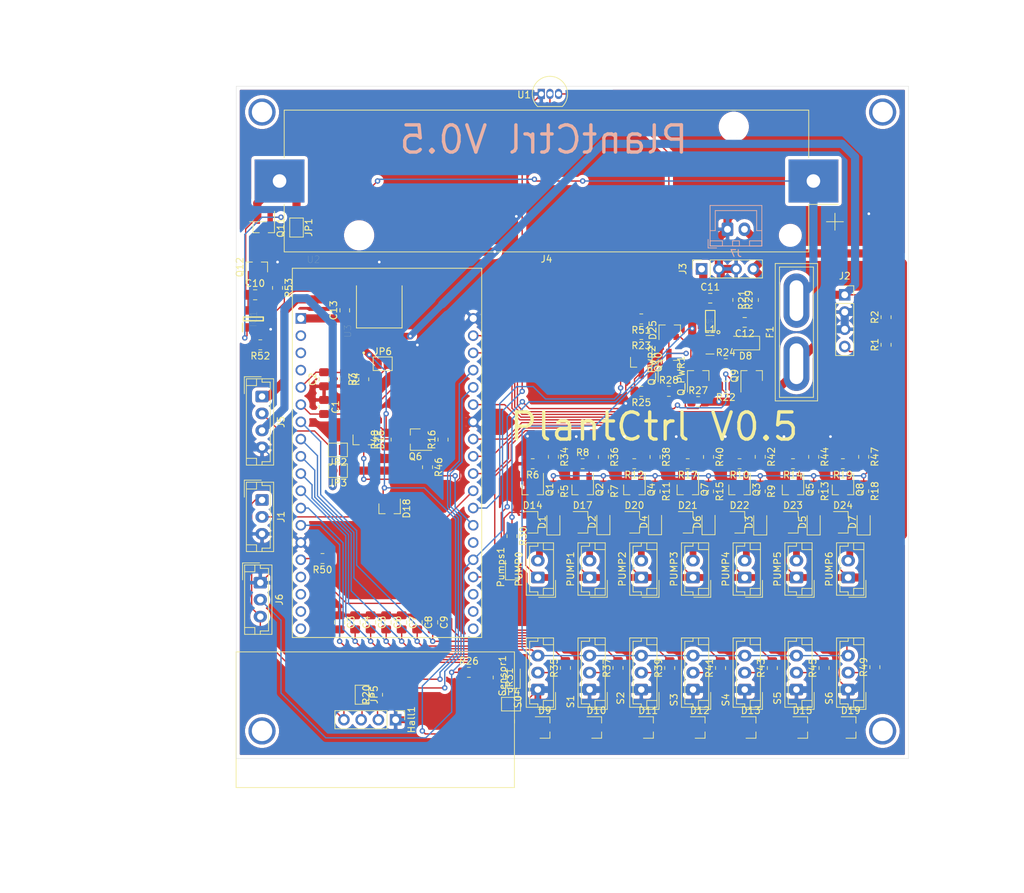
<source format=kicad_pcb>
(kicad_pcb (version 20171130) (host pcbnew 5.1.8)
  (layers (0 F.Cu signal) (31 B.Cu signal) (34 B.Paste user) (35 F.Paste user) (36 B.SilkS user) (37 F.SilkS user) (38 B.Mask user) (39 F.Mask user) (44 Edge.Cuts user))
  (net 0 "")
  (net 1 PLANT1_PUMP)
  (net 2 PLANT2_PUMP)
  (net 3 PLANT3_PUMP)
  (net 4 PLANT4_PUMP)
  (net 5 PLANT5_PUMP)
  (net 6 PLANT6_PUMP)
  (net 7 GND)
  (net 8 PLANT6_MOIST)
  (net 9 PLANT5_MOIST)
  (net 10 PLANT4_MOIST)
  (net 11 PLANT3_MOIST)
  (net 12 PLANT2_MOIST)
  (net 13 PLANT1_MOIST)
  (net 14 PLANT_CTRL_PUMP_0)
  (net 15 LIPO+)
  (net 16 SOLAR_IN)
  (net 17 PUMP_PWR)
  (net 18 PWR_PUMP_CONVERTER)
  (net 19 "Net-(J5-Pad3)")
  (net 20 3_3V)
  (net 21 Temp)
  (net 22 PLANT0_PUMP)
  (net 23 CUSTOM_GPIO)
  (net 24 PWR_SENSORS)
  (net 25 PLANT0_MOIST)
  (net 26 "Net-(C1-Pad2)")
  (net 27 "Net-(C2-Pad2)")
  (net 28 "Net-(R35-Pad1)")
  (net 29 PLANT_CTRL_PUMP_1)
  (net 30 "Net-(R37-Pad1)")
  (net 31 PLANT_CTRL_PUMP_2)
  (net 32 "Net-(R39-Pad1)")
  (net 33 PLANT_CTRL_PUMP_3)
  (net 34 "Net-(R41-Pad1)")
  (net 35 PLANT_CTRL_PUMP_4)
  (net 36 "Net-(R43-Pad1)")
  (net 37 PLANT_CTRL_PUMP_5)
  (net 38 "Net-(R45-Pad1)")
  (net 39 PLANT_CTRL_PUMP_6)
  (net 40 "Net-(R49-Pad1)")
  (net 41 PUMP_ENABLE)
  (net 42 SENSORS_ENABLE)
  (net 43 GND_BATT)
  (net 44 "Net-(C10-Pad2)")
  (net 45 VCC_BATT)
  (net 46 LIPO_OD)
  (net 47 LIPO_OC)
  (net 48 "Net-(Q11-Pad3)")
  (net 49 "Net-(D8-Pad2)")
  (net 50 "Net-(D18-Pad3)")
  (net 51 "Net-(Hall1-Pad3)")
  (net 52 "Net-(Hall1-Pad2)")
  (net 53 "Net-(IC1-Pad2)")
  (net 54 "Net-(JP3-Pad1)")
  (net 55 "Net-(JP4-Pad1)")
  (net 56 "Net-(JP5-Pad1)")
  (net 57 "Net-(R20-Pad2)")
  (net 58 "Net-(R21-Pad2)")
  (net 59 "Net-(D1-Pad2)")
  (net 60 "Net-(D2-Pad2)")
  (net 61 "Net-(D3-Pad2)")
  (net 62 "Net-(D4-Pad2)")
  (net 63 "Net-(D5-Pad2)")
  (net 64 "Net-(D6-Pad2)")
  (net 65 "Net-(D7-Pad2)")
  (net 66 "Net-(Pumps1-Pad2)")
  (net 67 "Net-(Q1-Pad1)")
  (net 68 "Net-(Q2-Pad1)")
  (net 69 "Net-(Q3-Pad1)")
  (net 70 "Net-(Q4-Pad1)")
  (net 71 "Net-(Q5-Pad1)")
  (net 72 "Net-(Q6-Pad1)")
  (net 73 "Net-(Q7-Pad1)")
  (net 74 "Net-(Q8-Pad1)")
  (net 75 "Net-(Q9-Pad3)")
  (net 76 "Net-(Q9-Pad1)")
  (net 77 "Net-(Q10-Pad3)")
  (net 78 "Net-(Q10-Pad1)")
  (net 79 "Net-(Q_PWR1-Pad1)")
  (net 80 "Net-(Q_PWR2-Pad1)")
  (net 81 "Net-(R31-Pad1)")
  (net 82 "Net-(J5-Pad2)")
  (module LED_SMD:LED_0805_2012Metric_Pad1.15x1.40mm_HandSolder (layer F.Cu) (at 211.074 127.508 90)
    (fp_text reference Sensor1 (at 0 -1.65 90) (layer F.SilkS))
    (fp_text value LED_green)
    (pad 2 smd roundrect (at 1.025 0 90) (size 1.15 1.4) (layers F.Cu F.Paste F.Mask) (roundrect_rratio 0.217391) (net 81 "Net-(R31-Pad1)"))
    (pad 1 smd roundrect (at -1.025 0 90) (size 1.15 1.4) (layers F.Cu F.Paste F.Mask) (roundrect_rratio 0.217391) (net 55 "Net-(JP4-Pad1)"))
  )
  (module LED_SMD:LED_0805_2012Metric_Pad1.15x1.40mm_HandSolder (layer F.Cu) (at 210.82 111.506 90)
    (fp_text reference Pumps1 (at 0 -1.65 90) (layer F.SilkS))
    (fp_text value LED_red)
    (pad 2 smd roundrect (at 1.025 0 90) (size 1.15 1.4) (layers F.Cu F.Paste F.Mask) (roundrect_rratio 0.217391) (net 66 "Net-(Pumps1-Pad2)"))
    (pad 1 smd roundrect (at -1.025 0 90) (size 1.15 1.4) (layers F.Cu F.Paste F.Mask) (roundrect_rratio 0.217391) (net 7 GND))
  )
  (module LED_SMD:LED_0805_2012Metric_Pad1.15x1.40mm_HandSolder (layer F.Cu) (at 262.636 104.902 90)
    (fp_text reference D7 (at 0 -1.65 90) (layer F.SilkS))
    (fp_text value LED_Blue)
    (pad 2 smd roundrect (at 1.025 0 90) (size 1.15 1.4) (layers F.Cu F.Paste F.Mask) (roundrect_rratio 0.217391) (net 65 "Net-(D7-Pad2)"))
    (pad 1 smd roundrect (at -1.025 0 90) (size 1.15 1.4) (layers F.Cu F.Paste F.Mask) (roundrect_rratio 0.217391) (net 6 PLANT6_PUMP))
  )
  (module LED_SMD:LED_0805_2012Metric_Pad1.15x1.40mm_HandSolder (layer F.Cu) (at 239.776 104.8655 90)
    (fp_text reference D6 (at 0 -1.65 90) (layer F.SilkS))
    (fp_text value LED)
    (pad 2 smd roundrect (at 1.025 0 90) (size 1.15 1.4) (layers F.Cu F.Paste F.Mask) (roundrect_rratio 0.217391) (net 64 "Net-(D6-Pad2)"))
    (pad 1 smd roundrect (at -1.025 0 90) (size 1.15 1.4) (layers F.Cu F.Paste F.Mask) (roundrect_rratio 0.217391) (net 3 PLANT3_PUMP))
  )
  (module LED_SMD:LED_0805_2012Metric_Pad1.15x1.40mm_HandSolder (layer F.Cu) (at 255.27 104.902 90)
    (fp_text reference D5 (at 0 -1.65 90) (layer F.SilkS))
    (fp_text value LED)
    (pad 2 smd roundrect (at 1.025 0 90) (size 1.15 1.4) (layers F.Cu F.Paste F.Mask) (roundrect_rratio 0.217391) (net 63 "Net-(D5-Pad2)"))
    (pad 1 smd roundrect (at -1.025 0 90) (size 1.15 1.4) (layers F.Cu F.Paste F.Mask) (roundrect_rratio 0.217391) (net 5 PLANT5_PUMP))
  )
  (module LED_SMD:LED_0805_2012Metric_Pad1.15x1.40mm_HandSolder (layer F.Cu) (at 231.902 104.8655 90)
    (fp_text reference D4 (at 0 -1.65 90) (layer F.SilkS))
    (fp_text value LED_Blue)
    (pad 2 smd roundrect (at 1.025 0 90) (size 1.15 1.4) (layers F.Cu F.Paste F.Mask) (roundrect_rratio 0.217391) (net 62 "Net-(D4-Pad2)"))
    (pad 1 smd roundrect (at -1.025 0 90) (size 1.15 1.4) (layers F.Cu F.Paste F.Mask) (roundrect_rratio 0.217391) (net 2 PLANT2_PUMP))
  )
  (module LED_SMD:LED_0805_2012Metric_Pad1.15x1.40mm_HandSolder (layer F.Cu) (at 247.396 104.902 90)
    (fp_text reference D3 (at 0 -1.65 90) (layer F.SilkS))
    (fp_text value LED_Blue)
    (pad 2 smd roundrect (at 1.025 0 90) (size 1.15 1.4) (layers F.Cu F.Paste F.Mask) (roundrect_rratio 0.217391) (net 61 "Net-(D3-Pad2)"))
    (pad 1 smd roundrect (at -1.025 0 90) (size 1.15 1.4) (layers F.Cu F.Paste F.Mask) (roundrect_rratio 0.217391) (net 4 PLANT4_PUMP))
  )
  (module LED_SMD:LED_0805_2012Metric_Pad1.15x1.40mm_HandSolder (layer F.Cu) (at 224.282 104.8655 90)
    (fp_text reference D2 (at 0 -1.65 90) (layer F.SilkS))
    (fp_text value LED)
    (pad 2 smd roundrect (at 1.025 0 90) (size 1.15 1.4) (layers F.Cu F.Paste F.Mask) (roundrect_rratio 0.217391) (net 60 "Net-(D2-Pad2)"))
    (pad 1 smd roundrect (at -1.025 0 90) (size 1.15 1.4) (layers F.Cu F.Paste F.Mask) (roundrect_rratio 0.217391) (net 1 PLANT1_PUMP))
  )
  (module LED_SMD:LED_0805_2012Metric_Pad1.15x1.40mm_HandSolder (layer F.Cu) (at 216.916 104.902 90)
    (fp_text reference D1 (at 0 -1.65 90) (layer F.SilkS))
    (fp_text value LED_Blue)
    (pad 2 smd roundrect (at 1.025 0 90) (size 1.15 1.4) (layers F.Cu F.Paste F.Mask) (roundrect_rratio 0.217391) (net 59 "Net-(D1-Pad2)"))
    (pad 1 smd roundrect (at -1.025 0 90) (size 1.15 1.4) (layers F.Cu F.Paste F.Mask) (roundrect_rratio 0.217391) (net 22 PLANT0_PUMP))
  )
  (module Capacitor_SMD:C_0805_2012Metric_Pad1.15x1.40mm_HandSolder (layer F.Cu) (at 186.182 73.66 90)
    (fp_text reference C13 (at 0 -1.65 90) (layer F.SilkS))
    (fp_text value 22uf)
    (pad 2 smd roundrect (at 1.025 0 90) (size 1.15 1.4) (layers F.Cu F.Paste F.Mask) (roundrect_rratio 0.217391) (net 7 GND))
    (pad 1 smd roundrect (at -1.025 0 90) (size 1.15 1.4) (layers F.Cu F.Paste F.Mask) (roundrect_rratio 0.217391) (net 20 3_3V))
  )
  (module Capacitor_SMD:C_0805_2012Metric_Pad1.15x1.40mm_HandSolder (layer F.Cu) (at 245.11 75.438 180)
    (fp_text reference C12 (at 0 -1.65) (layer F.SilkS))
    (fp_text value 22uf)
    (pad 2 smd roundrect (at 1.025 0 180) (size 1.15 1.4) (layers F.Cu F.Paste F.Mask) (roundrect_rratio 0.217391) (net 7 GND))
    (pad 1 smd roundrect (at -1.025 0 180) (size 1.15 1.4) (layers F.Cu F.Paste F.Mask) (roundrect_rratio 0.217391) (net 17 PUMP_PWR))
  )
  (module Capacitor_SMD:C_0805_2012Metric_Pad1.15x1.40mm_HandSolder (layer F.Cu) (at 240.03 71.882)
    (fp_text reference C11 (at 0 -1.65) (layer F.SilkS))
    (fp_text value 22uf)
    (pad 2 smd roundrect (at 1.025 0) (size 1.15 1.4) (layers F.Cu F.Paste F.Mask) (roundrect_rratio 0.217391) (net 7 GND))
    (pad 1 smd roundrect (at -1.025 0) (size 1.15 1.4) (layers F.Cu F.Paste F.Mask) (roundrect_rratio 0.217391) (net 18 PWR_PUMP_CONVERTER))
  )
  (module Package_TO_SOT_SMD:SOT-23 (layer F.Cu) (at 234.061 76.581 90)
    (fp_text reference D25 (at 0 -2.5 90) (layer F.SilkS))
    (fp_text value BAS40-04)
    (pad 3 smd rect (at 1 0 90) (size 0.9 0.8) (layers F.Cu F.Paste F.Mask) (net 24 PWR_SENSORS))
    (pad 2 smd rect (at -1 0.95 90) (size 0.9 0.8) (layers F.Cu F.Paste F.Mask) (net 15 LIPO+))
    (pad 1 smd rect (at -1 -0.95 90) (size 0.9 0.8) (layers F.Cu F.Paste F.Mask) (net 7 GND))
  )
  (module Jumper:SolderJumper-2_P1.3mm_Bridged_Pad1.0x1.5mm (layer F.Cu) (at 210.678 131.684)
    (fp_text reference JP4 (at 0 -1.8) (layer F.SilkS))
    (fp_text value SolderJumper_2_Open)
    (fp_poly (pts (xy -0.25 -0.3) (xy 0.25 -0.3) (xy 0.25 0.3) (xy -0.25 0.3)) (layer F.Cu) (width 0))
    (pad 2 smd rect (at 0.65 0) (size 1 1.5) (layers F.Cu F.Mask) (net 7 GND))
    (pad 1 smd rect (at -0.65 0) (size 1 1.5) (layers F.Cu F.Mask) (net 55 "Net-(JP4-Pad1)"))
  )
  (module Capacitor_SMD:C_0805_2012Metric_Pad1.18x1.45mm_HandSolder (layer F.Cu) (at 183.134 87.9055 270)
    (fp_text reference C1 (at 0 -1.68 90) (layer F.SilkS))
    (fp_text value 1u)
    (pad 2 smd roundrect (at 1.0375 0 270) (size 1.175 1.45) (layers F.Cu F.Paste F.Mask) (roundrect_rratio 0.212766) (net 26 "Net-(C1-Pad2)"))
    (pad 1 smd roundrect (at -1.0375 0 270) (size 1.175 1.45) (layers F.Cu F.Paste F.Mask) (roundrect_rratio 0.212766) (net 7 GND))
  )
  (module Connector_PinSocket_2.54mm:PinSocket_1x04_P2.54mm_Vertical (layer F.Cu) (at 259.842 71.374)
    (fp_text reference J2 (at 0 -2.77) (layer F.SilkS))
    (fp_text value Conn_01x04)
    (pad 4 thru_hole oval (at 0 7.62) (size 1.7 1.7) (drill 1) (layers *.Cu *.Mask) (net 16 SOLAR_IN))
    (pad 3 thru_hole oval (at 0 5.08) (size 1.7 1.7) (drill 1) (layers *.Cu *.Mask) (net 7 GND))
    (pad 2 thru_hole oval (at 0 2.54) (size 1.7 1.7) (drill 1) (layers *.Cu *.Mask) (net 7 GND))
    (pad 1 thru_hole rect (at 0 0) (size 1.7 1.7) (drill 1) (layers *.Cu *.Mask) (net 15 LIPO+))
  )
  (module ESP32:SR04M-2PinHeader_1x04_P2.54mm_Vertical (layer F.Cu) (at 193.675 133.985 270)
    (fp_text reference Hall1 (at 0 -2.33 90) (layer F.SilkS))
    (fp_text value Conn_01x04)
    (pad 4 thru_hole oval (at 0 7.62 270) (size 1.7 1.7) (drill 1) (layers *.Cu *.Mask) (net 24 PWR_SENSORS))
    (pad 3 thru_hole oval (at 0 5.08 270) (size 1.7 1.7) (drill 1) (layers *.Cu *.Mask) (net 51 "Net-(Hall1-Pad3)"))
    (pad 2 thru_hole oval (at 0 2.54 270) (size 1.7 1.7) (drill 1) (layers *.Cu *.Mask) (net 52 "Net-(Hall1-Pad2)"))
    (pad 1 thru_hole rect (at 0 0 270) (size 1.7 1.7) (drill 1) (layers *.Cu *.Mask) (net 7 GND))
  )
  (module ESP32:DPAK457P991X255-3N (layer F.Cu) (at 191.262 73.914 90)
    (fp_text reference U3 (at -2.825 -4.635 90) (layer F.SilkS) (effects (font (thickness 0.015))))
    (fp_text value LP38690DT-3.3)
    (pad 4 smd rect (at 2.32 0 90) (size 6.49 5.63) (layers F.Cu F.Mask) (net 7 GND))
    (pad 3 smd rect (at -4.45 2.285 90) (size 2.22 0.96) (layers F.Cu F.Paste F.Mask) (net 15 LIPO+))
    (pad 1 smd rect (at -4.45 -2.285 90) (size 2.22 0.96) (layers F.Cu F.Paste F.Mask) (net 20 3_3V))
  )
  (module Resistor_SMD:R_0805_2012Metric_Pad1.20x1.40mm_HandSolder (layer F.Cu) (at 229.87 74.93 180)
    (fp_text reference R51 (at 0 -1.65) (layer F.SilkS))
    (fp_text value 1k)
    (pad 2 smd roundrect (at 1 0 180) (size 1.2 1.4) (layers F.Cu F.Paste F.Mask) (roundrect_rratio 0.208333) (net 42 SENSORS_ENABLE))
    (pad 1 smd roundrect (at -1 0 180) (size 1.2 1.4) (layers F.Cu F.Paste F.Mask) (roundrect_rratio 0.208333) (net 78 "Net-(Q10-Pad1)"))
  )
  (module Resistor_SMD:R_0805_2012Metric_Pad1.20x1.40mm_HandSolder (layer F.Cu) (at 182.896 110.236 180)
    (fp_text reference R50 (at 0 -1.65) (layer F.SilkS))
    (fp_text value 1k)
    (pad 2 smd roundrect (at 1 0 180) (size 1.2 1.4) (layers F.Cu F.Paste F.Mask) (roundrect_rratio 0.208333) (net 41 PUMP_ENABLE))
    (pad 1 smd roundrect (at -1 0 180) (size 1.2 1.4) (layers F.Cu F.Paste F.Mask) (roundrect_rratio 0.208333) (net 76 "Net-(Q9-Pad1)"))
  )
  (module Resistor_SMD:R_0805_2012Metric_Pad1.20x1.40mm_HandSolder (layer F.Cu) (at 264.287 126.238 90)
    (fp_text reference R49 (at 0 -1.65 90) (layer F.SilkS))
    (fp_text value 1k)
    (pad 2 smd roundrect (at 1 0 90) (size 1.2 1.4) (layers F.Cu F.Paste F.Mask) (roundrect_rratio 0.208333) (net 8 PLANT6_MOIST))
    (pad 1 smd roundrect (at -1 0 90) (size 1.2 1.4) (layers F.Cu F.Paste F.Mask) (roundrect_rratio 0.208333) (net 40 "Net-(R49-Pad1)"))
  )
  (module Resistor_SMD:R_0805_2012Metric_Pad1.20x1.40mm_HandSolder (layer F.Cu) (at 192.278 92.71 90)
    (fp_text reference R48 (at 0 -1.65 90) (layer F.SilkS))
    (fp_text value 10k)
    (pad 2 smd roundrect (at 1 0 90) (size 1.2 1.4) (layers F.Cu F.Paste F.Mask) (roundrect_rratio 0.208333) (net 20 3_3V))
    (pad 1 smd roundrect (at -1 0 90) (size 1.2 1.4) (layers F.Cu F.Paste F.Mask) (roundrect_rratio 0.208333) (net 54 "Net-(JP3-Pad1)"))
  )
  (module Resistor_SMD:R_0805_2012Metric_Pad1.20x1.40mm_HandSolder (layer F.Cu) (at 262.636 95.25 270)
    (fp_text reference R47 (at 0 -1.65 90) (layer F.SilkS))
    (fp_text value 1k)
    (pad 2 smd roundrect (at 1 0 270) (size 1.2 1.4) (layers F.Cu F.Paste F.Mask) (roundrect_rratio 0.208333) (net 74 "Net-(Q8-Pad1)"))
    (pad 1 smd roundrect (at -1 0 270) (size 1.2 1.4) (layers F.Cu F.Paste F.Mask) (roundrect_rratio 0.208333) (net 39 PLANT_CTRL_PUMP_6))
  )
  (module Resistor_SMD:R_0805_2012Metric_Pad1.20x1.40mm_HandSolder (layer F.Cu) (at 198.374 96.774 270)
    (fp_text reference R46 (at 0 -1.65 90) (layer F.SilkS))
    (fp_text value 1k)
    (pad 2 smd roundrect (at 1 0 270) (size 1.2 1.4) (layers F.Cu F.Paste F.Mask) (roundrect_rratio 0.208333) (net 23 CUSTOM_GPIO))
    (pad 1 smd roundrect (at -1 0 270) (size 1.2 1.4) (layers F.Cu F.Paste F.Mask) (roundrect_rratio 0.208333) (net 72 "Net-(Q6-Pad1)"))
  )
  (module Resistor_SMD:R_0805_2012Metric_Pad1.20x1.40mm_HandSolder (layer F.Cu) (at 256.794 126.365 90)
    (fp_text reference R45 (at 0 -1.65 90) (layer F.SilkS))
    (fp_text value 1k)
    (pad 2 smd roundrect (at 1 0 90) (size 1.2 1.4) (layers F.Cu F.Paste F.Mask) (roundrect_rratio 0.208333) (net 9 PLANT5_MOIST))
    (pad 1 smd roundrect (at -1 0 90) (size 1.2 1.4) (layers F.Cu F.Paste F.Mask) (roundrect_rratio 0.208333) (net 38 "Net-(R45-Pad1)"))
  )
  (module Resistor_SMD:R_0805_2012Metric_Pad1.20x1.40mm_HandSolder (layer F.Cu) (at 255.27 95.25 270)
    (fp_text reference R44 (at 0 -1.65 90) (layer F.SilkS))
    (fp_text value 1k)
    (pad 2 smd roundrect (at 1 0 270) (size 1.2 1.4) (layers F.Cu F.Paste F.Mask) (roundrect_rratio 0.208333) (net 71 "Net-(Q5-Pad1)"))
    (pad 1 smd roundrect (at -1 0 270) (size 1.2 1.4) (layers F.Cu F.Paste F.Mask) (roundrect_rratio 0.208333) (net 37 PLANT_CTRL_PUMP_5))
  )
  (module Resistor_SMD:R_0805_2012Metric_Pad1.20x1.40mm_HandSolder (layer F.Cu) (at 249.174 126.365 90)
    (fp_text reference R43 (at 0 -1.65 90) (layer F.SilkS))
    (fp_text value 1k)
    (pad 2 smd roundrect (at 1 0 90) (size 1.2 1.4) (layers F.Cu F.Paste F.Mask) (roundrect_rratio 0.208333) (net 10 PLANT4_MOIST))
    (pad 1 smd roundrect (at -1 0 90) (size 1.2 1.4) (layers F.Cu F.Paste F.Mask) (roundrect_rratio 0.208333) (net 36 "Net-(R43-Pad1)"))
  )
  (module Resistor_SMD:R_0805_2012Metric_Pad1.20x1.40mm_HandSolder (layer F.Cu) (at 247.396 95.25 270)
    (fp_text reference R42 (at 0 -1.65 90) (layer F.SilkS))
    (fp_text value 1k)
    (pad 2 smd roundrect (at 1 0 270) (size 1.2 1.4) (layers F.Cu F.Paste F.Mask) (roundrect_rratio 0.208333) (net 69 "Net-(Q3-Pad1)"))
    (pad 1 smd roundrect (at -1 0 270) (size 1.2 1.4) (layers F.Cu F.Paste F.Mask) (roundrect_rratio 0.208333) (net 35 PLANT_CTRL_PUMP_4))
  )
  (module Resistor_SMD:R_0805_2012Metric_Pad1.20x1.40mm_HandSolder (layer F.Cu) (at 241.554 126.365 90)
    (fp_text reference R41 (at 0 -1.65 90) (layer F.SilkS))
    (fp_text value 1k)
    (pad 2 smd roundrect (at 1 0 90) (size 1.2 1.4) (layers F.Cu F.Paste F.Mask) (roundrect_rratio 0.208333) (net 11 PLANT3_MOIST))
    (pad 1 smd roundrect (at -1 0 90) (size 1.2 1.4) (layers F.Cu F.Paste F.Mask) (roundrect_rratio 0.208333) (net 34 "Net-(R41-Pad1)"))
  )
  (module Resistor_SMD:R_0805_2012Metric_Pad1.20x1.40mm_HandSolder (layer F.Cu) (at 239.776 95.266 270)
    (fp_text reference R40 (at 0 -1.65 90) (layer F.SilkS))
    (fp_text value 1k)
    (pad 2 smd roundrect (at 1 0 270) (size 1.2 1.4) (layers F.Cu F.Paste F.Mask) (roundrect_rratio 0.208333) (net 73 "Net-(Q7-Pad1)"))
    (pad 1 smd roundrect (at -1 0 270) (size 1.2 1.4) (layers F.Cu F.Paste F.Mask) (roundrect_rratio 0.208333) (net 33 PLANT_CTRL_PUMP_3))
  )
  (module Resistor_SMD:R_0805_2012Metric_Pad1.20x1.40mm_HandSolder (layer F.Cu) (at 234.061 126.365 90)
    (fp_text reference R39 (at 0 -1.65 90) (layer F.SilkS))
    (fp_text value 1k)
    (pad 2 smd roundrect (at 1 0 90) (size 1.2 1.4) (layers F.Cu F.Paste F.Mask) (roundrect_rratio 0.208333) (net 12 PLANT2_MOIST))
    (pad 1 smd roundrect (at -1 0 90) (size 1.2 1.4) (layers F.Cu F.Paste F.Mask) (roundrect_rratio 0.208333) (net 32 "Net-(R39-Pad1)"))
  )
  (module Resistor_SMD:R_0805_2012Metric_Pad1.20x1.40mm_HandSolder (layer F.Cu) (at 231.902 95.266 270)
    (fp_text reference R38 (at 0 -1.65 90) (layer F.SilkS))
    (fp_text value 1k)
    (pad 2 smd roundrect (at 1 0 270) (size 1.2 1.4) (layers F.Cu F.Paste F.Mask) (roundrect_rratio 0.208333) (net 70 "Net-(Q4-Pad1)"))
    (pad 1 smd roundrect (at -1 0 270) (size 1.2 1.4) (layers F.Cu F.Paste F.Mask) (roundrect_rratio 0.208333) (net 31 PLANT_CTRL_PUMP_2))
  )
  (module Resistor_SMD:R_0805_2012Metric_Pad1.20x1.40mm_HandSolder (layer F.Cu) (at 226.441 126.349 90)
    (fp_text reference R37 (at 0 -1.65 90) (layer F.SilkS))
    (fp_text value 10k)
    (pad 2 smd roundrect (at 1 0 90) (size 1.2 1.4) (layers F.Cu F.Paste F.Mask) (roundrect_rratio 0.208333) (net 13 PLANT1_MOIST))
    (pad 1 smd roundrect (at -1 0 90) (size 1.2 1.4) (layers F.Cu F.Paste F.Mask) (roundrect_rratio 0.208333) (net 30 "Net-(R37-Pad1)"))
  )
  (module Resistor_SMD:R_0805_2012Metric_Pad1.20x1.40mm_HandSolder (layer F.Cu) (at 224.282 95.266 270)
    (fp_text reference R36 (at 0 -1.65 90) (layer F.SilkS))
    (fp_text value 1k)
    (pad 2 smd roundrect (at 1 0 270) (size 1.2 1.4) (layers F.Cu F.Paste F.Mask) (roundrect_rratio 0.208333) (net 68 "Net-(Q2-Pad1)"))
    (pad 1 smd roundrect (at -1 0 270) (size 1.2 1.4) (layers F.Cu F.Paste F.Mask) (roundrect_rratio 0.208333) (net 29 PLANT_CTRL_PUMP_1))
  )
  (module Resistor_SMD:R_0805_2012Metric_Pad1.20x1.40mm_HandSolder (layer F.Cu) (at 218.694 126.349 90)
    (fp_text reference R35 (at 0 -1.65 90) (layer F.SilkS))
    (fp_text value 10k)
    (pad 2 smd roundrect (at 1 0 90) (size 1.2 1.4) (layers F.Cu F.Paste F.Mask) (roundrect_rratio 0.208333) (net 25 PLANT0_MOIST))
    (pad 1 smd roundrect (at -1 0 90) (size 1.2 1.4) (layers F.Cu F.Paste F.Mask) (roundrect_rratio 0.208333) (net 28 "Net-(R35-Pad1)"))
  )
  (module Resistor_SMD:R_0805_2012Metric_Pad1.20x1.40mm_HandSolder (layer F.Cu) (at 216.916 95.25 270)
    (fp_text reference R34 (at 0 -1.65 90) (layer F.SilkS))
    (fp_text value 1k)
    (pad 2 smd roundrect (at 1 0 270) (size 1.2 1.4) (layers F.Cu F.Paste F.Mask) (roundrect_rratio 0.208333) (net 67 "Net-(Q1-Pad1)"))
    (pad 1 smd roundrect (at -1 0 270) (size 1.2 1.4) (layers F.Cu F.Paste F.Mask) (roundrect_rratio 0.208333) (net 14 PLANT_CTRL_PUMP_0))
  )
  (module Resistor_SMD:R_0805_2012Metric_Pad1.20x1.40mm_HandSolder (layer F.Cu) (at 208.788 127.762 270)
    (fp_text reference R31 (at 0 -1.65 90) (layer F.SilkS))
    (fp_text value 270)
    (pad 2 smd roundrect (at 1 0 270) (size 1.2 1.4) (layers F.Cu F.Paste F.Mask) (roundrect_rratio 0.208333) (net 24 PWR_SENSORS))
    (pad 1 smd roundrect (at -1 0 270) (size 1.2 1.4) (layers F.Cu F.Paste F.Mask) (roundrect_rratio 0.208333) (net 81 "Net-(R31-Pad1)"))
  )
  (module Resistor_SMD:R_0805_2012Metric_Pad1.20x1.40mm_HandSolder (layer F.Cu) (at 210.82 106.934 270)
    (fp_text reference R30 (at 0 -1.65 90) (layer F.SilkS))
    (fp_text value 270)
    (pad 2 smd roundrect (at 1 0 270) (size 1.2 1.4) (layers F.Cu F.Paste F.Mask) (roundrect_rratio 0.208333) (net 66 "Net-(Pumps1-Pad2)"))
    (pad 1 smd roundrect (at -1 0 270) (size 1.2 1.4) (layers F.Cu F.Paste F.Mask) (roundrect_rratio 0.208333) (net 18 PWR_PUMP_CONVERTER))
  )
  (module Resistor_SMD:R_0805_2012Metric_Pad1.20x1.40mm_HandSolder (layer F.Cu) (at 233.934 85.598)
    (fp_text reference R28 (at 0 -1.65) (layer F.SilkS))
    (fp_text value 10k)
    (pad 2 smd roundrect (at 1 0) (size 1.2 1.4) (layers F.Cu F.Paste F.Mask) (roundrect_rratio 0.208333) (net 15 LIPO+))
    (pad 1 smd roundrect (at -1 0) (size 1.2 1.4) (layers F.Cu F.Paste F.Mask) (roundrect_rratio 0.208333) (net 80 "Net-(Q_PWR2-Pad1)"))
  )
  (module Resistor_SMD:R_0805_2012Metric_Pad1.20x1.40mm_HandSolder (layer F.Cu) (at 238.252 87.122)
    (fp_text reference R27 (at 0 -1.65) (layer F.SilkS))
    (fp_text value 10k)
    (pad 2 smd roundrect (at 1 0) (size 1.2 1.4) (layers F.Cu F.Paste F.Mask) (roundrect_rratio 0.208333) (net 15 LIPO+))
    (pad 1 smd roundrect (at -1 0) (size 1.2 1.4) (layers F.Cu F.Paste F.Mask) (roundrect_rratio 0.208333) (net 79 "Net-(Q_PWR1-Pad1)"))
  )
  (module Resistor_SMD:R_0805_2012Metric_Pad1.20x1.40mm_HandSolder (layer F.Cu) (at 204.47 127)
    (fp_text reference R26 (at 0 -1.65) (layer F.SilkS))
    (fp_text value 4k7)
    (pad 2 smd roundrect (at 1 0) (size 1.2 1.4) (layers F.Cu F.Paste F.Mask) (roundrect_rratio 0.208333) (net 24 PWR_SENSORS))
    (pad 1 smd roundrect (at -1 0) (size 1.2 1.4) (layers F.Cu F.Paste F.Mask) (roundrect_rratio 0.208333) (net 21 Temp))
  )
  (module Resistor_SMD:R_0805_2012Metric_Pad1.20x1.40mm_HandSolder (layer F.Cu) (at 229.87 85.598 180)
    (fp_text reference R25 (at 0 -1.65) (layer F.SilkS))
    (fp_text value 10k)
    (pad 2 smd roundrect (at 1 0 180) (size 1.2 1.4) (layers F.Cu F.Paste F.Mask) (roundrect_rratio 0.208333) (net 77 "Net-(Q10-Pad3)"))
    (pad 1 smd roundrect (at -1 0 180) (size 1.2 1.4) (layers F.Cu F.Paste F.Mask) (roundrect_rratio 0.208333) (net 80 "Net-(Q_PWR2-Pad1)"))
  )
  (module Resistor_SMD:R_0805_2012Metric_Pad1.20x1.40mm_HandSolder (layer F.Cu) (at 242.316 81.534)
    (fp_text reference R24 (at 0 -1.65) (layer F.SilkS))
    (fp_text value 10k)
    (pad 2 smd roundrect (at 1 0) (size 1.2 1.4) (layers F.Cu F.Paste F.Mask) (roundrect_rratio 0.208333) (net 75 "Net-(Q9-Pad3)"))
    (pad 1 smd roundrect (at -1 0) (size 1.2 1.4) (layers F.Cu F.Paste F.Mask) (roundrect_rratio 0.208333) (net 79 "Net-(Q_PWR1-Pad1)"))
  )
  (module Resistor_SMD:R_0805_2012Metric_Pad1.20x1.40mm_HandSolder (layer F.Cu) (at 229.87 77.216 180)
    (fp_text reference R23 (at 0 -1.65) (layer F.SilkS))
    (fp_text value 10k)
    (pad 2 smd roundrect (at 1 0 180) (size 1.2 1.4) (layers F.Cu F.Paste F.Mask) (roundrect_rratio 0.208333) (net 7 GND))
    (pad 1 smd roundrect (at -1 0 180) (size 1.2 1.4) (layers F.Cu F.Paste F.Mask) (roundrect_rratio 0.208333) (net 78 "Net-(Q10-Pad1)"))
  )
  (module Resistor_SMD:R_0805_2012Metric_Pad1.20x1.40mm_HandSolder (layer F.Cu) (at 242.316 84.836 180)
    (fp_text reference R22 (at 0 -1.65) (layer F.SilkS))
    (fp_text value 10k)
    (pad 2 smd roundrect (at 1 0 180) (size 1.2 1.4) (layers F.Cu F.Paste F.Mask) (roundrect_rratio 0.208333) (net 7 GND))
    (pad 1 smd roundrect (at -1 0 180) (size 1.2 1.4) (layers F.Cu F.Paste F.Mask) (roundrect_rratio 0.208333) (net 76 "Net-(Q9-Pad1)"))
  )
  (module Resistor_SMD:R_0805_2012Metric_Pad1.20x1.40mm_HandSolder (layer F.Cu) (at 259.572 96.266 180)
    (fp_text reference R19 (at 0 -1.65) (layer F.SilkS))
    (fp_text value 10k)
    (pad 2 smd roundrect (at 1 0 180) (size 1.2 1.4) (layers F.Cu F.Paste F.Mask) (roundrect_rratio 0.208333) (net 7 GND))
    (pad 1 smd roundrect (at -1 0 180) (size 1.2 1.4) (layers F.Cu F.Paste F.Mask) (roundrect_rratio 0.208333) (net 74 "Net-(Q8-Pad1)"))
  )
  (module Resistor_SMD:R_0805_2012Metric_Pad1.20x1.40mm_HandSolder (layer F.Cu) (at 262.636 100.314 270)
    (fp_text reference R18 (at 0 -1.65 90) (layer F.SilkS))
    (fp_text value 270)
    (pad 2 smd roundrect (at 1 0 270) (size 1.2 1.4) (layers F.Cu F.Paste F.Mask) (roundrect_rratio 0.208333) (net 65 "Net-(D7-Pad2)"))
    (pad 1 smd roundrect (at -1 0 270) (size 1.2 1.4) (layers F.Cu F.Paste F.Mask) (roundrect_rratio 0.208333) (net 15 LIPO+))
  )
  (module Resistor_SMD:R_0805_2012Metric_Pad1.20x1.40mm_HandSolder (layer F.Cu) (at 236.712 96.266 180)
    (fp_text reference R17 (at 0 -1.65) (layer F.SilkS))
    (fp_text value 47k)
    (pad 2 smd roundrect (at 1 0 180) (size 1.2 1.4) (layers F.Cu F.Paste F.Mask) (roundrect_rratio 0.208333) (net 7 GND))
    (pad 1 smd roundrect (at -1 0 180) (size 1.2 1.4) (layers F.Cu F.Paste F.Mask) (roundrect_rratio 0.208333) (net 73 "Net-(Q7-Pad1)"))
  )
  (module Resistor_SMD:R_0805_2012Metric_Pad1.20x1.40mm_HandSolder (layer F.Cu) (at 200.66 92.71 90)
    (fp_text reference R16 (at 0 -1.65 90) (layer F.SilkS))
    (fp_text value 10k)
    (pad 2 smd roundrect (at 1 0 90) (size 1.2 1.4) (layers F.Cu F.Paste F.Mask) (roundrect_rratio 0.208333) (net 7 GND))
    (pad 1 smd roundrect (at -1 0 90) (size 1.2 1.4) (layers F.Cu F.Paste F.Mask) (roundrect_rratio 0.208333) (net 72 "Net-(Q6-Pad1)"))
  )
  (module Resistor_SMD:R_0805_2012Metric_Pad1.20x1.40mm_HandSolder (layer F.Cu) (at 239.776 100.346 270)
    (fp_text reference R15 (at 0 -1.65 90) (layer F.SilkS))
    (fp_text value 270)
    (pad 2 smd roundrect (at 1 0 270) (size 1.2 1.4) (layers F.Cu F.Paste F.Mask) (roundrect_rratio 0.208333) (net 64 "Net-(D6-Pad2)"))
    (pad 1 smd roundrect (at -1 0 270) (size 1.2 1.4) (layers F.Cu F.Paste F.Mask) (roundrect_rratio 0.208333) (net 15 LIPO+))
  )
  (module Resistor_SMD:R_0805_2012Metric_Pad1.20x1.40mm_HandSolder (layer F.Cu) (at 252.222 96.266 180)
    (fp_text reference R14 (at 0 -1.65) (layer F.SilkS))
    (fp_text value 10k)
    (pad 2 smd roundrect (at 1 0 180) (size 1.2 1.4) (layers F.Cu F.Paste F.Mask) (roundrect_rratio 0.208333) (net 7 GND))
    (pad 1 smd roundrect (at -1 0 180) (size 1.2 1.4) (layers F.Cu F.Paste F.Mask) (roundrect_rratio 0.208333) (net 71 "Net-(Q5-Pad1)"))
  )
  (module Resistor_SMD:R_0805_2012Metric_Pad1.20x1.40mm_HandSolder (layer F.Cu) (at 255.27 100.33 270)
    (fp_text reference R13 (at 0 -1.65 90) (layer F.SilkS))
    (fp_text value 270)
    (pad 2 smd roundrect (at 1 0 270) (size 1.2 1.4) (layers F.Cu F.Paste F.Mask) (roundrect_rratio 0.208333) (net 63 "Net-(D5-Pad2)"))
    (pad 1 smd roundrect (at -1 0 270) (size 1.2 1.4) (layers F.Cu F.Paste F.Mask) (roundrect_rratio 0.208333) (net 15 LIPO+))
  )
  (module Resistor_SMD:R_0805_2012Metric_Pad1.20x1.40mm_HandSolder (layer F.Cu) (at 228.838 96.266 180)
    (fp_text reference R12 (at 0 -1.65) (layer F.SilkS))
    (fp_text value 10k)
    (pad 2 smd roundrect (at 1 0 180) (size 1.2 1.4) (layers F.Cu F.Paste F.Mask) (roundrect_rratio 0.208333) (net 7 GND))
    (pad 1 smd roundrect (at -1 0 180) (size 1.2 1.4) (layers F.Cu F.Paste F.Mask) (roundrect_rratio 0.208333) (net 70 "Net-(Q4-Pad1)"))
  )
  (module Resistor_SMD:R_0805_2012Metric_Pad1.20x1.40mm_HandSolder (layer F.Cu) (at 231.902 100.346 270)
    (fp_text reference R11 (at 0 -1.65 90) (layer F.SilkS))
    (fp_text value 270)
    (pad 2 smd roundrect (at 1 0 270) (size 1.2 1.4) (layers F.Cu F.Paste F.Mask) (roundrect_rratio 0.208333) (net 62 "Net-(D4-Pad2)"))
    (pad 1 smd roundrect (at -1 0 270) (size 1.2 1.4) (layers F.Cu F.Paste F.Mask) (roundrect_rratio 0.208333) (net 15 LIPO+))
  )
  (module Resistor_SMD:R_0805_2012Metric_Pad1.20x1.40mm_HandSolder (layer F.Cu) (at 244.348 96.266 180)
    (fp_text reference R10 (at 0 -1.65) (layer F.SilkS))
    (fp_text value 47k)
    (pad 2 smd roundrect (at 1 0 180) (size 1.2 1.4) (layers F.Cu F.Paste F.Mask) (roundrect_rratio 0.208333) (net 7 GND))
    (pad 1 smd roundrect (at -1 0 180) (size 1.2 1.4) (layers F.Cu F.Paste F.Mask) (roundrect_rratio 0.208333) (net 69 "Net-(Q3-Pad1)"))
  )
  (module Resistor_SMD:R_0805_2012Metric_Pad1.20x1.40mm_HandSolder (layer F.Cu) (at 247.396 100.33 270)
    (fp_text reference R9 (at 0 -1.65 90) (layer F.SilkS))
    (fp_text value 270)
    (pad 2 smd roundrect (at 1 0 270) (size 1.2 1.4) (layers F.Cu F.Paste F.Mask) (roundrect_rratio 0.208333) (net 61 "Net-(D3-Pad2)"))
    (pad 1 smd roundrect (at -1 0 270) (size 1.2 1.4) (layers F.Cu F.Paste F.Mask) (roundrect_rratio 0.208333) (net 15 LIPO+))
  )
  (module Resistor_SMD:R_0805_2012Metric_Pad1.20x1.40mm_HandSolder (layer F.Cu) (at 221.234 96.266)
    (fp_text reference R8 (at 0 -1.65) (layer F.SilkS))
    (fp_text value 10k)
    (pad 2 smd roundrect (at 1 0) (size 1.2 1.4) (layers F.Cu F.Paste F.Mask) (roundrect_rratio 0.208333) (net 68 "Net-(Q2-Pad1)"))
    (pad 1 smd roundrect (at -1 0) (size 1.2 1.4) (layers F.Cu F.Paste F.Mask) (roundrect_rratio 0.208333) (net 7 GND))
  )
  (module Resistor_SMD:R_0805_2012Metric_Pad1.20x1.40mm_HandSolder (layer F.Cu) (at 224.282 100.33 270)
    (fp_text reference R7 (at 0 -1.65 90) (layer F.SilkS))
    (fp_text value 270)
    (pad 2 smd roundrect (at 1 0 270) (size 1.2 1.4) (layers F.Cu F.Paste F.Mask) (roundrect_rratio 0.208333) (net 60 "Net-(D2-Pad2)"))
    (pad 1 smd roundrect (at -1 0 270) (size 1.2 1.4) (layers F.Cu F.Paste F.Mask) (roundrect_rratio 0.208333) (net 15 LIPO+))
  )
  (module Resistor_SMD:R_0805_2012Metric_Pad1.20x1.40mm_HandSolder (layer F.Cu) (at 213.868 96.266 180)
    (fp_text reference R6 (at 0 -1.65) (layer F.SilkS))
    (fp_text value 10k)
    (pad 2 smd roundrect (at 1 0 180) (size 1.2 1.4) (layers F.Cu F.Paste F.Mask) (roundrect_rratio 0.208333) (net 7 GND))
    (pad 1 smd roundrect (at -1 0 180) (size 1.2 1.4) (layers F.Cu F.Paste F.Mask) (roundrect_rratio 0.208333) (net 67 "Net-(Q1-Pad1)"))
  )
  (module Resistor_SMD:R_0805_2012Metric_Pad1.20x1.40mm_HandSolder (layer F.Cu) (at 216.916 100.33 270)
    (fp_text reference R5 (at 0 -1.65 90) (layer F.SilkS))
    (fp_text value 270)
    (pad 2 smd roundrect (at 1 0 270) (size 1.2 1.4) (layers F.Cu F.Paste F.Mask) (roundrect_rratio 0.208333) (net 59 "Net-(D1-Pad2)"))
    (pad 1 smd roundrect (at -1 0 270) (size 1.2 1.4) (layers F.Cu F.Paste F.Mask) (roundrect_rratio 0.208333) (net 15 LIPO+))
  )
  (module Resistor_SMD:R_0805_2012Metric_Pad1.20x1.40mm_HandSolder (layer F.Cu) (at 186.182 83.82 270)
    (fp_text reference R4 (at 0 -1.65 90) (layer F.SilkS))
    (fp_text value 47k)
    (pad 2 smd roundrect (at 1 0 270) (size 1.2 1.4) (layers F.Cu F.Paste F.Mask) (roundrect_rratio 0.208333) (net 7 GND))
    (pad 1 smd roundrect (at -1 0 270) (size 1.2 1.4) (layers F.Cu F.Paste F.Mask) (roundrect_rratio 0.208333) (net 27 "Net-(C2-Pad2)"))
  )
  (module Resistor_SMD:R_0805_2012Metric_Pad1.20x1.40mm_HandSolder (layer F.Cu) (at 188.976 83.82 90)
    (fp_text reference R3 (at 0 -1.65 90) (layer F.SilkS))
    (fp_text value 33k)
    (pad 2 smd roundrect (at 1 0 90) (size 1.2 1.4) (layers F.Cu F.Paste F.Mask) (roundrect_rratio 0.208333) (net 27 "Net-(C2-Pad2)"))
    (pad 1 smd roundrect (at -1 0 90) (size 1.2 1.4) (layers F.Cu F.Paste F.Mask) (roundrect_rratio 0.208333) (net 15 LIPO+))
  )
  (module Resistor_SMD:R_0805_2012Metric_Pad1.20x1.40mm_HandSolder (layer F.Cu) (at 265.938 74.676 90)
    (fp_text reference R2 (at 0 -1.65 90) (layer F.SilkS))
    (fp_text value 33k)
    (pad 2 smd roundrect (at 1 0 90) (size 1.2 1.4) (layers F.Cu F.Paste F.Mask) (roundrect_rratio 0.208333) (net 7 GND))
    (pad 1 smd roundrect (at -1 0 90) (size 1.2 1.4) (layers F.Cu F.Paste F.Mask) (roundrect_rratio 0.208333) (net 26 "Net-(C1-Pad2)"))
  )
  (module Resistor_SMD:R_0805_2012Metric_Pad1.20x1.40mm_HandSolder (layer F.Cu) (at 265.938 78.74 90)
    (fp_text reference R1 (at 0 -1.65 90) (layer F.SilkS))
    (fp_text value 100k)
    (pad 2 smd roundrect (at 1 0 90) (size 1.2 1.4) (layers F.Cu F.Paste F.Mask) (roundrect_rratio 0.208333) (net 26 "Net-(C1-Pad2)"))
    (pad 1 smd roundrect (at -1 0 90) (size 1.2 1.4) (layers F.Cu F.Paste F.Mask) (roundrect_rratio 0.208333) (net 16 SOLAR_IN))
  )
  (module Package_TO_SOT_SMD:SOT-23_Handsoldering (layer F.Cu) (at 233.934 81.788 90)
    (fp_text reference Q_PWR2 (at 0 -2.5 90) (layer F.SilkS))
    (fp_text value "P-channel 50v 4A")
    (pad 3 smd rect (at 1.5 0 90) (size 1.9 0.8) (layers F.Cu F.Paste F.Mask) (net 24 PWR_SENSORS))
    (pad 2 smd rect (at -1.5 0.95 90) (size 1.9 0.8) (layers F.Cu F.Paste F.Mask) (net 15 LIPO+))
    (pad 1 smd rect (at -1.5 -0.95 90) (size 1.9 0.8) (layers F.Cu F.Paste F.Mask) (net 80 "Net-(Q_PWR2-Pad1)"))
  )
  (module Package_TO_SOT_SMD:SOT-23_Handsoldering (layer F.Cu) (at 238.252 83.312 90)
    (fp_text reference Q_PWR1 (at 0 -2.5 90) (layer F.SilkS))
    (fp_text value "P-channel 50v 4A")
    (pad 3 smd rect (at 1.5 0 90) (size 1.9 0.8) (layers F.Cu F.Paste F.Mask) (net 18 PWR_PUMP_CONVERTER))
    (pad 2 smd rect (at -1.5 0.95 90) (size 1.9 0.8) (layers F.Cu F.Paste F.Mask) (net 15 LIPO+))
    (pad 1 smd rect (at -1.5 -0.95 90) (size 1.9 0.8) (layers F.Cu F.Paste F.Mask) (net 79 "Net-(Q_PWR1-Pad1)"))
  )
  (module Package_TO_SOT_SMD:SOT-23_Handsoldering (layer F.Cu) (at 229.87 81.28 270)
    (fp_text reference Q10 (at 0 -2.5 90) (layer F.SilkS))
    (fp_text value "N-channel 30V 5A")
    (pad 3 smd rect (at 1.5 0 270) (size 1.9 0.8) (layers F.Cu F.Paste F.Mask) (net 77 "Net-(Q10-Pad3)"))
    (pad 2 smd rect (at -1.5 0.95 270) (size 1.9 0.8) (layers F.Cu F.Paste F.Mask) (net 7 GND))
    (pad 1 smd rect (at -1.5 -0.95 270) (size 1.9 0.8) (layers F.Cu F.Paste F.Mask) (net 78 "Net-(Q10-Pad1)"))
  )
  (module Package_TO_SOT_SMD:SOT-23_Handsoldering (layer F.Cu) (at 246.126 83.312 90)
    (fp_text reference Q9 (at 0 -2.5 90) (layer F.SilkS))
    (fp_text value "N-channel 30V 5A")
    (pad 3 smd rect (at 1.5 0 90) (size 1.9 0.8) (layers F.Cu F.Paste F.Mask) (net 75 "Net-(Q9-Pad3)"))
    (pad 2 smd rect (at -1.5 0.95 90) (size 1.9 0.8) (layers F.Cu F.Paste F.Mask) (net 7 GND))
    (pad 1 smd rect (at -1.5 -0.95 90) (size 1.9 0.8) (layers F.Cu F.Paste F.Mask) (net 76 "Net-(Q9-Pad1)"))
  )
  (module Package_TO_SOT_SMD:SOT-23_Handsoldering (layer F.Cu) (at 259.588 100.076 270)
    (fp_text reference Q8 (at 0 -2.5 90) (layer F.SilkS))
    (fp_text value "N-channel 30V 5A")
    (pad 3 smd rect (at 1.5 0 270) (size 1.9 0.8) (layers F.Cu F.Paste F.Mask) (net 6 PLANT6_PUMP))
    (pad 2 smd rect (at -1.5 0.95 270) (size 1.9 0.8) (layers F.Cu F.Paste F.Mask) (net 7 GND))
    (pad 1 smd rect (at -1.5 -0.95 270) (size 1.9 0.8) (layers F.Cu F.Paste F.Mask) (net 74 "Net-(Q8-Pad1)"))
  )
  (module Package_TO_SOT_SMD:SOT-23_Handsoldering (layer F.Cu) (at 236.728 100.076 270)
    (fp_text reference Q7 (at 0 -2.5 90) (layer F.SilkS))
    (fp_text value "N-channel 30V 5A")
    (pad 3 smd rect (at 1.5 0 270) (size 1.9 0.8) (layers F.Cu F.Paste F.Mask) (net 3 PLANT3_PUMP))
    (pad 2 smd rect (at -1.5 0.95 270) (size 1.9 0.8) (layers F.Cu F.Paste F.Mask) (net 7 GND))
    (pad 1 smd rect (at -1.5 -0.95 270) (size 1.9 0.8) (layers F.Cu F.Paste F.Mask) (net 73 "Net-(Q7-Pad1)"))
  )
  (module Package_TO_SOT_SMD:SOT-23_Handsoldering (layer F.Cu) (at 196.596 92.71 180)
    (fp_text reference Q6 (at 0 -2.5) (layer F.SilkS))
    (fp_text value "N-channel 30V 5A")
    (pad 3 smd rect (at 1.5 0 180) (size 1.9 0.8) (layers F.Cu F.Paste F.Mask) (net 54 "Net-(JP3-Pad1)"))
    (pad 2 smd rect (at -1.5 0.95 180) (size 1.9 0.8) (layers F.Cu F.Paste F.Mask) (net 7 GND))
    (pad 1 smd rect (at -1.5 -0.95 180) (size 1.9 0.8) (layers F.Cu F.Paste F.Mask) (net 72 "Net-(Q6-Pad1)"))
  )
  (module Package_TO_SOT_SMD:SOT-23_Handsoldering (layer F.Cu) (at 252.222 100.076 270)
    (fp_text reference Q5 (at 0 -2.5 90) (layer F.SilkS))
    (fp_text value "N-channel 30V 5A")
    (pad 3 smd rect (at 1.5 0 270) (size 1.9 0.8) (layers F.Cu F.Paste F.Mask) (net 5 PLANT5_PUMP))
    (pad 2 smd rect (at -1.5 0.95 270) (size 1.9 0.8) (layers F.Cu F.Paste F.Mask) (net 7 GND))
    (pad 1 smd rect (at -1.5 -0.95 270) (size 1.9 0.8) (layers F.Cu F.Paste F.Mask) (net 71 "Net-(Q5-Pad1)"))
  )
  (module Package_TO_SOT_SMD:SOT-23_Handsoldering (layer F.Cu) (at 228.854 100.076 270)
    (fp_text reference Q4 (at 0 -2.5 90) (layer F.SilkS))
    (fp_text value "N-channel 30V 5A")
    (pad 3 smd rect (at 1.5 0 270) (size 1.9 0.8) (layers F.Cu F.Paste F.Mask) (net 2 PLANT2_PUMP))
    (pad 2 smd rect (at -1.5 0.95 270) (size 1.9 0.8) (layers F.Cu F.Paste F.Mask) (net 7 GND))
    (pad 1 smd rect (at -1.5 -0.95 270) (size 1.9 0.8) (layers F.Cu F.Paste F.Mask) (net 70 "Net-(Q4-Pad1)"))
  )
  (module Package_TO_SOT_SMD:SOT-23_Handsoldering (layer F.Cu) (at 244.348 100.076 270)
    (fp_text reference Q3 (at 0 -2.5 90) (layer F.SilkS))
    (fp_text value "N-channel 30V 5A")
    (pad 3 smd rect (at 1.5 0 270) (size 1.9 0.8) (layers F.Cu F.Paste F.Mask) (net 4 PLANT4_PUMP))
    (pad 2 smd rect (at -1.5 0.95 270) (size 1.9 0.8) (layers F.Cu F.Paste F.Mask) (net 7 GND))
    (pad 1 smd rect (at -1.5 -0.95 270) (size 1.9 0.8) (layers F.Cu F.Paste F.Mask) (net 69 "Net-(Q3-Pad1)"))
  )
  (module Package_TO_SOT_SMD:SOT-23_Handsoldering (layer F.Cu) (at 221.234 100.076 270)
    (fp_text reference Q2 (at 0 -2.5 90) (layer F.SilkS))
    (fp_text value "N-channel 30V 5A")
    (pad 3 smd rect (at 1.5 0 270) (size 1.9 0.8) (layers F.Cu F.Paste F.Mask) (net 1 PLANT1_PUMP))
    (pad 2 smd rect (at -1.5 0.95 270) (size 1.9 0.8) (layers F.Cu F.Paste F.Mask) (net 7 GND))
    (pad 1 smd rect (at -1.5 -0.95 270) (size 1.9 0.8) (layers F.Cu F.Paste F.Mask) (net 68 "Net-(Q2-Pad1)"))
  )
  (module Package_TO_SOT_SMD:SOT-23_Handsoldering (layer F.Cu) (at 213.868 100.076 270)
    (fp_text reference Q1 (at 0 -2.5 90) (layer F.SilkS))
    (fp_text value "N-channel 30V 5A")
    (pad 3 smd rect (at 1.5 0 270) (size 1.9 0.8) (layers F.Cu F.Paste F.Mask) (net 22 PLANT0_PUMP))
    (pad 2 smd rect (at -1.5 0.95 270) (size 1.9 0.8) (layers F.Cu F.Paste F.Mask) (net 7 GND))
    (pad 1 smd rect (at -1.5 -0.95 270) (size 1.9 0.8) (layers F.Cu F.Paste F.Mask) (net 67 "Net-(Q1-Pad1)"))
  )
  (module Connector_JST:JST_EH_B3B-EH-A_1x03_P2.50mm_Vertical (layer F.Cu) (at 173.736 113.792 270)
    (fp_text reference J6 (at 2.5 -2.8 90) (layer F.SilkS))
    (fp_text value Conn_01x03)
    (pad 3 thru_hole oval (at 5 0 270) (size 1.7 1.95) (drill 0.95) (layers *.Cu *.Mask) (net 24 PWR_SENSORS))
    (pad 2 thru_hole oval (at 2.5 0 270) (size 1.7 1.95) (drill 0.95) (layers *.Cu *.Mask) (net 21 Temp))
    (pad 1 thru_hole roundrect (at 0 0 270) (size 1.7 1.95) (drill 0.95) (layers *.Cu *.Mask) (roundrect_rratio 0.147059) (net 7 GND))
  )
  (module Fuse:Fuse_Blade_ATO_directSolder (layer F.Cu) (at 252.73 81.534 90)
    (fp_text reference F1 (at 4.65 -3.9 90) (layer F.SilkS))
    (fp_text value Fuse)
    (pad 2 thru_hole oval (at 9.3 0 90) (size 8 3.8) (drill oval 6 2) (layers *.Cu *.Mask) (net 45 VCC_BATT))
    (pad 1 thru_hole oval (at 0 0 90) (size 8 3.8) (drill oval 6 2) (layers *.Cu *.Mask) (net 15 LIPO+))
  )
  (module Capacitor_SMD:C_0805_2012Metric_Pad1.18x1.45mm_HandSolder (layer F.Cu) (at 199.136 119.634 270)
    (fp_text reference C9 (at 0 -1.68 90) (layer F.SilkS))
    (fp_text value 100n)
    (pad 2 smd roundrect (at 1.0375 0 270) (size 1.175 1.45) (layers F.Cu F.Paste F.Mask) (roundrect_rratio 0.212766) (net 8 PLANT6_MOIST))
    (pad 1 smd roundrect (at -1.0375 0 270) (size 1.175 1.45) (layers F.Cu F.Paste F.Mask) (roundrect_rratio 0.212766) (net 7 GND))
  )
  (module Capacitor_SMD:C_0805_2012Metric_Pad1.18x1.45mm_HandSolder (layer F.Cu) (at 196.85 119.634 270)
    (fp_text reference C8 (at 0 -1.68 90) (layer F.SilkS))
    (fp_text value 100n)
    (pad 2 smd roundrect (at 1.0375 0 270) (size 1.175 1.45) (layers F.Cu F.Paste F.Mask) (roundrect_rratio 0.212766) (net 9 PLANT5_MOIST))
    (pad 1 smd roundrect (at -1.0375 0 270) (size 1.175 1.45) (layers F.Cu F.Paste F.Mask) (roundrect_rratio 0.212766) (net 7 GND))
  )
  (module Capacitor_SMD:C_0805_2012Metric_Pad1.18x1.45mm_HandSolder (layer F.Cu) (at 194.564 119.634 270)
    (fp_text reference C7 (at 0 -1.68 90) (layer F.SilkS))
    (fp_text value 100n)
    (pad 2 smd roundrect (at 1.0375 0 270) (size 1.175 1.45) (layers F.Cu F.Paste F.Mask) (roundrect_rratio 0.212766) (net 10 PLANT4_MOIST))
    (pad 1 smd roundrect (at -1.0375 0 270) (size 1.175 1.45) (layers F.Cu F.Paste F.Mask) (roundrect_rratio 0.212766) (net 7 GND))
  )
  (module Capacitor_SMD:C_0805_2012Metric_Pad1.18x1.45mm_HandSolder (layer F.Cu) (at 192.278 119.634 270)
    (fp_text reference C6 (at 0 -1.68 90) (layer F.SilkS))
    (fp_text value 100n)
    (pad 2 smd roundrect (at 1.0375 0 270) (size 1.175 1.45) (layers F.Cu F.Paste F.Mask) (roundrect_rratio 0.212766) (net 11 PLANT3_MOIST))
    (pad 1 smd roundrect (at -1.0375 0 270) (size 1.175 1.45) (layers F.Cu F.Paste F.Mask) (roundrect_rratio 0.212766) (net 7 GND))
  )
  (module Capacitor_SMD:C_0805_2012Metric_Pad1.18x1.45mm_HandSolder (layer F.Cu) (at 189.992 119.634 270)
    (fp_text reference C5 (at 0 -1.68 90) (layer F.SilkS))
    (fp_text value 100n)
    (pad 2 smd roundrect (at 1.0375 0 270) (size 1.175 1.45) (layers F.Cu F.Paste F.Mask) (roundrect_rratio 0.212766) (net 12 PLANT2_MOIST))
    (pad 1 smd roundrect (at -1.0375 0 270) (size 1.175 1.45) (layers F.Cu F.Paste F.Mask) (roundrect_rratio 0.212766) (net 7 GND))
  )
  (module Capacitor_SMD:C_0805_2012Metric_Pad1.18x1.45mm_HandSolder (layer F.Cu) (at 187.706 119.634 270)
    (fp_text reference C4 (at 0 -1.68 90) (layer F.SilkS))
    (fp_text value 100n)
    (pad 2 smd roundrect (at 1.0375 0 270) (size 1.175 1.45) (layers F.Cu F.Paste F.Mask) (roundrect_rratio 0.212766) (net 13 PLANT1_MOIST))
    (pad 1 smd roundrect (at -1.0375 0 270) (size 1.175 1.45) (layers F.Cu F.Paste F.Mask) (roundrect_rratio 0.212766) (net 7 GND))
  )
  (module Capacitor_SMD:C_0805_2012Metric_Pad1.18x1.45mm_HandSolder (layer F.Cu) (at 185.42 119.634 270)
    (fp_text reference C3 (at 0 -1.68 90) (layer F.SilkS))
    (fp_text value 100n)
    (pad 2 smd roundrect (at 1.0375 0 270) (size 1.175 1.45) (layers F.Cu F.Paste F.Mask) (roundrect_rratio 0.212766) (net 25 PLANT0_MOIST))
    (pad 1 smd roundrect (at -1.0375 0 270) (size 1.175 1.45) (layers F.Cu F.Paste F.Mask) (roundrect_rratio 0.212766) (net 7 GND))
  )
  (module Capacitor_SMD:C_0805_2012Metric_Pad1.18x1.45mm_HandSolder (layer F.Cu) (at 183.134 83.82 90)
    (fp_text reference C2 (at 0 -1.68 90) (layer F.SilkS))
    (fp_text value 1u)
    (pad 2 smd roundrect (at 1.0375 0 90) (size 1.175 1.45) (layers F.Cu F.Paste F.Mask) (roundrect_rratio 0.212766) (net 27 "Net-(C2-Pad2)"))
    (pad 1 smd roundrect (at -1.0375 0 90) (size 1.175 1.45) (layers F.Cu F.Paste F.Mask) (roundrect_rratio 0.212766) (net 7 GND))
  )
  (module Resistor_SMD:R_0805_2012Metric_Pad1.20x1.40mm_HandSolder (layer F.Cu) (at 176.276 70.358 270)
    (fp_text reference R53 (at 0 -1.65 90) (layer F.SilkS))
    (fp_text value 100)
    (pad 2 smd roundrect (at 1 0 270) (size 1.2 1.4) (layers F.Cu F.Paste F.Mask) (roundrect_rratio 0.208333) (net 44 "Net-(C10-Pad2)"))
    (pad 1 smd roundrect (at -1 0 270) (size 1.2 1.4) (layers F.Cu F.Paste F.Mask) (roundrect_rratio 0.208333) (net 45 VCC_BATT))
  )
  (module Resistor_SMD:R_0805_2012Metric_Pad1.20x1.40mm_HandSolder (layer F.Cu) (at 173.736 78.74 180)
    (fp_text reference R52 (at 0 -1.65) (layer F.SilkS))
    (fp_text value 1k)
    (pad 2 smd roundrect (at 1 0 180) (size 1.2 1.4) (layers F.Cu F.Paste F.Mask) (roundrect_rratio 0.208333) (net 53 "Net-(IC1-Pad2)"))
    (pad 1 smd roundrect (at -1 0 180) (size 1.2 1.4) (layers F.Cu F.Paste F.Mask) (roundrect_rratio 0.208333) (net 7 GND))
  )
  (module Resistor_SMD:R_0805_2012Metric_Pad1.20x1.40mm_HandSolder (layer F.Cu) (at 244.094 72.136 270)
    (fp_text reference R29 (at 0 -1.65 90) (layer F.SilkS))
    (fp_text value 1k)
    (pad 2 smd roundrect (at 1 0 270) (size 1.2 1.4) (layers F.Cu F.Paste F.Mask) (roundrect_rratio 0.208333) (net 7 GND))
    (pad 1 smd roundrect (at -1 0 270) (size 1.2 1.4) (layers F.Cu F.Paste F.Mask) (roundrect_rratio 0.208333) (net 58 "Net-(R21-Pad2)"))
  )
  (module Resistor_SMD:R_0805_2012Metric_Pad1.20x1.40mm_HandSolder (layer F.Cu) (at 246.38 72.136 90)
    (fp_text reference R21 (at 0 -1.65 90) (layer F.SilkS))
    (fp_text value 18k)
    (pad 2 smd roundrect (at 1 0 90) (size 1.2 1.4) (layers F.Cu F.Paste F.Mask) (roundrect_rratio 0.208333) (net 58 "Net-(R21-Pad2)"))
    (pad 1 smd roundrect (at -1 0 90) (size 1.2 1.4) (layers F.Cu F.Paste F.Mask) (roundrect_rratio 0.208333) (net 17 PUMP_PWR))
  )
  (module Resistor_SMD:R_0805_2012Metric_Pad1.20x1.40mm_HandSolder (layer F.Cu) (at 191.008 130.302 90)
    (fp_text reference R20 (at 0 -1.65 90) (layer F.SilkS))
    (fp_text value 10k)
    (pad 2 smd roundrect (at 1 0 90) (size 1.2 1.4) (layers F.Cu F.Paste F.Mask) (roundrect_rratio 0.208333) (net 57 "Net-(R20-Pad2)"))
    (pad 1 smd roundrect (at -1 0 90) (size 1.2 1.4) (layers F.Cu F.Paste F.Mask) (roundrect_rratio 0.208333) (net 52 "Net-(Hall1-Pad2)"))
  )
  (module Inductor_SMD:L_1210_3225Metric_Pad1.42x2.65mm_HandSolder (layer F.Cu) (at 239.9935 78.74)
    (fp_text reference L1 (at 0 -2.28) (layer F.SilkS))
    (fp_text value LQH32CN100K33L)
    (pad 2 smd roundrect (at 1.4875 0) (size 1.425 2.65) (layers F.Cu F.Paste F.Mask) (roundrect_rratio 0.175439) (net 49 "Net-(D8-Pad2)"))
    (pad 1 smd roundrect (at -1.4875 0) (size 1.425 2.65) (layers F.Cu F.Paste F.Mask) (roundrect_rratio 0.175439) (net 18 PWR_PUMP_CONVERTER))
  )
  (module Jumper:SolderJumper-2_P1.3mm_Open_Pad1.0x1.5mm (layer F.Cu) (at 191.77 81.534)
    (fp_text reference JP6 (at 0 -1.8) (layer F.SilkS))
    (fp_text value SolderJumper_2_Open)
    (pad 1 smd rect (at -0.65 0) (size 1 1.5) (layers F.Cu F.Mask) (net 20 3_3V))
    (pad 2 smd rect (at 0.65 0) (size 1 1.5) (layers F.Cu F.Mask) (net 15 LIPO+))
  )
  (module Jumper:SolderJumper-2_P1.3mm_Open_Pad1.0x1.5mm (layer F.Cu) (at 188.722 130.302 270)
    (fp_text reference JP5 (at 0 -1.8 90) (layer F.SilkS))
    (fp_text value SolderJumper_2_Open)
    (pad 1 smd rect (at -0.65 0 270) (size 1 1.5) (layers F.Cu F.Mask) (net 56 "Net-(JP5-Pad1)"))
    (pad 2 smd rect (at 0.65 0 270) (size 1 1.5) (layers F.Cu F.Mask) (net 51 "Net-(Hall1-Pad3)"))
  )
  (module Jumper:SolderJumper-2_P1.3mm_Open_Pad1.0x1.5mm (layer F.Cu) (at 185.166 97.282 180)
    (fp_text reference JP3 (at 0 -1.8) (layer F.SilkS))
    (fp_text value SolderJumper_2_Open)
    (pad 1 smd rect (at -0.65 0 180) (size 1 1.5) (layers F.Cu F.Mask) (net 54 "Net-(JP3-Pad1)"))
    (pad 2 smd rect (at 0.65 0 180) (size 1 1.5) (layers F.Cu F.Mask) (net 19 "Net-(J5-Pad3)"))
  )
  (module Jumper:SolderJumper-2_P1.3mm_Open_Pad1.0x1.5mm (layer F.Cu) (at 185.166 94.234 180)
    (fp_text reference JP2 (at 0 -1.8) (layer F.SilkS))
    (fp_text value SolderJumper_2_Open)
    (pad 1 smd rect (at -0.65 0 180) (size 1 1.5) (layers F.Cu F.Mask) (net 23 CUSTOM_GPIO))
    (pad 2 smd rect (at 0.65 0 180) (size 1 1.5) (layers F.Cu F.Mask) (net 82 "Net-(J5-Pad2)"))
  )
  (module Jumper:SolderJumper-2_P1.3mm_Open_Pad1.0x1.5mm (layer F.Cu) (at 179.07 61.468 270)
    (fp_text reference JP1 (at 0 -1.8 90) (layer F.SilkS))
    (fp_text value SolderJumper_2_Open)
    (pad 1 smd rect (at -0.65 0 270) (size 1 1.5) (layers F.Cu F.Mask) (net 43 GND_BATT))
    (pad 2 smd rect (at 0.65 0 270) (size 1 1.5) (layers F.Cu F.Mask) (net 7 GND))
  )
  (module Connector_PinSocket_2.54mm:PinSocket_1x04_P2.54mm_Vertical (layer F.Cu) (at 238.76 67.564 90)
    (fp_text reference J3 (at 0 -2.77 90) (layer F.SilkS))
    (fp_text value Conn_01x04)
    (pad 4 thru_hole oval (at 0 7.62 90) (size 1.7 1.7) (drill 1) (layers *.Cu *.Mask) (net 17 PUMP_PWR))
    (pad 3 thru_hole oval (at 0 5.08 90) (size 1.7 1.7) (drill 1) (layers *.Cu *.Mask) (net 7 GND))
    (pad 2 thru_hole oval (at 0 2.54 90) (size 1.7 1.7) (drill 1) (layers *.Cu *.Mask) (net 7 GND))
    (pad 1 thru_hole rect (at 0 0 90) (size 1.7 1.7) (drill 1) (layers *.Cu *.Mask) (net 18 PWR_PUMP_CONVERTER))
  )
  (module Connector_JST:JST_EH_B3B-EH-A_1x03_P2.50mm_Vertical (layer F.Cu) (at 173.99 101.6 270)
    (fp_text reference J1 (at 2.5 -2.8 90) (layer F.SilkS))
    (fp_text value Conn_01x03_Female)
    (pad 3 thru_hole oval (at 5 0 270) (size 1.7 1.95) (drill 0.95) (layers *.Cu *.Mask) (net 7 GND))
    (pad 2 thru_hole oval (at 2.5 0 270) (size 1.7 1.95) (drill 0.95) (layers *.Cu *.Mask) (net 50 "Net-(D18-Pad3)"))
    (pad 1 thru_hole roundrect (at 0 0 270) (size 1.7 1.95) (drill 0.95) (layers *.Cu *.Mask) (roundrect_rratio 0.147059) (net 24 PWR_SENSORS))
  )
  (module Package_TO_SOT_SMD:SOT-23 (layer F.Cu) (at 260.731 135.128)
    (fp_text reference D19 (at 0 -2.5) (layer F.SilkS))
    (fp_text value BAS40-04)
    (pad 3 smd rect (at 1 0) (size 0.9 0.8) (layers F.Cu F.Paste F.Mask) (net 8 PLANT6_MOIST))
    (pad 2 smd rect (at -1 0.95) (size 0.9 0.8) (layers F.Cu F.Paste F.Mask) (net 20 3_3V))
    (pad 1 smd rect (at -1 -0.95) (size 0.9 0.8) (layers F.Cu F.Paste F.Mask) (net 7 GND))
  )
  (module Package_TO_SOT_SMD:SOT-23 (layer F.Cu) (at 192.786 102.87 270)
    (fp_text reference D18 (at 0 -2.5 90) (layer F.SilkS))
    (fp_text value BAS40-04)
    (pad 3 smd rect (at 1 0 270) (size 0.9 0.8) (layers F.Cu F.Paste F.Mask) (net 50 "Net-(D18-Pad3)"))
    (pad 2 smd rect (at -1 0.95 270) (size 0.9 0.8) (layers F.Cu F.Paste F.Mask) (net 20 3_3V))
    (pad 1 smd rect (at -1 -0.95 270) (size 0.9 0.8) (layers F.Cu F.Paste F.Mask) (net 7 GND))
  )
  (module Package_TO_SOT_SMD:SOT-23 (layer F.Cu) (at 188.976 92.71 270)
    (fp_text reference D16 (at 0 -2.5 90) (layer F.SilkS))
    (fp_text value BAS40-04)
    (pad 3 smd rect (at 1 0 270) (size 0.9 0.8) (layers F.Cu F.Paste F.Mask) (net 23 CUSTOM_GPIO))
    (pad 2 smd rect (at -1 0.95 270) (size 0.9 0.8) (layers F.Cu F.Paste F.Mask) (net 20 3_3V))
    (pad 1 smd rect (at -1 -0.95 270) (size 0.9 0.8) (layers F.Cu F.Paste F.Mask) (net 7 GND))
  )
  (module Package_TO_SOT_SMD:SOT-23 (layer F.Cu) (at 253.619 135.128)
    (fp_text reference D15 (at 0 -2.5) (layer F.SilkS))
    (fp_text value BAS40-04)
    (pad 3 smd rect (at 1 0) (size 0.9 0.8) (layers F.Cu F.Paste F.Mask) (net 9 PLANT5_MOIST))
    (pad 2 smd rect (at -1 0.95) (size 0.9 0.8) (layers F.Cu F.Paste F.Mask) (net 20 3_3V))
    (pad 1 smd rect (at -1 -0.95) (size 0.9 0.8) (layers F.Cu F.Paste F.Mask) (net 7 GND))
  )
  (module Package_TO_SOT_SMD:SOT-23 (layer F.Cu) (at 245.999 135.128)
    (fp_text reference D13 (at 0 -2.5) (layer F.SilkS))
    (fp_text value BAS40-04)
    (pad 3 smd rect (at 1 0) (size 0.9 0.8) (layers F.Cu F.Paste F.Mask) (net 10 PLANT4_MOIST))
    (pad 2 smd rect (at -1 0.95) (size 0.9 0.8) (layers F.Cu F.Paste F.Mask) (net 20 3_3V))
    (pad 1 smd rect (at -1 -0.95) (size 0.9 0.8) (layers F.Cu F.Paste F.Mask) (net 7 GND))
  )
  (module Package_TO_SOT_SMD:SOT-23 (layer F.Cu) (at 238.506 135.128)
    (fp_text reference D12 (at 0 -2.5) (layer F.SilkS))
    (fp_text value BAS40-04)
    (pad 3 smd rect (at 1 0) (size 0.9 0.8) (layers F.Cu F.Paste F.Mask) (net 11 PLANT3_MOIST))
    (pad 2 smd rect (at -1 0.95) (size 0.9 0.8) (layers F.Cu F.Paste F.Mask) (net 20 3_3V))
    (pad 1 smd rect (at -1 -0.95) (size 0.9 0.8) (layers F.Cu F.Paste F.Mask) (net 7 GND))
  )
  (module Package_TO_SOT_SMD:SOT-23 (layer F.Cu) (at 230.886 135.128)
    (fp_text reference D11 (at 0 -2.5) (layer F.SilkS))
    (fp_text value BAS40-04)
    (pad 3 smd rect (at 1 0) (size 0.9 0.8) (layers F.Cu F.Paste F.Mask) (net 12 PLANT2_MOIST))
    (pad 2 smd rect (at -1 0.95) (size 0.9 0.8) (layers F.Cu F.Paste F.Mask) (net 20 3_3V))
    (pad 1 smd rect (at -1 -0.95) (size 0.9 0.8) (layers F.Cu F.Paste F.Mask) (net 7 GND))
  )
  (module Package_TO_SOT_SMD:SOT-23 (layer F.Cu) (at 223.266 135.128)
    (fp_text reference D10 (at 0 -2.5) (layer F.SilkS))
    (fp_text value BAS40-04)
    (pad 3 smd rect (at 1 0) (size 0.9 0.8) (layers F.Cu F.Paste F.Mask) (net 13 PLANT1_MOIST))
    (pad 2 smd rect (at -1 0.95) (size 0.9 0.8) (layers F.Cu F.Paste F.Mask) (net 20 3_3V))
    (pad 1 smd rect (at -1 -0.95) (size 0.9 0.8) (layers F.Cu F.Paste F.Mask) (net 7 GND))
  )
  (module Package_TO_SOT_SMD:SOT-23 (layer F.Cu) (at 215.646 135.128)
    (fp_text reference D9 (at 0 -2.5) (layer F.SilkS))
    (fp_text value BAS40-04)
    (pad 3 smd rect (at 1 0) (size 0.9 0.8) (layers F.Cu F.Paste F.Mask) (net 25 PLANT0_MOIST))
    (pad 2 smd rect (at -1 0.95) (size 0.9 0.8) (layers F.Cu F.Paste F.Mask) (net 20 3_3V))
    (pad 1 smd rect (at -1 -0.95) (size 0.9 0.8) (layers F.Cu F.Paste F.Mask) (net 7 GND))
  )
  (module Diode_SMD:D_SOD-123F (layer F.Cu) (at 245.11 78.486 180)
    (fp_text reference D8 (at -0.127 -1.905) (layer F.SilkS))
    (fp_text value "40V 1A")
    (pad 2 smd rect (at 1.4 0 180) (size 1.1 1.1) (layers F.Cu F.Paste F.Mask) (net 49 "Net-(D8-Pad2)"))
    (pad 1 smd rect (at -1.4 0 180) (size 1.1 1.1) (layers F.Cu F.Paste F.Mask) (net 17 PUMP_PWR))
  )
  (module misc_footprints:BatteryHolder_Keystone_1042_1x18650 (layer F.Cu) (at 215.9 54.61 180)
    (fp_text reference J4 (at 0 -11.5) (layer F.SilkS))
    (fp_text value Conn_01x02_Female)
    (pad 1 thru_hole rect (at -39.33 0 180) (size 7.34 6.35) (drill 2) (layers *.Cu *.Mask) (net 45 VCC_BATT))
    (pad 2 thru_hole rect (at 39.33 0 180) (size 7.34 6.35) (drill 2) (layers *.Cu *.Mask) (net 43 GND_BATT))
    (pad "" np_thru_hole circle (at 27.6 -8 180) (size 3.45 3.45) (drill 3.45) (layers *.Cu *.Mask))
    (pad "" np_thru_hole circle (at -27.6 8 180) (size 3.45 3.45) (drill 3.45) (layers *.Cu *.Mask))
    (pad "" np_thru_hole circle (at -35.93 -8 180) (size 2.39 2.39) (drill 2.39) (layers *.Cu *.Mask))
  )
  (module ESP32:MODULE_ESP32-DEVKITC-32D (layer F.Cu) (at 192.405 94.615)
    (fp_text reference U2 (at -10.829175 -28.446045) (layer F.SilkS) (effects (font (size 1.000386 1.000386) (thickness 0.015))))
    (fp_text value ESP32-DEVKITC-32D)
    (pad 38 thru_hole circle (at 12.7 25.96) (size 1.56 1.56) (drill 1.04) (layers *.Cu *.Mask))
    (pad 37 thru_hole circle (at 12.7 23.42) (size 1.56 1.56) (drill 1.04) (layers *.Cu *.Mask))
    (pad 36 thru_hole circle (at 12.7 20.88) (size 1.56 1.56) (drill 1.04) (layers *.Cu *.Mask))
    (pad 35 thru_hole circle (at 12.7 18.34) (size 1.56 1.56) (drill 1.04) (layers *.Cu *.Mask) (net 14 PLANT_CTRL_PUMP_0))
    (pad 34 thru_hole circle (at 12.7 15.8) (size 1.56 1.56) (drill 1.04) (layers *.Cu *.Mask) (net 21 Temp))
    (pad 33 thru_hole circle (at 12.7 13.26) (size 1.56 1.56) (drill 1.04) (layers *.Cu *.Mask))
    (pad 32 thru_hole circle (at 12.7 10.72) (size 1.56 1.56) (drill 1.04) (layers *.Cu *.Mask) (net 23 CUSTOM_GPIO))
    (pad 31 thru_hole circle (at 12.7 8.18) (size 1.56 1.56) (drill 1.04) (layers *.Cu *.Mask) (net 42 SENSORS_ENABLE))
    (pad 30 thru_hole circle (at 12.7 5.64) (size 1.56 1.56) (drill 1.04) (layers *.Cu *.Mask) (net 50 "Net-(D18-Pad3)"))
    (pad 29 thru_hole circle (at 12.7 3.1) (size 1.56 1.56) (drill 1.04) (layers *.Cu *.Mask) (net 29 PLANT_CTRL_PUMP_1))
    (pad 28 thru_hole circle (at 12.7 0.56) (size 1.56 1.56) (drill 1.04) (layers *.Cu *.Mask) (net 31 PLANT_CTRL_PUMP_2))
    (pad 27 thru_hole circle (at 12.7 -1.98) (size 1.56 1.56) (drill 1.04) (layers *.Cu *.Mask) (net 33 PLANT_CTRL_PUMP_3))
    (pad 26 thru_hole circle (at 12.7 -4.52) (size 1.56 1.56) (drill 1.04) (layers *.Cu *.Mask) (net 7 GND))
    (pad 25 thru_hole circle (at 12.7 -7.06) (size 1.56 1.56) (drill 1.04) (layers *.Cu *.Mask) (net 35 PLANT_CTRL_PUMP_4))
    (pad 24 thru_hole circle (at 12.7 -9.6) (size 1.56 1.56) (drill 1.04) (layers *.Cu *.Mask) (net 57 "Net-(R20-Pad2)"))
    (pad 23 thru_hole circle (at 12.7 -12.14) (size 1.56 1.56) (drill 1.04) (layers *.Cu *.Mask) (net 56 "Net-(JP5-Pad1)"))
    (pad 22 thru_hole circle (at 12.7 -14.68) (size 1.56 1.56) (drill 1.04) (layers *.Cu *.Mask) (net 37 PLANT_CTRL_PUMP_5))
    (pad 21 thru_hole circle (at 12.7 -17.22) (size 1.56 1.56) (drill 1.04) (layers *.Cu *.Mask) (net 39 PLANT_CTRL_PUMP_6))
    (pad 20 thru_hole circle (at 12.7 -19.76) (size 1.56 1.56) (drill 1.04) (layers *.Cu *.Mask) (net 7 GND))
    (pad 18 thru_hole circle (at -12.7 23.42) (size 1.56 1.56) (drill 1.04) (layers *.Cu *.Mask))
    (pad 17 thru_hole circle (at -12.7 20.88) (size 1.56 1.56) (drill 1.04) (layers *.Cu *.Mask))
    (pad 16 thru_hole circle (at -12.7 18.34) (size 1.56 1.56) (drill 1.04) (layers *.Cu *.Mask))
    (pad 15 thru_hole circle (at -12.7 15.8) (size 1.56 1.56) (drill 1.04) (layers *.Cu *.Mask) (net 41 PUMP_ENABLE))
    (pad 14 thru_hole circle (at -12.7 13.26) (size 1.56 1.56) (drill 1.04) (layers *.Cu *.Mask) (net 7 GND))
    (pad 13 thru_hole circle (at -12.7 10.72) (size 1.56 1.56) (drill 1.04) (layers *.Cu *.Mask) (net 25 PLANT0_MOIST))
    (pad 12 thru_hole circle (at -12.7 8.18) (size 1.56 1.56) (drill 1.04) (layers *.Cu *.Mask) (net 13 PLANT1_MOIST))
    (pad 11 thru_hole circle (at -12.7 5.64) (size 1.56 1.56) (drill 1.04) (layers *.Cu *.Mask) (net 12 PLANT2_MOIST))
    (pad 10 thru_hole circle (at -12.7 3.1) (size 1.56 1.56) (drill 1.04) (layers *.Cu *.Mask) (net 11 PLANT3_MOIST))
    (pad 9 thru_hole circle (at -12.7 0.56) (size 1.56 1.56) (drill 1.04) (layers *.Cu *.Mask) (net 10 PLANT4_MOIST))
    (pad 8 thru_hole circle (at -12.7 -1.98) (size 1.56 1.56) (drill 1.04) (layers *.Cu *.Mask) (net 9 PLANT5_MOIST))
    (pad 7 thru_hole circle (at -12.7 -4.52) (size 1.56 1.56) (drill 1.04) (layers *.Cu *.Mask) (net 8 PLANT6_MOIST))
    (pad 6 thru_hole circle (at -12.7 -7.06) (size 1.56 1.56) (drill 1.04) (layers *.Cu *.Mask) (net 26 "Net-(C1-Pad2)"))
    (pad 5 thru_hole circle (at -12.7 -9.6) (size 1.56 1.56) (drill 1.04) (layers *.Cu *.Mask) (net 27 "Net-(C2-Pad2)"))
    (pad 4 thru_hole circle (at -12.7 -12.14) (size 1.56 1.56) (drill 1.04) (layers *.Cu *.Mask))
    (pad 3 thru_hole circle (at -12.7 -14.68) (size 1.56 1.56) (drill 1.04) (layers *.Cu *.Mask))
    (pad 19 thru_hole circle (at -12.7 25.96) (size 1.56 1.56) (drill 1.04) (layers *.Cu *.Mask))
    (pad 2 thru_hole circle (at -12.7 -17.22) (size 1.56 1.56) (drill 1.04) (layers *.Cu *.Mask))
    (pad 1 thru_hole rect (at -12.7 -19.76) (size 1.56 1.56) (drill 1.04) (layers *.Cu *.Mask) (net 20 3_3V))
  )
  (module Package_TO_SOT_THT:TO-92_Inline (layer F.Cu) (at 215.138 41.783)
    (fp_text reference U1 (at -2.54 0.127) (layer F.SilkS))
    (fp_text value DS18B20)
    (pad 1 thru_hole rect (at 0 0) (size 1.05 1.5) (drill 0.75) (layers *.Cu *.Mask) (net 7 GND))
    (pad 3 thru_hole oval (at 2.54 0) (size 1.05 1.5) (drill 0.75) (layers *.Cu *.Mask) (net 24 PWR_SENSORS))
    (pad 2 thru_hole oval (at 1.27 0) (size 1.05 1.5) (drill 0.75) (layers *.Cu *.Mask) (net 21 Temp))
  )
  (module Connector_JST:JST_EH_B3B-EH-A_1x03_P2.50mm_Vertical (layer F.Cu) (at 260.35 129.54 90)
    (fp_text reference S6 (at -1.27 -2.794 90) (layer F.SilkS))
    (fp_text value Conn_01x03_Male)
    (pad 3 thru_hole oval (at 5 0 90) (size 1.7 1.95) (drill 0.95) (layers *.Cu *.Mask) (net 24 PWR_SENSORS))
    (pad 2 thru_hole oval (at 2.5 0 90) (size 1.7 1.95) (drill 0.95) (layers *.Cu *.Mask) (net 40 "Net-(R49-Pad1)"))
    (pad 1 thru_hole roundrect (at 0 0 90) (size 1.7 1.95) (drill 0.95) (layers *.Cu *.Mask) (roundrect_rratio 0.147059) (net 7 GND))
  )
  (module Connector_JST:JST_EH_B3B-EH-A_1x03_P2.50mm_Vertical (layer F.Cu) (at 252.73 129.54 90)
    (fp_text reference S5 (at -1.27 -2.794 90) (layer F.SilkS))
    (fp_text value Conn_01x03_Male)
    (pad 3 thru_hole oval (at 5 0 90) (size 1.7 1.95) (drill 0.95) (layers *.Cu *.Mask) (net 24 PWR_SENSORS))
    (pad 2 thru_hole oval (at 2.5 0 90) (size 1.7 1.95) (drill 0.95) (layers *.Cu *.Mask) (net 38 "Net-(R45-Pad1)"))
    (pad 1 thru_hole roundrect (at 0 0 90) (size 1.7 1.95) (drill 0.95) (layers *.Cu *.Mask) (roundrect_rratio 0.147059) (net 7 GND))
  )
  (module Connector_JST:JST_EH_B3B-EH-A_1x03_P2.50mm_Vertical (layer F.Cu) (at 245.11 129.54 90)
    (fp_text reference S4 (at -1.524 -2.794 90) (layer F.SilkS))
    (fp_text value Conn_01x03_Male)
    (pad 3 thru_hole oval (at 5 0 90) (size 1.7 1.95) (drill 0.95) (layers *.Cu *.Mask) (net 24 PWR_SENSORS))
    (pad 2 thru_hole oval (at 2.5 0 90) (size 1.7 1.95) (drill 0.95) (layers *.Cu *.Mask) (net 36 "Net-(R43-Pad1)"))
    (pad 1 thru_hole roundrect (at 0 0 90) (size 1.7 1.95) (drill 0.95) (layers *.Cu *.Mask) (roundrect_rratio 0.147059) (net 7 GND))
  )
  (module Connector_JST:JST_EH_B3B-EH-A_1x03_P2.50mm_Vertical (layer F.Cu) (at 237.49 129.54 90)
    (fp_text reference S3 (at -1.524 -2.8 90) (layer F.SilkS))
    (fp_text value Conn_01x03_Male)
    (pad 3 thru_hole oval (at 5 0 90) (size 1.7 1.95) (drill 0.95) (layers *.Cu *.Mask) (net 24 PWR_SENSORS))
    (pad 2 thru_hole oval (at 2.5 0 90) (size 1.7 1.95) (drill 0.95) (layers *.Cu *.Mask) (net 34 "Net-(R41-Pad1)"))
    (pad 1 thru_hole roundrect (at 0 0 90) (size 1.7 1.95) (drill 0.95) (layers *.Cu *.Mask) (roundrect_rratio 0.147059) (net 7 GND))
  )
  (module Connector_JST:JST_EH_B3B-EH-A_1x03_P2.50mm_Vertical (layer F.Cu) (at 229.87 129.54 90)
    (fp_text reference S2 (at -1.27 -3.048 90) (layer F.SilkS))
    (fp_text value Conn_01x03_Male)
    (pad 3 thru_hole oval (at 5 0 90) (size 1.7 1.95) (drill 0.95) (layers *.Cu *.Mask) (net 24 PWR_SENSORS))
    (pad 2 thru_hole oval (at 2.5 0 90) (size 1.7 1.95) (drill 0.95) (layers *.Cu *.Mask) (net 32 "Net-(R39-Pad1)"))
    (pad 1 thru_hole roundrect (at 0 0 90) (size 1.7 1.95) (drill 0.95) (layers *.Cu *.Mask) (roundrect_rratio 0.147059) (net 7 GND))
  )
  (module Connector_JST:JST_EH_B3B-EH-A_1x03_P2.50mm_Vertical (layer F.Cu) (at 222.25 129.54 90)
    (fp_text reference S1 (at -1.778 -2.794 90) (layer F.SilkS))
    (fp_text value Conn_01x03_Male)
    (pad 3 thru_hole oval (at 5 0 90) (size 1.7 1.95) (drill 0.95) (layers *.Cu *.Mask) (net 24 PWR_SENSORS))
    (pad 2 thru_hole oval (at 2.5 0 90) (size 1.7 1.95) (drill 0.95) (layers *.Cu *.Mask) (net 30 "Net-(R37-Pad1)"))
    (pad 1 thru_hole roundrect (at 0 0 90) (size 1.7 1.95) (drill 0.95) (layers *.Cu *.Mask) (roundrect_rratio 0.147059) (net 7 GND))
  )
  (module Connector_JST:JST_EH_B3B-EH-A_1x03_P2.50mm_Vertical (layer F.Cu) (at 214.63 129.54 90)
    (fp_text reference S0 (at -1.778 -2.921 90) (layer F.SilkS))
    (fp_text value Conn_01x03_Male)
    (pad 3 thru_hole oval (at 5 0 90) (size 1.7 1.95) (drill 0.95) (layers *.Cu *.Mask) (net 24 PWR_SENSORS))
    (pad 2 thru_hole oval (at 2.5 0 90) (size 1.7 1.95) (drill 0.95) (layers *.Cu *.Mask) (net 28 "Net-(R35-Pad1)"))
    (pad 1 thru_hole roundrect (at 0 0 90) (size 1.7 1.95) (drill 0.95) (layers *.Cu *.Mask) (roundrect_rratio 0.147059) (net 7 GND))
  )
  (module Connector_JST:JST_EH_B2B-EH-A_1x02_P2.50mm_Vertical (layer F.Cu) (at 260.35 113.03 90)
    (fp_text reference PUMP6 (at 1.25 -2.8 90) (layer F.SilkS))
    (fp_text value Conn_01x02_Female)
    (pad 2 thru_hole oval (at 2.5 0 90) (size 1.7 2) (drill 1) (layers *.Cu *.Mask) (net 6 PLANT6_PUMP))
    (pad 1 thru_hole roundrect (at 0 0 90) (size 1.7 2) (drill 1) (layers *.Cu *.Mask) (roundrect_rratio 0.147059) (net 17 PUMP_PWR))
  )
  (module Connector_JST:JST_EH_B2B-EH-A_1x02_P2.50mm_Vertical (layer F.Cu) (at 252.73 113.03 90)
    (fp_text reference PUMP5 (at 1.25 -2.8 90) (layer F.SilkS))
    (fp_text value Conn_01x02_Female)
    (pad 2 thru_hole oval (at 2.5 0 90) (size 1.7 2) (drill 1) (layers *.Cu *.Mask) (net 5 PLANT5_PUMP))
    (pad 1 thru_hole roundrect (at 0 0 90) (size 1.7 2) (drill 1) (layers *.Cu *.Mask) (roundrect_rratio 0.147059) (net 17 PUMP_PWR))
  )
  (module Connector_JST:JST_EH_B2B-EH-A_1x02_P2.50mm_Vertical (layer F.Cu) (at 245.11 113.03 90)
    (fp_text reference PUMP4 (at 1.25 -2.8 90) (layer F.SilkS))
    (fp_text value Conn_01x02_Female)
    (pad 2 thru_hole oval (at 2.5 0 90) (size 1.7 2) (drill 1) (layers *.Cu *.Mask) (net 4 PLANT4_PUMP))
    (pad 1 thru_hole roundrect (at 0 0 90) (size 1.7 2) (drill 1) (layers *.Cu *.Mask) (roundrect_rratio 0.147059) (net 17 PUMP_PWR))
  )
  (module Connector_JST:JST_EH_B2B-EH-A_1x02_P2.50mm_Vertical (layer F.Cu) (at 237.49 113.03 90)
    (fp_text reference PUMP3 (at 1.25 -2.8 90) (layer F.SilkS))
    (fp_text value Conn_01x02_Female)
    (pad 2 thru_hole oval (at 2.5 0 90) (size 1.7 2) (drill 1) (layers *.Cu *.Mask) (net 3 PLANT3_PUMP))
    (pad 1 thru_hole roundrect (at 0 0 90) (size 1.7 2) (drill 1) (layers *.Cu *.Mask) (roundrect_rratio 0.147059) (net 17 PUMP_PWR))
  )
  (module Connector_JST:JST_EH_B2B-EH-A_1x02_P2.50mm_Vertical (layer F.Cu) (at 229.87 113.03 90)
    (fp_text reference PUMP2 (at 1.25 -2.8 90) (layer F.SilkS))
    (fp_text value Conn_01x02_Female)
    (pad 2 thru_hole oval (at 2.5 0 90) (size 1.7 2) (drill 1) (layers *.Cu *.Mask) (net 2 PLANT2_PUMP))
    (pad 1 thru_hole roundrect (at 0 0 90) (size 1.7 2) (drill 1) (layers *.Cu *.Mask) (roundrect_rratio 0.147059) (net 17 PUMP_PWR))
  )
  (module Connector_JST:JST_EH_B2B-EH-A_1x02_P2.50mm_Vertical (layer F.Cu) (at 222.25 113.03 90)
    (fp_text reference PUMP1 (at 1.25 -2.8 90) (layer F.SilkS))
    (fp_text value Conn_01x02_Female)
    (pad 2 thru_hole oval (at 2.5 0 90) (size 1.7 2) (drill 1) (layers *.Cu *.Mask) (net 1 PLANT1_PUMP))
    (pad 1 thru_hole roundrect (at 0 0 90) (size 1.7 2) (drill 1) (layers *.Cu *.Mask) (roundrect_rratio 0.147059) (net 17 PUMP_PWR))
  )
  (module Connector_JST:JST_EH_B2B-EH-A_1x02_P2.50mm_Vertical (layer F.Cu) (at 214.63 113.03 90)
    (fp_text reference PUMP0 (at 1.25 -2.8 90) (layer F.SilkS))
    (fp_text value Conn_01x02_Female)
    (pad 2 thru_hole oval (at 2.5 0 90) (size 1.7 2) (drill 1) (layers *.Cu *.Mask) (net 22 PLANT0_PUMP))
    (pad 1 thru_hole roundrect (at 0 0 90) (size 1.7 2) (drill 1) (layers *.Cu *.Mask) (roundrect_rratio 0.147059) (net 17 PUMP_PWR))
  )
  (module Connector_JST:JST_EH_B4B-EH-A_1x04_P2.50mm_Vertical (layer F.Cu) (at 173.99 86.36 270)
    (fp_text reference J5 (at 3.75 -2.8 90) (layer F.SilkS))
    (fp_text value Conn_01x04)
    (pad 4 thru_hole oval (at 7.5 0 270) (size 1.7 1.95) (drill 0.95) (layers *.Cu *.Mask) (net 7 GND))
    (pad 3 thru_hole oval (at 5 0 270) (size 1.7 1.95) (drill 0.95) (layers *.Cu *.Mask) (net 19 "Net-(J5-Pad3)"))
    (pad 2 thru_hole oval (at 2.5 0 270) (size 1.7 1.95) (drill 0.95) (layers *.Cu *.Mask) (net 82 "Net-(J5-Pad2)"))
    (pad 1 thru_hole roundrect (at 0 0 270) (size 1.7 1.95) (drill 0.95) (layers *.Cu *.Mask) (roundrect_rratio 0.147059) (net 15 LIPO+))
  )
  (module Connector_JST:JST_XH_B2B-XH-A_1x02_P2.50mm_Vertical (layer B.Cu) (at 242.57 61.722)
    (fp_text reference J7 (at 1.25 3.55) (layer B.SilkS) (effects (justify mirror)))
    (fp_text value Conn_01x02)
    (pad 2 thru_hole oval (at 2.5 0) (size 1.7 2) (drill 1) (layers *.Cu *.Mask) (net 17 PUMP_PWR))
    (pad 1 thru_hole roundrect (at 0 0) (size 1.7 2) (drill 1) (layers *.Cu *.Mask) (roundrect_rratio 0.147059) (net 7 GND))
  )
  (module Capacitor_SMD:C_0805_2012Metric_Pad1.18x1.45mm_HandSolder (layer F.Cu) (at 172.974 71.374)
    (fp_text reference C10 (at 0 -1.68) (layer F.SilkS))
    (fp_text value 100n)
    (pad 2 smd roundrect (at 1.0375 0) (size 1.175 1.45) (layers F.Cu F.Paste F.Mask) (roundrect_rratio 0.212766) (net 44 "Net-(C10-Pad2)"))
    (pad 1 smd roundrect (at -1.0375 0) (size 1.175 1.45) (layers F.Cu F.Paste F.Mask) (roundrect_rratio 0.212766) (net 43 GND_BATT))
  )
  (module misc_footprints:SOT95P280X135-6N (layer F.Cu) (at 172.72 74.93 90)
    (fp_text reference IC1 (at 0 0 90) (layer F.SilkS) (effects (font (thickness 0.015))))
    (fp_text value DW01)
    (pad 6 smd rect (at 1.25 -0.95 90) (size 1.25 0.6) (layers F.Cu F.Paste F.Mask) (net 43 GND_BATT))
    (pad 5 smd rect (at 1.25 0 90) (size 1.25 0.6) (layers F.Cu F.Paste F.Mask) (net 44 "Net-(C10-Pad2)"))
    (pad 4 smd rect (at 1.25 0.95 90) (size 1.25 0.6) (layers F.Cu F.Paste F.Mask))
    (pad 3 smd rect (at -1.25 0.95 90) (size 1.25 0.6) (layers F.Cu F.Paste F.Mask) (net 47 LIPO_OC))
    (pad 2 smd rect (at -1.25 0 90) (size 1.25 0.6) (layers F.Cu F.Paste F.Mask) (net 53 "Net-(IC1-Pad2)"))
    (pad 1 smd rect (at -1.25 -0.95 90) (size 1.25 0.6) (layers F.Cu F.Paste F.Mask) (net 46 LIPO_OD))
  )
  (module Package_TO_SOT_SMD:SOT-23_Handsoldering (layer F.Cu) (at 174.244 61.468 270)
    (fp_text reference Q11 (at 0 -2.5 90) (layer F.SilkS))
    (fp_text value "N-channel 30V 5A")
    (pad 3 smd rect (at 1.5 0 270) (size 1.9 0.8) (layers F.Cu F.Paste F.Mask) (net 48 "Net-(Q11-Pad3)"))
    (pad 2 smd rect (at -1.5 0.95 270) (size 1.9 0.8) (layers F.Cu F.Paste F.Mask) (net 43 GND_BATT))
    (pad 1 smd rect (at -1.5 -0.95 270) (size 1.9 0.8) (layers F.Cu F.Paste F.Mask) (net 46 LIPO_OD))
  )
  (module Package_TO_SOT_SMD:SOT-23_Handsoldering (layer F.Cu) (at 173.228 67.31 90)
    (fp_text reference Q12 (at 0 -2.5 90) (layer F.SilkS))
    (fp_text value "N-channel 30V 5A")
    (pad 3 smd rect (at 1.5 0 90) (size 1.9 0.8) (layers F.Cu F.Paste F.Mask) (net 48 "Net-(Q11-Pad3)"))
    (pad 2 smd rect (at -1.5 0.95 90) (size 1.9 0.8) (layers F.Cu F.Paste F.Mask) (net 7 GND))
    (pad 1 smd rect (at -1.5 -0.95 90) (size 1.9 0.8) (layers F.Cu F.Paste F.Mask) (net 47 LIPO_OC))
  )
  (module SOT-23-6 (layer F.Cu) (at 240.03 75.184 180)
    (fp_text reference U4 (at 0.076237 -0.079439 180) (layer F.SilkS) (effects (font (size 0.600291 0.600291) (thickness 0.015))))
    (fp_text value SX1308)
    (pad 2 smd rect (at -1.35 0 180) (size 1 0.55) (layers F.Cu F.Paste F.Mask) (net 7 GND))
    (pad 1 smd rect (at -1.35 -0.95 180) (size 1 0.55) (layers F.Cu F.Paste F.Mask) (net 49 "Net-(D8-Pad2)"))
    (pad 3 smd rect (at -1.35 0.95 180) (size 1 0.55) (layers F.Cu F.Paste F.Mask) (net 58 "Net-(R21-Pad2)"))
    (pad 4 smd rect (at 1.35 0.95 180) (size 1 0.55) (layers F.Cu F.Paste F.Mask) (net 18 PWR_PUMP_CONVERTER))
    (pad 6 smd rect (at 1.35 -0.95 180) (size 1 0.55) (layers F.Cu F.Paste F.Mask))
    (pad 5 smd rect (at 1.35 0 180) (size 1 0.55) (layers F.Cu F.Paste F.Mask) (net 18 PWR_PUMP_CONVERTER))
  )
  (module Package_TO_SOT_SMD:SOT-23 (layer F.Cu) (at 213.868 104.902)
    (fp_text reference D14 (at 0 -2.5) (layer F.SilkS))
    (fp_text value BAS40-04)
    (pad 3 smd rect (at 1 0) (size 0.9 0.8) (layers F.Cu F.Paste F.Mask) (net 22 PLANT0_PUMP))
    (pad 2 smd rect (at -1 0.95) (size 0.9 0.8) (layers F.Cu F.Paste F.Mask) (net 17 PUMP_PWR))
    (pad 1 smd rect (at -1 -0.95) (size 0.9 0.8) (layers F.Cu F.Paste F.Mask) (net 7 GND))
  )
  (module Package_TO_SOT_SMD:SOT-23 (layer F.Cu) (at 221.234 104.902)
    (fp_text reference D17 (at 0 -2.5) (layer F.SilkS))
    (fp_text value BAS40-04)
    (pad 1 smd rect (at -1 -0.95) (size 0.9 0.8) (layers F.Cu F.Paste F.Mask) (net 7 GND))
    (pad 2 smd rect (at -1 0.95) (size 0.9 0.8) (layers F.Cu F.Paste F.Mask) (net 17 PUMP_PWR))
    (pad 3 smd rect (at 1 0) (size 0.9 0.8) (layers F.Cu F.Paste F.Mask) (net 1 PLANT1_PUMP))
  )
  (module Package_TO_SOT_SMD:SOT-23 (layer F.Cu) (at 228.854 104.902)
    (fp_text reference D20 (at 0 -2.5) (layer F.SilkS))
    (fp_text value BAS40-04)
    (pad 3 smd rect (at 1 0) (size 0.9 0.8) (layers F.Cu F.Paste F.Mask) (net 2 PLANT2_PUMP))
    (pad 2 smd rect (at -1 0.95) (size 0.9 0.8) (layers F.Cu F.Paste F.Mask) (net 17 PUMP_PWR))
    (pad 1 smd rect (at -1 -0.95) (size 0.9 0.8) (layers F.Cu F.Paste F.Mask) (net 7 GND))
  )
  (module Package_TO_SOT_SMD:SOT-23 (layer F.Cu) (at 236.728 104.902)
    (fp_text reference D21 (at 0 -2.5) (layer F.SilkS))
    (fp_text value BAS40-04)
    (pad 3 smd rect (at 1 0) (size 0.9 0.8) (layers F.Cu F.Paste F.Mask) (net 3 PLANT3_PUMP))
    (pad 2 smd rect (at -1 0.95) (size 0.9 0.8) (layers F.Cu F.Paste F.Mask) (net 17 PUMP_PWR))
    (pad 1 smd rect (at -1 -0.95) (size 0.9 0.8) (layers F.Cu F.Paste F.Mask) (net 7 GND))
  )
  (module Package_TO_SOT_SMD:SOT-23 (layer F.Cu) (at 244.348 104.902)
    (fp_text reference D22 (at 0 -2.5) (layer F.SilkS))
    (fp_text value BAS40-04)
    (pad 1 smd rect (at -1 -0.95) (size 0.9 0.8) (layers F.Cu F.Paste F.Mask) (net 7 GND))
    (pad 2 smd rect (at -1 0.95) (size 0.9 0.8) (layers F.Cu F.Paste F.Mask) (net 17 PUMP_PWR))
    (pad 3 smd rect (at 1 0) (size 0.9 0.8) (layers F.Cu F.Paste F.Mask) (net 4 PLANT4_PUMP))
  )
  (module Package_TO_SOT_SMD:SOT-23 (layer F.Cu) (at 252.222 104.902)
    (fp_text reference D23 (at 0 -2.5) (layer F.SilkS))
    (fp_text value BAS40-04)
    (pad 1 smd rect (at -1 -0.95) (size 0.9 0.8) (layers F.Cu F.Paste F.Mask) (net 7 GND))
    (pad 2 smd rect (at -1 0.95) (size 0.9 0.8) (layers F.Cu F.Paste F.Mask) (net 17 PUMP_PWR))
    (pad 3 smd rect (at 1 0) (size 0.9 0.8) (layers F.Cu F.Paste F.Mask) (net 5 PLANT5_PUMP))
  )
  (module Package_TO_SOT_SMD:SOT-23 (layer F.Cu) (at 259.588 104.902)
    (fp_text reference D24 (at 0 -2.5) (layer F.SilkS))
    (fp_text value BAS40-04)
    (pad 1 smd rect (at -1 -0.95) (size 0.9 0.8) (layers F.Cu F.Paste F.Mask) (net 7 GND))
    (pad 2 smd rect (at -1 0.95) (size 0.9 0.8) (layers F.Cu F.Paste F.Mask) (net 17 PUMP_PWR))
    (pad 3 smd rect (at 1 0) (size 0.9 0.8) (layers F.Cu F.Paste F.Mask) (net 6 PLANT6_PUMP))
  )
  (gr_text "PlantCtrl V0.5" (at 215.4936 48.514) (layer B.SilkS) (effects (font (size 4 4) (thickness 0.5)) (justify mirror)))
  (gr_text "PlantCtrl V0.5\n" (at 231.775 90.805) (layer F.SilkS) (effects (font (size 4 4) (thickness 0.5))))
  (gr_line (start 170.18 40.64) (end 269.24 40.64) (layer Edge.Cuts) (width 0.05))
  (gr_line (start 170.18 43.18) (end 170.18 40.64) (layer Edge.Cuts) (width 0.05))
  (gr_line (start 170.18 139.7) (end 170.18 43.18) (layer Edge.Cuts) (width 0.05))
  (gr_line (start 269.24 139.7) (end 269.24 40.64) (layer Edge.Cuts) (width 0.05))
  (gr_line (start 170.18 139.7) (end 269.24 139.7) (layer Edge.Cuts) (width 0.05))
  (via (at 173.99 135.636) (size 4) (drill 3) (layers F.Cu B.Cu) (net 0))
  (via (at 265.43 135.636) (size 4) (drill 3) (layers F.Cu B.Cu) (net 0))
  (via (at 173.99 44.45) (size 4) (drill 3) (layers F.Cu B.Cu) (net 0))
  (via (at 265.43 44.45) (size 4) (drill 3) (layers F.Cu B.Cu) (net 0))
  (segment (start 223.685 106.353) (end 222.234 104.902) (width 0.2) (layer F.Cu) (net 1))
  (segment (start 224.282 106.353) (end 223.685 106.353) (width 0.2) (layer F.Cu) (net 1))
  (segment (start 222.25 104.918) (end 222.234 104.902) (width 1) (layer F.Cu) (net 1))
  (segment (start 222.25 110.53) (end 222.25 104.918) (width 1) (layer F.Cu) (net 1))
  (segment (start 222.234 102.576) (end 221.234 101.576) (width 1) (layer F.Cu) (net 1))
  (segment (start 222.234 104.902) (end 222.234 102.576) (width 1) (layer F.Cu) (net 1))
  (segment (start 229.87 104.918) (end 229.854 104.902) (width 1) (layer F.Cu) (net 2))
  (segment (start 229.87 110.53) (end 229.87 104.918) (width 1) (layer F.Cu) (net 2))
  (segment (start 229.854 102.576) (end 229.854 104.902) (width 1) (layer F.Cu) (net 2))
  (segment (start 228.854 101.576) (end 229.854 102.576) (width 1) (layer F.Cu) (net 2))
  (segment (start 231.305 106.353) (end 229.854 104.902) (width 0.2) (layer F.Cu) (net 2))
  (segment (start 231.902 106.353) (end 231.305 106.353) (width 0.2) (layer F.Cu) (net 2))
  (segment (start 239.179 106.353) (end 237.728 104.902) (width 0.2) (layer F.Cu) (net 3))
  (segment (start 239.776 106.353) (end 239.179 106.353) (width 0.2) (layer F.Cu) (net 3))
  (segment (start 237.49 102.338) (end 237.49 110.53) (width 1) (layer F.Cu) (net 3))
  (segment (start 236.728 101.576) (end 237.49 102.338) (width 1) (layer F.Cu) (net 3))
  (segment (start 246.8355 106.3895) (end 245.348 104.902) (width 0.2) (layer F.Cu) (net 4))
  (segment (start 247.396 106.3895) (end 246.8355 106.3895) (width 0.2) (layer F.Cu) (net 4))
  (segment (start 245.348 102.576) (end 245.348 104.902) (width 1) (layer F.Cu) (net 4))
  (segment (start 244.348 101.576) (end 245.348 102.576) (width 1) (layer F.Cu) (net 4))
  (segment (start 245.348 110.292) (end 245.11 110.53) (width 1) (layer F.Cu) (net 4))
  (segment (start 245.348 104.902) (end 245.348 110.292) (width 1) (layer F.Cu) (net 4))
  (segment (start 252.73 105.394) (end 253.222 104.902) (width 1) (layer F.Cu) (net 5))
  (segment (start 252.73 110.53) (end 252.73 105.394) (width 1) (layer F.Cu) (net 5))
  (segment (start 253.222 102.576) (end 253.222 104.902) (width 1) (layer F.Cu) (net 5))
  (segment (start 252.222 101.576) (end 253.222 102.576) (width 1) (layer F.Cu) (net 5))
  (segment (start 253.7825 104.902) (end 255.27 106.3895) (width 0.2) (layer F.Cu) (net 5))
  (segment (start 253.222 104.902) (end 253.7825 104.902) (width 0.2) (layer F.Cu) (net 5))
  (segment (start 261.1485 104.902) (end 262.636 106.3895) (width 0.2) (layer F.Cu) (net 6))
  (segment (start 260.588 104.902) (end 261.1485 104.902) (width 0.2) (layer F.Cu) (net 6))
  (segment (start 260.588 102.576) (end 260.588 104.902) (width 1) (layer F.Cu) (net 6))
  (segment (start 259.588 101.576) (end 260.588 102.576) (width 1) (layer F.Cu) (net 6))
  (segment (start 260.588 110.292) (end 260.35 110.53) (width 1) (layer F.Cu) (net 6))
  (segment (start 260.588 104.902) (end 260.588 110.292) (width 1) (layer F.Cu) (net 6))
  (segment (start 260.255 129.635) (end 260.35 129.54) (width 0.2) (layer F.Cu) (net 7))
  (via (at 213.106 92.202) (size 0.8) (drill 0.4) (layers F.Cu B.Cu) (net 7))
  (segment (start 212.918 92.39) (end 213.106 92.202) (width 1) (layer F.Cu) (net 7))
  (segment (start 212.918 98.576) (end 212.918 92.39) (width 1) (layer F.Cu) (net 7))
  (segment (start 212.918 103.902) (end 212.868 103.952) (width 0.2) (layer F.Cu) (net 7))
  (segment (start 212.918 98.576) (end 212.918 103.902) (width 0.2) (layer F.Cu) (net 7))
  (segment (start 220.284 103.902) (end 220.234 103.952) (width 0.2) (layer F.Cu) (net 7))
  (segment (start 220.284 98.576) (end 220.284 103.902) (width 0.2) (layer F.Cu) (net 7))
  (segment (start 227.904 103.902) (end 227.854 103.952) (width 0.2) (layer F.Cu) (net 7))
  (segment (start 227.904 98.576) (end 227.904 103.902) (width 0.2) (layer F.Cu) (net 7))
  (segment (start 235.778 103.902) (end 235.728 103.952) (width 0.2) (layer F.Cu) (net 7))
  (segment (start 235.778 98.576) (end 235.778 103.902) (width 0.2) (layer F.Cu) (net 7))
  (segment (start 243.398 103.902) (end 243.348 103.952) (width 0.2) (layer F.Cu) (net 7))
  (segment (start 243.398 98.576) (end 243.398 103.902) (width 0.2) (layer F.Cu) (net 7))
  (segment (start 220.284 98.576) (end 220.284 92.268) (width 1) (layer F.Cu) (net 7))
  (via (at 220.284 92.268) (size 0.8) (drill 0.4) (layers F.Cu B.Cu) (net 7))
  (segment (start 220.218 92.202) (end 220.284 92.268) (width 1) (layer B.Cu) (net 7))
  (segment (start 213.106 92.202) (end 220.218 92.202) (width 1) (layer B.Cu) (net 7))
  (segment (start 258.588 98.626) (end 258.638 98.576) (width 0.2) (layer F.Cu) (net 7))
  (segment (start 258.588 103.952) (end 258.588 98.626) (width 0.2) (layer F.Cu) (net 7))
  (segment (start 227.904 96.332) (end 227.838 96.266) (width 1) (layer F.Cu) (net 7))
  (segment (start 227.904 98.576) (end 227.904 96.332) (width 1) (layer F.Cu) (net 7))
  (via (at 257.744 92.268) (size 0.8) (drill 0.4) (layers F.Cu B.Cu) (net 7))
  (segment (start 257.744 92.268) (end 258.572 93.096) (width 1) (layer F.Cu) (net 7))
  (segment (start 258.572 93.096) (end 258.572 96.266) (width 1) (layer F.Cu) (net 7))
  (segment (start 258.572 98.51) (end 258.638 98.576) (width 1) (layer F.Cu) (net 7))
  (segment (start 258.572 96.266) (end 258.572 98.51) (width 1) (layer F.Cu) (net 7))
  (segment (start 251.272 96.316) (end 251.222 96.266) (width 1) (layer F.Cu) (net 7))
  (segment (start 251.272 98.576) (end 251.272 96.316) (width 1) (layer F.Cu) (net 7))
  (segment (start 251.222 92.604) (end 250.886 92.268) (width 1) (layer F.Cu) (net 7))
  (via (at 250.886 92.268) (size 0.8) (drill 0.4) (layers F.Cu B.Cu) (net 7))
  (segment (start 251.222 96.266) (end 251.222 92.604) (width 1) (layer F.Cu) (net 7))
  (segment (start 243.398 96.316) (end 243.348 96.266) (width 1) (layer F.Cu) (net 7))
  (segment (start 243.398 98.576) (end 243.398 96.316) (width 1) (layer F.Cu) (net 7))
  (via (at 242.25 92.268) (size 0.8) (drill 0.4) (layers F.Cu B.Cu) (net 7))
  (segment (start 243.348 96.266) (end 243.348 93.366) (width 1) (layer F.Cu) (net 7))
  (segment (start 242.25 92.268) (end 250.886 92.268) (width 1) (layer B.Cu) (net 7))
  (segment (start 243.348 93.366) (end 242.25 92.268) (width 1) (layer F.Cu) (net 7))
  (via (at 235.016 92.268) (size 0.8) (drill 0.4) (layers F.Cu B.Cu) (net 7))
  (segment (start 235.778 93.03) (end 235.016 92.268) (width 1) (layer F.Cu) (net 7))
  (segment (start 235.778 98.576) (end 235.778 93.03) (width 1) (layer F.Cu) (net 7))
  (segment (start 235.016 92.268) (end 242.25 92.268) (width 1) (layer B.Cu) (net 7))
  (via (at 227.396 92.268) (size 0.8) (drill 0.4) (layers F.Cu B.Cu) (net 7))
  (segment (start 227.838 92.71) (end 227.396 92.268) (width 1) (layer F.Cu) (net 7))
  (segment (start 227.838 96.266) (end 227.838 92.71) (width 1) (layer F.Cu) (net 7))
  (segment (start 227.396 92.268) (end 235.016 92.268) (width 1) (layer B.Cu) (net 7))
  (segment (start 220.284 92.268) (end 227.396 92.268) (width 1) (layer B.Cu) (net 7))
  (segment (start 251.222 98.626) (end 251.272 98.576) (width 0.2) (layer F.Cu) (net 7))
  (segment (start 251.222 103.952) (end 251.222 98.626) (width 0.2) (layer F.Cu) (net 7))
  (segment (start 214.63 129.54) (end 260.35 129.54) (width 1) (layer B.Cu) (net 7))
  (segment (start 214.63 134.162) (end 214.646 134.178) (width 0.2) (layer F.Cu) (net 7))
  (segment (start 214.63 129.54) (end 214.63 134.162) (width 0.2) (layer F.Cu) (net 7))
  (segment (start 222.25 134.162) (end 222.266 134.178) (width 0.2) (layer F.Cu) (net 7))
  (segment (start 222.25 129.54) (end 222.25 134.162) (width 0.2) (layer F.Cu) (net 7))
  (segment (start 229.87 129.54) (end 229.87 133.858) (width 0.2) (layer F.Cu) (net 7))
  (segment (start 229.886 133.874) (end 229.886 134.178) (width 0.2) (layer F.Cu) (net 7))
  (segment (start 229.87 133.858) (end 229.886 133.874) (width 0.2) (layer F.Cu) (net 7))
  (segment (start 237.49 134.162) (end 237.506 134.178) (width 0.2) (layer F.Cu) (net 7))
  (segment (start 237.49 129.54) (end 237.49 134.162) (width 0.2) (layer F.Cu) (net 7))
  (segment (start 245.11 134.067) (end 244.999 134.178) (width 0.2) (layer F.Cu) (net 7))
  (segment (start 245.11 129.54) (end 245.11 134.067) (width 0.2) (layer F.Cu) (net 7))
  (segment (start 252.73 134.067) (end 252.619 134.178) (width 0.2) (layer F.Cu) (net 7))
  (segment (start 252.73 129.54) (end 252.73 134.067) (width 0.2) (layer F.Cu) (net 7))
  (segment (start 260.35 133.559) (end 259.731 134.178) (width 0.2) (layer F.Cu) (net 7))
  (segment (start 260.35 129.54) (end 260.35 133.559) (width 0.2) (layer F.Cu) (net 7))
  (via (at 176.276 66.548) (size 0.8) (drill 0.4) (layers F.Cu B.Cu) (net 7))
  (segment (start 174.178 68.646) (end 176.276 66.548) (width 1.2) (layer F.Cu) (net 7))
  (segment (start 174.178 68.81) (end 174.178 68.646) (width 1.2) (layer F.Cu) (net 7))
  (via (at 175.26 76.454) (size 0.8) (drill 0.4) (layers F.Cu B.Cu) (net 7))
  (segment (start 174.736 76.978) (end 175.26 76.454) (width 0.2) (layer F.Cu) (net 7))
  (segment (start 174.736 78.74) (end 174.736 76.978) (width 0.2) (layer F.Cu) (net 7))
  (segment (start 179.07 63.754) (end 176.276 66.548) (width 1.2) (layer F.Cu) (net 7))
  (segment (start 179.07 63.754) (end 179.07 62.118) (width 1) (layer F.Cu) (net 7))
  (segment (start 212.486 131.684) (end 214.63 129.54) (width 0.2) (layer F.Cu) (net 7))
  (segment (start 211.328 131.684) (end 212.486 131.684) (width 0.2) (layer F.Cu) (net 7))
  (segment (start 259.478676 118.96699) (end 259.07499 119.370676) (width 0.2) (layer F.Cu) (net 7))
  (segment (start 259.07499 119.370676) (end 259.07499 128.26499) (width 0.2) (layer F.Cu) (net 7))
  (segment (start 261.96899 118.96699) (end 259.478676 118.96699) (width 0.2) (layer F.Cu) (net 7))
  (segment (start 259.07499 128.26499) (end 260.35 129.54) (width 0.2) (layer F.Cu) (net 7))
  (segment (start 263.144 120.142) (end 261.96899 118.96699) (width 0.2) (layer F.Cu) (net 7))
  (segment (start 185.42 118.5965) (end 199.136 118.5965) (width 0.2) (layer F.Cu) (net 7))
  (segment (start 173.788 113.792) (end 179.705 107.875) (width 0.2) (layer F.Cu) (net 7))
  (segment (start 173.736 113.792) (end 173.788 113.792) (width 0.2) (layer F.Cu) (net 7))
  (segment (start 178.43 106.6) (end 179.705 107.875) (width 0.2) (layer F.Cu) (net 7))
  (segment (start 173.99 106.6) (end 178.43 106.6) (width 0.2) (layer F.Cu) (net 7))
  (segment (start 240.744998 75.184) (end 240.03 74.469002) (width 0.5) (layer F.Cu) (net 7))
  (segment (start 241.38 75.184) (end 240.744998 75.184) (width 0.5) (layer F.Cu) (net 7))
  (segment (start 240.03 73.432) (end 241.58 71.882) (width 0.5) (layer F.Cu) (net 7))
  (segment (start 240.03 74.469002) (end 240.03 73.432) (width 0.5) (layer F.Cu) (net 7))
  (segment (start 244.094 74.904) (end 243.56 75.438) (width 0.2) (layer F.Cu) (net 7))
  (segment (start 244.094 73.136) (end 244.094 74.904) (width 0.2) (layer F.Cu) (net 7))
  (segment (start 241.58 67.844) (end 241.3 67.564) (width 1.2) (layer F.Cu) (net 7))
  (segment (start 241.58 71.882) (end 241.58 67.844) (width 1.2) (layer F.Cu) (net 7))
  (segment (start 241.3 67.564) (end 243.84 67.564) (width 1.2) (layer F.Cu) (net 7))
  (segment (start 245.825999 86.062001) (end 247.076 84.812) (width 0.2) (layer F.Cu) (net 7))
  (segment (start 242.542001 86.062001) (end 245.825999 86.062001) (width 0.2) (layer F.Cu) (net 7))
  (segment (start 241.316 84.836) (end 242.542001 86.062001) (width 0.2) (layer F.Cu) (net 7))
  (segment (start 244.560001 78.063195) (end 244.560001 76.438001) (width 0.2) (layer F.Cu) (net 7))
  (segment (start 244.560001 76.438001) (end 243.56 75.438) (width 0.2) (layer F.Cu) (net 7))
  (segment (start 247.076 80.579194) (end 244.560001 78.063195) (width 0.2) (layer F.Cu) (net 7))
  (segment (start 247.076 84.812) (end 247.076 80.579194) (width 0.2) (layer F.Cu) (net 7))
  (segment (start 241.3 62.992) (end 242.57 61.722) (width 1.2) (layer F.Cu) (net 7))
  (segment (start 241.3 67.564) (end 241.3 62.992) (width 1.2) (layer F.Cu) (net 7))
  (segment (start 265.7 73.914) (end 265.938 73.676) (width 0.2) (layer F.Cu) (net 7))
  (segment (start 259.842 73.914) (end 265.7 73.914) (width 0.2) (layer F.Cu) (net 7))
  (segment (start 186.1445 84.8575) (end 186.182 84.82) (width 0.2) (layer F.Cu) (net 7))
  (segment (start 183.134 84.8575) (end 186.1445 84.8575) (width 0.2) (layer F.Cu) (net 7))
  (segment (start 183.134 86.868) (end 183.134 84.8575) (width 0.2) (layer F.Cu) (net 7))
  (segment (start 212.355999 103.439999) (end 212.868 103.952) (width 0.2) (layer F.Cu) (net 7))
  (segment (start 210.483999 103.439999) (end 212.355999 103.439999) (width 0.2) (layer F.Cu) (net 7))
  (segment (start 209.64499 104.279008) (end 210.483999 103.439999) (width 0.2) (layer F.Cu) (net 7))
  (segment (start 209.64499 111.81849) (end 209.64499 104.279008) (width 0.2) (layer F.Cu) (net 7))
  (segment (start 210.82 112.9935) (end 209.64499 111.81849) (width 0.2) (layer F.Cu) (net 7))
  (segment (start 259.842 73.914) (end 259.842 76.454) (width 1.2) (layer B.Cu) (net 7))
  (segment (start 259.842 76.454) (end 258.064 76.454) (width 1.2) (layer B.Cu) (net 7))
  (segment (start 256.474 78.044) (end 256.474 92.268) (width 1.2) (layer B.Cu) (net 7))
  (segment (start 258.064 76.454) (end 256.474 78.044) (width 1.2) (layer B.Cu) (net 7))
  (segment (start 256.474 92.268) (end 257.744 92.268) (width 1) (layer B.Cu) (net 7))
  (segment (start 250.886 92.268) (end 256.474 92.268) (width 1) (layer B.Cu) (net 7))
  (segment (start 255.979912 43.688) (end 263.398 51.106088) (width 1.2) (layer B.Cu) (net 7))
  (segment (start 227.584 43.688) (end 255.979912 43.688) (width 1.2) (layer B.Cu) (net 7))
  (segment (start 261.044081 73.914) (end 259.842 73.914) (width 1.2) (layer B.Cu) (net 7))
  (segment (start 263.398 71.560081) (end 261.044081 73.914) (width 1.2) (layer B.Cu) (net 7))
  (via (at 191.262 66.548) (size 0.8) (drill 0.4) (layers F.Cu B.Cu) (net 7))
  (segment (start 191.262 71.594) (end 191.262 66.548) (width 1.2) (layer F.Cu) (net 7))
  (segment (start 191.262 66.548) (end 204.724 66.548) (width 1.2) (layer B.Cu) (net 7))
  (segment (start 176.276 66.548) (end 191.262 66.548) (width 1.2) (layer B.Cu) (net 7))
  (via (at 263.398 59.436) (size 0.8) (drill 0.4) (layers F.Cu B.Cu) (net 7))
  (segment (start 263.398 59.436) (end 263.398 71.560081) (width 1.2) (layer B.Cu) (net 7))
  (segment (start 263.398 51.106088) (end 263.398 59.436) (width 1.2) (layer B.Cu) (net 7))
  (segment (start 242.57 61.722) (end 242.57 60.198) (width 1.2) (layer F.Cu) (net 7))
  (segment (start 243.332 59.436) (end 245.872 59.436) (width 1.2) (layer F.Cu) (net 7))
  (segment (start 242.57 60.198) (end 243.332 59.436) (width 1.2) (layer F.Cu) (net 7))
  (segment (start 245.872 59.436) (end 263.398 59.436) (width 1.2) (layer F.Cu) (net 7))
  (segment (start 228.87 79.73) (end 228.92 79.78) (width 0.2) (layer F.Cu) (net 7))
  (segment (start 228.87 77.216) (end 228.87 79.73) (width 0.2) (layer F.Cu) (net 7))
  (via (at 227.584 87.376) (size 0.8) (drill 0.4) (layers F.Cu B.Cu) (net 7))
  (segment (start 227.584 81.116) (end 227.584 87.376) (width 0.2) (layer F.Cu) (net 7))
  (segment (start 228.92 79.78) (end 227.584 81.116) (width 0.2) (layer F.Cu) (net 7))
  (segment (start 227.584 92.08) (end 227.396 92.268) (width 0.2) (layer B.Cu) (net 7))
  (segment (start 227.584 87.376) (end 227.584 92.08) (width 0.2) (layer B.Cu) (net 7))
  (via (at 211.455 59.817) (size 0.8) (drill 0.4) (layers F.Cu B.Cu) (net 7))
  (segment (start 211.455 45.466) (end 211.455 59.817) (width 0.2) (layer F.Cu) (net 7))
  (segment (start 215.138 41.783) (end 211.455 45.466) (width 0.2) (layer F.Cu) (net 7))
  (segment (start 211.455 59.817) (end 227.584 43.688) (width 1.2) (layer B.Cu) (net 7))
  (segment (start 204.724 66.548) (end 211.455 59.817) (width 1.2) (layer B.Cu) (net 7))
  (segment (start 175.26 67.564) (end 175.26 76.454) (width 1.2) (layer B.Cu) (net 7))
  (segment (start 176.276 66.548) (end 175.26 67.564) (width 1.2) (layer B.Cu) (net 7))
  (segment (start 172.84 93.86) (end 173.99 93.86) (width 1.2) (layer B.Cu) (net 7))
  (segment (start 171.704 92.724) (end 172.84 93.86) (width 1.2) (layer B.Cu) (net 7))
  (segment (start 171.704 80.01) (end 171.704 92.724) (width 1.2) (layer B.Cu) (net 7))
  (segment (start 175.26 76.454) (end 171.704 80.01) (width 1.2) (layer B.Cu) (net 7))
  (segment (start 200.61 91.76) (end 200.66 91.71) (width 1.2) (layer F.Cu) (net 7))
  (segment (start 198.096 91.76) (end 200.61 91.76) (width 1.2) (layer F.Cu) (net 7))
  (segment (start 202.275 90.095) (end 200.66 91.71) (width 1.2) (layer F.Cu) (net 7))
  (segment (start 191.262 74.73649) (end 191.262 66.548) (width 1.2) (layer B.Cu) (net 7))
  (segment (start 195.295518 78.770008) (end 191.262 74.73649) (width 1.2) (layer B.Cu) (net 7))
  (segment (start 205.105 74.855) (end 201.189992 78.770008) (width 1.2) (layer B.Cu) (net 7))
  (segment (start 205.105 90.095) (end 207.518 87.682) (width 1.2) (layer B.Cu) (net 7))
  (segment (start 207.518 87.682) (end 207.518 75.946) (width 1.2) (layer B.Cu) (net 7))
  (segment (start 206.427 74.855) (end 205.105 74.855) (width 1.2) (layer B.Cu) (net 7))
  (segment (start 207.518 75.946) (end 206.427 74.855) (width 1.2) (layer B.Cu) (net 7))
  (segment (start 258.488002 92.268) (end 257.744 92.268) (width 1) (layer B.Cu) (net 7))
  (segment (start 263.736001 97.515999) (end 258.488002 92.268) (width 1) (layer B.Cu) (net 7))
  (segment (start 263.736001 127.128999) (end 263.736001 97.515999) (width 1) (layer B.Cu) (net 7))
  (segment (start 261.325 129.54) (end 263.736001 127.128999) (width 1) (layer B.Cu) (net 7))
  (segment (start 260.35 129.54) (end 261.325 129.54) (width 1) (layer B.Cu) (net 7))
  (segment (start 193.675 133.985) (end 211.963 133.985) (width 1) (layer F.Cu) (net 7))
  (segment (start 214.63 131.318) (end 214.63 129.54) (width 1) (layer F.Cu) (net 7))
  (segment (start 211.963 133.985) (end 214.63 131.318) (width 1) (layer F.Cu) (net 7))
  (segment (start 190.2335 72.6225) (end 191.262 71.594) (width 1.2) (layer F.Cu) (net 7))
  (segment (start 189.930006 85.72001) (end 196.880008 78.770008) (width 0.2) (layer F.Cu) (net 7))
  (segment (start 187.08201 85.72001) (end 189.930006 85.72001) (width 0.2) (layer F.Cu) (net 7))
  (segment (start 186.182 84.82) (end 187.08201 85.72001) (width 0.2) (layer F.Cu) (net 7))
  (via (at 196.880008 78.770008) (size 0.8) (drill 0.4) (layers F.Cu B.Cu) (net 7))
  (segment (start 196.880008 78.770008) (end 195.295518 78.770008) (width 1.2) (layer B.Cu) (net 7))
  (segment (start 201.189992 78.770008) (end 196.880008 78.770008) (width 1.2) (layer B.Cu) (net 7))
  (segment (start 194.155998 91.76) (end 198.096 91.76) (width 0.2) (layer F.Cu) (net 7))
  (segment (start 193.305988 92.61001) (end 194.155998 91.76) (width 0.2) (layer F.Cu) (net 7))
  (segment (start 190.82601 92.61001) (end 193.305988 92.61001) (width 0.2) (layer F.Cu) (net 7))
  (segment (start 189.926 91.71) (end 190.82601 92.61001) (width 0.2) (layer F.Cu) (net 7))
  (segment (start 203.138001 90.362001) (end 202.871 90.095) (width 0.2) (layer F.Cu) (net 7))
  (segment (start 203.138001 98.380001) (end 203.138001 90.362001) (width 0.2) (layer F.Cu) (net 7))
  (segment (start 199.648002 101.87) (end 203.138001 98.380001) (width 0.2) (layer F.Cu) (net 7))
  (segment (start 193.736 101.87) (end 199.648002 101.87) (width 0.2) (layer F.Cu) (net 7))
  (segment (start 202.871 90.095) (end 202.275 90.095) (width 1.2) (layer F.Cu) (net 7))
  (segment (start 205.105 90.095) (end 202.871 90.095) (width 1.2) (layer F.Cu) (net 7))
  (segment (start 173.99 106.6) (end 175.086 106.6) (width 0.2) (layer B.Cu) (net 7))
  (segment (start 175.086 106.6) (end 176.53 105.156) (width 0.2) (layer B.Cu) (net 7))
  (segment (start 176.53 96.4) (end 173.99 93.86) (width 0.2) (layer B.Cu) (net 7))
  (segment (start 176.53 105.156) (end 176.53 96.4) (width 0.2) (layer B.Cu) (net 7))
  (segment (start 175.514 113.792) (end 173.736 113.792) (width 0.2) (layer F.Cu) (net 7))
  (segment (start 177.292 115.57) (end 175.514 113.792) (width 0.2) (layer F.Cu) (net 7))
  (segment (start 177.292 121.666) (end 177.292 115.57) (width 0.2) (layer F.Cu) (net 7))
  (segment (start 178.308 122.682) (end 177.292 121.666) (width 0.2) (layer F.Cu) (net 7))
  (segment (start 180.34 122.682) (end 178.308 122.682) (width 0.2) (layer F.Cu) (net 7))
  (segment (start 184.4255 118.5965) (end 180.34 122.682) (width 0.2) (layer F.Cu) (net 7))
  (segment (start 185.42 118.5965) (end 184.4255 118.5965) (width 0.2) (layer F.Cu) (net 7))
  (segment (start 190.6835 72.1725) (end 191.262 71.594) (width 1.2) (layer F.Cu) (net 7))
  (segment (start 228.92 80.93) (end 228.92 79.78) (width 0.2) (layer F.Cu) (net 7))
  (segment (start 229.020001 81.030001) (end 228.92 80.93) (width 0.2) (layer F.Cu) (net 7))
  (segment (start 231.460001 81.030001) (end 229.020001 81.030001) (width 0.2) (layer F.Cu) (net 7))
  (segment (start 233.111 79.379002) (end 231.460001 81.030001) (width 0.2) (layer F.Cu) (net 7))
  (segment (start 233.111 77.581) (end 233.111 79.379002) (width 0.2) (layer F.Cu) (net 7))
  (segment (start 190.221 72.635) (end 191.262 71.594) (width 1.2) (layer F.Cu) (net 7))
  (segment (start 186.182 72.635) (end 190.221 72.635) (width 1.2) (layer F.Cu) (net 7))
  (segment (start 243.831 75.184) (end 244.085 75.438) (width 0.5) (layer F.Cu) (net 7))
  (segment (start 241.38 75.184) (end 243.831 75.184) (width 0.5) (layer F.Cu) (net 7))
  (segment (start 265.28701 131.57199) (end 261.731 135.128) (width 0.2) (layer F.Cu) (net 8))
  (segment (start 265.28701 126.23801) (end 265.28701 131.57199) (width 0.2) (layer F.Cu) (net 8))
  (segment (start 264.287 125.238) (end 265.28701 126.23801) (width 0.2) (layer F.Cu) (net 8))
  (via (at 199.136 122.428) (size 0.8) (drill 0.4) (layers F.Cu B.Cu) (net 8))
  (segment (start 199.136 120.6715) (end 199.136 122.428) (width 0.2) (layer F.Cu) (net 8))
  (segment (start 263.434314 118.56698) (end 264.287 119.419666) (width 0.2) (layer F.Cu) (net 8))
  (segment (start 255.82902 118.56698) (end 263.434314 118.56698) (width 0.2) (layer F.Cu) (net 8))
  (segment (start 253.60606 120.78994) (end 255.82902 118.56698) (width 0.2) (layer F.Cu) (net 8))
  (segment (start 264.287 119.419666) (end 264.287 125.238) (width 0.2) (layer F.Cu) (net 8))
  (segment (start 208.64806 120.78994) (end 253.60606 120.78994) (width 0.2) (layer F.Cu) (net 8))
  (segment (start 207.01 122.428) (end 208.64806 120.78994) (width 0.2) (layer F.Cu) (net 8))
  (segment (start 199.136 122.428) (end 207.01 122.428) (width 0.2) (layer F.Cu) (net 8))
  (segment (start 199.136 122.428) (end 187.92805 111.22005) (width 0.2) (layer B.Cu) (net 8))
  (segment (start 187.92805 111.22005) (end 187.92805 106.117774) (width 0.2) (layer B.Cu) (net 8))
  (segment (start 187.92805 106.117774) (end 182.626 100.815724) (width 0.2) (layer B.Cu) (net 8))
  (segment (start 182.626 93.016) (end 179.705 90.095) (width 0.2) (layer B.Cu) (net 8))
  (segment (start 182.626 100.815724) (end 182.626 93.016) (width 0.2) (layer B.Cu) (net 8))
  (segment (start 257.79401 126.36501) (end 256.794 125.365) (width 0.2) (layer F.Cu) (net 9))
  (segment (start 257.79401 131.95299) (end 257.79401 126.36501) (width 0.2) (layer F.Cu) (net 9))
  (segment (start 254.619 135.128) (end 257.79401 131.95299) (width 0.2) (layer F.Cu) (net 9))
  (segment (start 252.61895 121.18995) (end 212.531559 121.18995) (width 0.2) (layer F.Cu) (net 9))
  (segment (start 256.794 125.365) (end 252.61895 121.18995) (width 0.2) (layer F.Cu) (net 9))
  (segment (start 212.531557 121.189952) (end 212.531554 121.189952) (width 0.2) (layer F.Cu) (net 9))
  (segment (start 212.531559 121.18995) (end 212.531557 121.189952) (width 0.2) (layer F.Cu) (net 9))
  (via (at 196.85 122.428) (size 0.8) (drill 0.4) (layers F.Cu B.Cu) (net 9))
  (segment (start 196.85 120.6715) (end 196.85 122.428) (width 0.2) (layer F.Cu) (net 9))
  (segment (start 197.550001 123.128001) (end 206.878798 123.128001) (width 0.2) (layer F.Cu) (net 9))
  (segment (start 196.85 122.428) (end 197.550001 123.128001) (width 0.2) (layer F.Cu) (net 9))
  (segment (start 208.816847 121.189952) (end 210.597952 121.189952) (width 0.2) (layer F.Cu) (net 9))
  (segment (start 206.878798 123.128001) (end 208.816847 121.189952) (width 0.2) (layer F.Cu) (net 9))
  (segment (start 210.597952 121.189952) (end 212.531557 121.189952) (width 0.2) (layer F.Cu) (net 9))
  (segment (start 210.363627 121.189952) (end 210.597952 121.189952) (width 0.2) (layer F.Cu) (net 9))
  (segment (start 179.705 92.635) (end 182.158869 95.088869) (width 0.2) (layer B.Cu) (net 9))
  (segment (start 182.158869 101.011774) (end 187.52804 106.380944) (width 0.2) (layer B.Cu) (net 9))
  (segment (start 182.158869 95.088869) (end 182.158869 101.011774) (width 0.2) (layer B.Cu) (net 9))
  (segment (start 187.52804 113.10604) (end 187.52804 112.95396) (width 0.2) (layer B.Cu) (net 9))
  (segment (start 196.85 122.428) (end 187.52804 113.10604) (width 0.2) (layer B.Cu) (net 9))
  (segment (start 187.52804 106.380944) (end 187.52804 112.95396) (width 0.2) (layer B.Cu) (net 9))
  (segment (start 250.17401 131.95299) (end 246.999 135.128) (width 0.2) (layer F.Cu) (net 10))
  (segment (start 250.17401 126.36501) (end 250.17401 131.95299) (width 0.2) (layer F.Cu) (net 10))
  (segment (start 249.174 125.365) (end 250.17401 126.36501) (width 0.2) (layer F.Cu) (net 10))
  (segment (start 249.174 125.365) (end 245.39896 121.58996) (width 0.2) (layer F.Cu) (net 10))
  (via (at 194.564 122.428) (size 0.8) (drill 0.4) (layers F.Cu B.Cu) (net 10))
  (segment (start 194.564 120.6715) (end 194.564 122.428) (width 0.2) (layer F.Cu) (net 10))
  (segment (start 208.982537 121.58996) (end 210.64204 121.58996) (width 0.2) (layer F.Cu) (net 10))
  (segment (start 207.044487 123.528011) (end 208.982537 121.58996) (width 0.2) (layer F.Cu) (net 10))
  (segment (start 195.664011 123.528011) (end 207.044487 123.528011) (width 0.2) (layer F.Cu) (net 10))
  (segment (start 194.564 122.428) (end 195.664011 123.528011) (width 0.2) (layer F.Cu) (net 10))
  (segment (start 210.64204 121.58996) (end 210.529317 121.58996) (width 0.2) (layer F.Cu) (net 10))
  (segment (start 245.39896 121.58996) (end 210.64204 121.58996) (width 0.2) (layer F.Cu) (net 10))
  (segment (start 179.705 95.175) (end 181.758859 97.228859) (width 0.2) (layer B.Cu) (net 10))
  (segment (start 181.758859 101.177462) (end 187.12803 106.546633) (width 0.2) (layer B.Cu) (net 10))
  (segment (start 181.758859 97.228859) (end 181.758859 101.177462) (width 0.2) (layer B.Cu) (net 10))
  (segment (start 187.12803 114.99203) (end 194.564 122.428) (width 0.2) (layer B.Cu) (net 10))
  (segment (start 187.12803 106.546633) (end 187.12803 114.99203) (width 0.2) (layer B.Cu) (net 10))
  (segment (start 242.55401 132.07999) (end 239.506 135.128) (width 0.2) (layer F.Cu) (net 11))
  (segment (start 242.55401 126.36501) (end 242.55401 132.07999) (width 0.2) (layer F.Cu) (net 11))
  (segment (start 241.554 125.365) (end 242.55401 126.36501) (width 0.2) (layer F.Cu) (net 11))
  (segment (start 238.17897 121.98997) (end 212.862933 121.98997) (width 0.2) (layer F.Cu) (net 11))
  (segment (start 241.554 125.365) (end 238.17897 121.98997) (width 0.2) (layer F.Cu) (net 11))
  (via (at 192.278 122.428) (size 0.8) (drill 0.4) (layers F.Cu B.Cu) (net 11))
  (segment (start 192.278 120.6715) (end 192.278 122.428) (width 0.2) (layer F.Cu) (net 11))
  (segment (start 193.778021 123.928021) (end 207.210174 123.928021) (width 0.2) (layer F.Cu) (net 11))
  (segment (start 192.278 122.428) (end 193.778021 123.928021) (width 0.2) (layer F.Cu) (net 11))
  (segment (start 209.148225 121.98997) (end 210.88997 121.98997) (width 0.2) (layer F.Cu) (net 11))
  (segment (start 207.210174 123.928021) (end 209.148225 121.98997) (width 0.2) (layer F.Cu) (net 11))
  (segment (start 210.88997 121.98997) (end 210.695005 121.98997) (width 0.2) (layer F.Cu) (net 11))
  (segment (start 212.862933 121.98997) (end 210.88997 121.98997) (width 0.2) (layer F.Cu) (net 11))
  (segment (start 179.705 97.715) (end 181.358849 99.368849) (width 0.2) (layer B.Cu) (net 11))
  (segment (start 181.358849 101.343151) (end 186.72802 106.712321) (width 0.2) (layer B.Cu) (net 11))
  (segment (start 181.358849 99.368849) (end 181.358849 101.343151) (width 0.2) (layer B.Cu) (net 11))
  (segment (start 192.278 122.428) (end 186.72802 116.87802) (width 0.2) (layer B.Cu) (net 11))
  (segment (start 186.72802 106.712321) (end 186.72802 116.87802) (width 0.2) (layer B.Cu) (net 11))
  (segment (start 235.06101 126.36501) (end 235.06101 132.22299) (width 0.2) (layer F.Cu) (net 12))
  (segment (start 234.061 125.365) (end 235.06101 126.36501) (width 0.2) (layer F.Cu) (net 12))
  (segment (start 232.156 135.128) (end 231.886 135.128) (width 0.2) (layer F.Cu) (net 12))
  (segment (start 235.06101 132.22299) (end 232.156 135.128) (width 0.2) (layer F.Cu) (net 12))
  (segment (start 234.061 125.365) (end 231.08598 122.38998) (width 0.2) (layer F.Cu) (net 12))
  (via (at 189.992 122.428) (size 0.8) (drill 0.4) (layers F.Cu B.Cu) (net 12))
  (segment (start 189.992 120.6715) (end 189.992 122.428) (width 0.2) (layer F.Cu) (net 12))
  (segment (start 191.892031 124.328031) (end 207.395969 124.328031) (width 0.2) (layer F.Cu) (net 12))
  (segment (start 189.992 122.428) (end 191.892031 124.328031) (width 0.2) (layer F.Cu) (net 12))
  (segment (start 209.33402 122.38998) (end 211.03598 122.38998) (width 0.2) (layer F.Cu) (net 12))
  (segment (start 207.395969 124.328031) (end 209.33402 122.38998) (width 0.2) (layer F.Cu) (net 12))
  (segment (start 211.03598 122.38998) (end 210.860693 122.38998) (width 0.2) (layer F.Cu) (net 12))
  (segment (start 231.08598 122.38998) (end 211.03598 122.38998) (width 0.2) (layer F.Cu) (net 12))
  (segment (start 179.705 100.255) (end 186.32801 106.87801) (width 0.2) (layer B.Cu) (net 12))
  (segment (start 186.32801 118.76401) (end 189.992 122.428) (width 0.2) (layer B.Cu) (net 12))
  (segment (start 186.32801 106.87801) (end 186.32801 118.76401) (width 0.2) (layer B.Cu) (net 12))
  (segment (start 227.44101 131.95299) (end 224.266 135.128) (width 0.2) (layer F.Cu) (net 13))
  (segment (start 227.44101 126.34901) (end 227.44101 131.95299) (width 0.2) (layer F.Cu) (net 13))
  (segment (start 226.441 125.349) (end 227.44101 126.34901) (width 0.2) (layer F.Cu) (net 13))
  (via (at 187.706 122.428) (size 0.8) (drill 0.4) (layers F.Cu B.Cu) (net 13))
  (segment (start 187.706 120.6715) (end 187.706 122.428) (width 0.2) (layer F.Cu) (net 13))
  (segment (start 223.88199 122.78999) (end 226.441 125.349) (width 0.2) (layer F.Cu) (net 13))
  (segment (start 209.499708 122.78999) (end 223.88199 122.78999) (width 0.2) (layer F.Cu) (net 13))
  (segment (start 207.561658 124.728041) (end 209.499708 122.78999) (width 0.2) (layer F.Cu) (net 13))
  (segment (start 190.006041 124.728041) (end 207.561658 124.728041) (width 0.2) (layer F.Cu) (net 13))
  (segment (start 187.706 122.428) (end 190.006041 124.728041) (width 0.2) (layer F.Cu) (net 13))
  (segment (start 180.808086 102.795) (end 185.928 107.914914) (width 0.2) (layer B.Cu) (net 13))
  (segment (start 179.705 102.795) (end 180.808086 102.795) (width 0.2) (layer B.Cu) (net 13))
  (segment (start 185.928 120.65) (end 187.706 122.428) (width 0.2) (layer B.Cu) (net 13))
  (segment (start 185.928 107.914914) (end 185.928 120.65) (width 0.2) (layer B.Cu) (net 13))
  (segment (start 206.577 112.955) (end 205.105 112.955) (width 0.2) (layer F.Cu) (net 14))
  (segment (start 210.71201 95.669689) (end 208.28 98.101699) (width 0.2) (layer F.Cu) (net 14))
  (segment (start 208.28 111.252) (end 206.577 112.955) (width 0.2) (layer F.Cu) (net 14))
  (segment (start 212.774624 91.401992) (end 210.71201 93.464605) (width 0.2) (layer F.Cu) (net 14))
  (segment (start 208.28 98.101699) (end 208.28 111.252) (width 0.2) (layer F.Cu) (net 14))
  (segment (start 214.067992 91.401992) (end 212.774624 91.401992) (width 0.2) (layer F.Cu) (net 14))
  (segment (start 210.71201 93.464605) (end 210.71201 95.669689) (width 0.2) (layer F.Cu) (net 14))
  (segment (start 216.916 94.25) (end 214.067992 91.401992) (width 0.2) (layer F.Cu) (net 14))
  (via (at 216.916 98.044) (size 0.8) (drill 0.4) (layers F.Cu B.Cu) (net 15))
  (segment (start 216.916 99.33) (end 216.916 98.044) (width 0.2) (layer F.Cu) (net 15))
  (via (at 262.636 98.044) (size 0.8) (drill 0.4) (layers F.Cu B.Cu) (net 15))
  (segment (start 262.636 99.314) (end 262.636 98.044) (width 0.2) (layer F.Cu) (net 15))
  (via (at 255.27 98.044) (size 0.8) (drill 0.4) (layers F.Cu B.Cu) (net 15))
  (segment (start 255.27 99.33) (end 255.27 98.044) (width 0.2) (layer F.Cu) (net 15))
  (segment (start 255.27 98.044) (end 262.636 98.044) (width 0.2) (layer B.Cu) (net 15))
  (via (at 247.396 98.044) (size 0.8) (drill 0.4) (layers F.Cu B.Cu) (net 15))
  (segment (start 247.396 99.33) (end 247.396 98.044) (width 0.2) (layer F.Cu) (net 15))
  (segment (start 247.396 98.044) (end 255.27 98.044) (width 0.2) (layer B.Cu) (net 15))
  (via (at 239.776 98.044) (size 0.8) (drill 0.4) (layers F.Cu B.Cu) (net 15))
  (segment (start 239.776 99.346) (end 239.776 98.044) (width 0.2) (layer F.Cu) (net 15))
  (segment (start 239.776 98.044) (end 247.396 98.044) (width 0.2) (layer B.Cu) (net 15))
  (via (at 231.902 98.044) (size 0.8) (drill 0.4) (layers F.Cu B.Cu) (net 15))
  (segment (start 231.902 99.346) (end 231.902 98.044) (width 0.2) (layer F.Cu) (net 15))
  (segment (start 231.902 98.044) (end 239.776 98.044) (width 0.2) (layer B.Cu) (net 15))
  (via (at 224.282 98.044) (size 0.8) (drill 0.4) (layers F.Cu B.Cu) (net 15))
  (segment (start 224.282 99.33) (end 224.282 98.044) (width 0.2) (layer F.Cu) (net 15))
  (segment (start 224.282 98.044) (end 231.902 98.044) (width 0.2) (layer B.Cu) (net 15))
  (segment (start 216.916 98.044) (end 224.282 98.044) (width 0.2) (layer B.Cu) (net 15))
  (segment (start 259.842 71.374) (end 258.064 71.374) (width 1.2) (layer F.Cu) (net 15))
  (segment (start 258.064 71.374) (end 256.54 72.898) (width 1.2) (layer F.Cu) (net 15))
  (segment (start 256.54 77.724) (end 252.73 81.534) (width 1.2) (layer F.Cu) (net 15))
  (segment (start 256.54 72.898) (end 256.54 77.724) (width 1.2) (layer F.Cu) (net 15))
  (segment (start 239.202 87.072) (end 239.252 87.122) (width 1.2) (layer F.Cu) (net 15))
  (segment (start 239.202 84.812) (end 239.202 87.072) (width 1.2) (layer F.Cu) (net 15))
  (segment (start 252.73 82.55) (end 252.73 81.534) (width 1.2) (layer F.Cu) (net 15))
  (segment (start 248.158 87.122) (end 252.73 82.55) (width 1.2) (layer F.Cu) (net 15))
  (segment (start 193.547 78.364) (end 193.547 79.674) (width 0.2) (layer F.Cu) (net 15))
  (segment (start 192.42 79.491) (end 193.547 78.364) (width 1) (layer F.Cu) (net 15))
  (segment (start 192.42 81.534) (end 192.42 79.491) (width 1) (layer F.Cu) (net 15))
  (segment (start 192.42 82.076) (end 192.42 81.534) (width 0.2) (layer F.Cu) (net 15))
  (segment (start 189.676 84.82) (end 192.42 82.076) (width 0.2) (layer F.Cu) (net 15))
  (segment (start 188.976 84.82) (end 189.676 84.82) (width 0.2) (layer F.Cu) (net 15))
  (via (at 195.834 77.47) (size 0.8) (drill 0.4) (layers F.Cu B.Cu) (net 15))
  (segment (start 194.441 77.47) (end 193.547 78.364) (width 1) (layer F.Cu) (net 15))
  (segment (start 195.834 77.47) (end 194.441 77.47) (width 1) (layer F.Cu) (net 15))
  (segment (start 200.533 72.771) (end 195.834 77.47) (width 1) (layer B.Cu) (net 15))
  (segment (start 200.914 72.39) (end 200.533 72.771) (width 1) (layer B.Cu) (net 15))
  (segment (start 261.366 51.054) (end 261.366 69.85) (width 1.2) (layer B.Cu) (net 15))
  (segment (start 259.447001 49.135001) (end 261.366 51.054) (width 1.2) (layer B.Cu) (net 15))
  (segment (start 224.168999 49.135001) (end 259.447001 49.135001) (width 1.2) (layer B.Cu) (net 15))
  (segment (start 261.366 69.85) (end 259.842 71.374) (width 1.2) (layer B.Cu) (net 15))
  (via (at 241.3 87.122) (size 0.8) (drill 0.4) (layers F.Cu B.Cu) (net 15))
  (segment (start 241.3 87.122) (end 248.158 87.122) (width 1.2) (layer F.Cu) (net 15))
  (segment (start 239.252 87.122) (end 241.3 87.122) (width 1.2) (layer F.Cu) (net 15))
  (segment (start 265.213834 71.374) (end 259.842 71.374) (width 0.2) (layer F.Cu) (net 15))
  (segment (start 267.33802 73.498186) (end 265.213834 71.374) (width 0.2) (layer F.Cu) (net 15))
  (segment (start 267.33802 93.34198) (end 267.33802 73.498186) (width 0.2) (layer F.Cu) (net 15))
  (segment (start 262.636 98.044) (end 267.33802 93.34198) (width 0.2) (layer F.Cu) (net 15))
  (segment (start 238.25199 88.12201) (end 239.252 87.122) (width 0.2) (layer F.Cu) (net 15))
  (segment (start 236.674176 88.12201) (end 238.25199 88.12201) (width 0.2) (layer F.Cu) (net 15))
  (segment (start 236.35199 87.799824) (end 236.674176 88.12201) (width 0.2) (layer F.Cu) (net 15))
  (segment (start 236.35199 86.41599) (end 236.35199 87.799824) (width 0.2) (layer F.Cu) (net 15))
  (segment (start 235.534 85.598) (end 236.35199 86.41599) (width 0.2) (layer F.Cu) (net 15))
  (segment (start 234.934 85.598) (end 235.534 85.598) (width 0.2) (layer F.Cu) (net 15))
  (segment (start 234.934 83.338) (end 234.884 83.288) (width 0.2) (layer F.Cu) (net 15))
  (segment (start 234.934 85.598) (end 234.934 83.338) (width 0.2) (layer F.Cu) (net 15))
  (segment (start 174.965 86.36) (end 177.292 84.033) (width 1.2) (layer F.Cu) (net 15))
  (segment (start 173.99 86.36) (end 174.965 86.36) (width 1.2) (layer F.Cu) (net 15))
  (segment (start 177.292 73.830806) (end 179.07 72.052806) (width 1.2) (layer F.Cu) (net 15))
  (segment (start 177.292 84.033) (end 177.292 73.830806) (width 1.2) (layer F.Cu) (net 15))
  (via (at 208.28 65.024) (size 0.8) (drill 0.4) (layers F.Cu B.Cu) (net 15))
  (segment (start 190.331998 65.024) (end 208.28 65.024) (width 1.2) (layer F.Cu) (net 15))
  (segment (start 183.303192 72.052806) (end 190.331998 65.024) (width 1.2) (layer F.Cu) (net 15))
  (segment (start 179.07 72.052806) (end 183.303192 72.052806) (width 1.2) (layer F.Cu) (net 15))
  (segment (start 208.28 65.024) (end 224.168999 49.135001) (width 1.2) (layer B.Cu) (net 15))
  (segment (start 200.533 72.771) (end 208.28 65.024) (width 1.2) (layer B.Cu) (net 15))
  (segment (start 235.484 83.288) (end 234.884 83.288) (width 0.2) (layer F.Cu) (net 15))
  (segment (start 237.174001 81.597999) (end 235.484 83.288) (width 0.2) (layer F.Cu) (net 15))
  (segment (start 235.611 77.581) (end 237.174001 79.144001) (width 0.2) (layer F.Cu) (net 15))
  (segment (start 237.174001 79.144001) (end 237.174001 81.597999) (width 0.2) (layer F.Cu) (net 15))
  (segment (start 235.011 77.581) (end 235.611 77.581) (width 0.2) (layer F.Cu) (net 15))
  (segment (start 260.588 79.74) (end 259.842 78.994) (width 0.2) (layer F.Cu) (net 16))
  (segment (start 265.938 79.74) (end 260.588 79.74) (width 0.2) (layer F.Cu) (net 16))
  (segment (start 212.868 111.268) (end 214.63 113.03) (width 0.2) (layer F.Cu) (net 17))
  (segment (start 212.868 105.852) (end 212.868 111.268) (width 0.2) (layer F.Cu) (net 17))
  (segment (start 220.234 111.014) (end 222.25 113.03) (width 0.2) (layer F.Cu) (net 17))
  (segment (start 220.234 105.852) (end 220.234 111.014) (width 0.2) (layer F.Cu) (net 17))
  (segment (start 227.854 111.014) (end 229.87 113.03) (width 0.2) (layer F.Cu) (net 17))
  (segment (start 227.854 105.852) (end 227.854 111.014) (width 0.2) (layer F.Cu) (net 17))
  (segment (start 235.728 111.268) (end 237.49 113.03) (width 0.2) (layer F.Cu) (net 17))
  (segment (start 235.728 105.852) (end 235.728 111.268) (width 0.2) (layer F.Cu) (net 17))
  (segment (start 243.348 111.268) (end 245.11 113.03) (width 0.2) (layer F.Cu) (net 17))
  (segment (start 243.348 105.852) (end 243.348 111.268) (width 0.2) (layer F.Cu) (net 17))
  (segment (start 214.63 113.03) (end 260.35 113.03) (width 1) (layer F.Cu) (net 17))
  (segment (start 258.588 111.268) (end 260.35 113.03) (width 0.2) (layer F.Cu) (net 17))
  (segment (start 258.588 105.852) (end 258.588 111.268) (width 0.2) (layer F.Cu) (net 17))
  (segment (start 251.222 111.522) (end 252.73 113.03) (width 0.2) (layer F.Cu) (net 17))
  (segment (start 251.222 105.852) (end 251.222 111.522) (width 0.2) (layer F.Cu) (net 17))
  (segment (start 246.38 75.158) (end 246.66 75.438) (width 0.2) (layer F.Cu) (net 17))
  (segment (start 246.38 73.136) (end 246.38 75.158) (width 0.2) (layer F.Cu) (net 17))
  (segment (start 247.88001 74.21799) (end 246.66 75.438) (width 1.2) (layer F.Cu) (net 17))
  (segment (start 247.88001 69.06401) (end 247.88001 74.21799) (width 1.2) (layer F.Cu) (net 17))
  (segment (start 246.38 67.564) (end 247.88001 69.06401) (width 1.2) (layer F.Cu) (net 17))
  (segment (start 246.51 75.588) (end 246.66 75.438) (width 1.2) (layer F.Cu) (net 17))
  (segment (start 246.51 78.486) (end 246.51 75.588) (width 1.2) (layer F.Cu) (net 17))
  (segment (start 262.128 113.03) (end 268.41499 106.74301) (width 1.2) (layer F.Cu) (net 17))
  (segment (start 260.35 113.03) (end 262.128 113.03) (width 1.2) (layer F.Cu) (net 17))
  (segment (start 268.41499 106.74301) (end 268.41499 66.73899) (width 1.2) (layer F.Cu) (net 17))
  (segment (start 268.41499 66.73899) (end 266.954 65.278) (width 1.2) (layer F.Cu) (net 17))
  (segment (start 248.666 65.278) (end 246.38 67.564) (width 1.2) (layer F.Cu) (net 17))
  (segment (start 266.954 65.278) (end 248.666 65.278) (width 1.2) (layer F.Cu) (net 17))
  (segment (start 245.11 61.722) (end 248.666 65.278) (width 1.2) (layer F.Cu) (net 17))
  (segment (start 245.07 61.722) (end 245.11 61.722) (width 1.2) (layer F.Cu) (net 17))
  (segment (start 238.68 75.184) (end 238.68 74.234) (width 0.5) (layer F.Cu) (net 18))
  (segment (start 238.506 81.558) (end 238.252 81.812) (width 1.2) (layer F.Cu) (net 18))
  (segment (start 238.506 78.74) (end 238.506 81.558) (width 1.2) (layer F.Cu) (net 18))
  (segment (start 237.379999 77.613999) (end 238.506 78.74) (width 1.2) (layer F.Cu) (net 18))
  (segment (start 238.364998 74.234) (end 237.379999 75.218999) (width 1.2) (layer F.Cu) (net 18))
  (segment (start 238.68 74.234) (end 238.364998 74.234) (width 1.2) (layer F.Cu) (net 18))
  (segment (start 238.48 74.034) (end 238.68 74.234) (width 1.2) (layer F.Cu) (net 18))
  (segment (start 238.48 67.844) (end 238.76 67.564) (width 1.2) (layer F.Cu) (net 18))
  (via (at 210.82 104.14) (size 0.8) (drill 0.4) (layers F.Cu B.Cu) (net 18))
  (segment (start 210.82 105.934) (end 210.82 104.14) (width 0.2) (layer F.Cu) (net 18))
  (segment (start 210.82 89.662) (end 213.36 87.122) (width 0.2) (layer B.Cu) (net 18))
  (segment (start 210.82 104.14) (end 210.82 89.662) (width 0.2) (layer B.Cu) (net 18))
  (segment (start 238.252 81.812) (end 238.228 81.812) (width 0.2) (layer F.Cu) (net 18))
  (segment (start 213.36 87.122) (end 226.06 87.122) (width 0.2) (layer B.Cu) (net 18))
  (via (at 237.379999 76.343999) (size 0.8) (drill 0.4) (layers F.Cu B.Cu) (net 18))
  (segment (start 236.838001 76.343999) (end 237.379999 76.343999) (width 0.2) (layer B.Cu) (net 18))
  (segment (start 226.06 87.122) (end 236.838001 76.343999) (width 0.2) (layer B.Cu) (net 18))
  (segment (start 237.379999 76.343999) (end 237.379999 77.613999) (width 1.2) (layer F.Cu) (net 18))
  (segment (start 237.379999 75.218999) (end 237.379999 76.343999) (width 1.2) (layer F.Cu) (net 18))
  (segment (start 238.68 72.207) (end 239.005 71.882) (width 1.2) (layer F.Cu) (net 18))
  (segment (start 238.68 74.234) (end 238.68 72.207) (width 1.2) (layer F.Cu) (net 18))
  (segment (start 239.005 67.809) (end 238.76 67.564) (width 1.2) (layer F.Cu) (net 18))
  (segment (start 239.005 71.882) (end 239.005 67.809) (width 1.2) (layer F.Cu) (net 18))
  (segment (start 173.99 91.36) (end 177.292 88.058) (width 1.2) (layer B.Cu) (net 19))
  (segment (start 177.292 88.058) (end 177.292 73.406) (width 1.2) (layer B.Cu) (net 19))
  (segment (start 177.292 73.406) (end 178.816 71.882) (width 1.2) (layer B.Cu) (net 19))
  (segment (start 178.816 71.882) (end 180.594 71.882) (width 1.2) (layer B.Cu) (net 19))
  (via (at 184.404 99.568) (size 0.8) (drill 0.4) (layers F.Cu B.Cu) (net 19))
  (segment (start 184.404 75.692) (end 184.404 99.568) (width 1.2) (layer B.Cu) (net 19))
  (segment (start 180.594 71.882) (end 184.404 75.692) (width 1.2) (layer B.Cu) (net 19))
  (segment (start 184.404 97.394) (end 184.516 97.282) (width 1.2) (layer F.Cu) (net 19))
  (segment (start 184.404 99.568) (end 184.404 97.394) (width 1.2) (layer F.Cu) (net 19))
  (segment (start 259.731 136.078) (end 214.646 136.078) (width 0.2) (layer F.Cu) (net 20))
  (segment (start 188.977 77.734) (end 188.977 78.364) (width 1) (layer F.Cu) (net 20))
  (segment (start 179.705 74.855) (end 179.92301 74.63699) (width 1) (layer F.Cu) (net 20))
  (segment (start 188.977 78.364) (end 188.977 79.391) (width 1) (layer F.Cu) (net 20))
  (segment (start 188.776001 90.959999) (end 188.026 91.71) (width 0.2) (layer F.Cu) (net 20))
  (segment (start 191.527999 90.959999) (end 188.776001 90.959999) (width 0.2) (layer F.Cu) (net 20))
  (segment (start 192.278 91.71) (end 191.527999 90.959999) (width 0.2) (layer F.Cu) (net 20))
  (via (at 192.278 88.9) (size 0.8) (drill 0.4) (layers F.Cu B.Cu) (net 20))
  (segment (start 192.278 91.71) (end 192.278 88.9) (width 0.2) (layer F.Cu) (net 20))
  (via (at 189.794 80.208) (size 0.8) (drill 0.4) (layers F.Cu B.Cu) (net 20))
  (segment (start 192.278 82.692) (end 189.794 80.208) (width 0.2) (layer B.Cu) (net 20))
  (segment (start 192.278 88.9) (end 192.278 82.692) (width 0.2) (layer B.Cu) (net 20))
  (segment (start 189.794 80.208) (end 191.12 81.534) (width 1) (layer F.Cu) (net 20))
  (segment (start 188.977 79.391) (end 189.794 80.208) (width 1) (layer F.Cu) (net 20))
  (via (at 192.024 99.822) (size 0.8) (drill 0.4) (layers F.Cu B.Cu) (net 20))
  (segment (start 191.836 100.01) (end 192.024 99.822) (width 0.2) (layer F.Cu) (net 20))
  (segment (start 191.836 101.87) (end 191.836 100.01) (width 0.2) (layer F.Cu) (net 20))
  (segment (start 192.024 89.154) (end 192.278 88.9) (width 0.2) (layer B.Cu) (net 20))
  (segment (start 192.024 99.822) (end 192.024 89.154) (width 0.2) (layer B.Cu) (net 20))
  (via (at 197.612 135.636) (size 0.8) (drill 0.4) (layers F.Cu B.Cu) (net 20))
  (segment (start 198.054 136.078) (end 197.612 135.636) (width 0.2) (layer F.Cu) (net 20))
  (segment (start 214.646 136.078) (end 198.054 136.078) (width 0.2) (layer F.Cu) (net 20))
  (segment (start 197.612 135.636) (end 197.612 129.024594) (width 0.2) (layer B.Cu) (net 20))
  (segment (start 197.612 129.024594) (end 202.50797 124.128624) (width 0.2) (layer B.Cu) (net 20))
  (segment (start 202.50797 124.128624) (end 202.50797 104.435065) (width 0.2) (layer B.Cu) (net 20))
  (segment (start 197.894905 99.822) (end 192.024 99.822) (width 0.2) (layer B.Cu) (net 20))
  (segment (start 202.50797 104.435065) (end 197.894905 99.822) (width 0.2) (layer B.Cu) (net 20))
  (segment (start 179.705 74.855) (end 185.8895 74.855) (width 1.2) (layer F.Cu) (net 20))
  (segment (start 188.977 77.48) (end 186.182 74.685) (width 1.2) (layer F.Cu) (net 20))
  (segment (start 188.977 78.364) (end 188.977 77.48) (width 1.2) (layer F.Cu) (net 20))
  (via (at 201.93 127) (size 0.8) (drill 0.4) (layers F.Cu B.Cu) (net 21))
  (segment (start 203.47 127) (end 201.93 127) (width 0.2) (layer F.Cu) (net 21))
  (segment (start 209.419999 106.100001) (end 209.419999 98.428001) (width 0.2) (layer B.Cu) (net 21))
  (segment (start 205.105 110.415) (end 209.419999 106.100001) (width 0.2) (layer B.Cu) (net 21))
  (via (at 212.32002 85.598) (size 0.8) (drill 0.4) (layers F.Cu B.Cu) (net 21))
  (segment (start 209.419999 88.498021) (end 212.32002 85.598) (width 0.2) (layer B.Cu) (net 21))
  (segment (start 209.419999 98.428001) (end 209.419999 88.498021) (width 0.2) (layer B.Cu) (net 21))
  (segment (start 212.32002 85.598) (end 212.32002 50.56998) (width 0.2) (layer F.Cu) (net 21))
  (segment (start 216.408 46.482) (end 216.408 41.783) (width 0.2) (layer F.Cu) (net 21))
  (segment (start 212.32002 50.56998) (end 216.408 46.482) (width 0.2) (layer F.Cu) (net 21))
  (segment (start 198.12 136.652) (end 201.93 132.842) (width 0.2) (layer B.Cu) (net 21))
  (segment (start 201.93 132.842) (end 201.93 127) (width 0.2) (layer B.Cu) (net 21))
  (segment (start 183.388 136.652) (end 198.12 136.652) (width 0.2) (layer B.Cu) (net 21))
  (segment (start 176.784 130.048) (end 183.388 136.652) (width 0.2) (layer B.Cu) (net 21))
  (segment (start 176.784 119.34) (end 176.784 130.048) (width 0.2) (layer B.Cu) (net 21))
  (segment (start 173.736 116.292) (end 176.784 119.34) (width 0.2) (layer B.Cu) (net 21))
  (segment (start 205.105 110.415) (end 203.708 111.812) (width 0.2) (layer B.Cu) (net 21))
  (segment (start 203.708 125.222) (end 201.93 127) (width 0.2) (layer B.Cu) (net 21))
  (segment (start 203.708 111.812) (end 203.708 125.222) (width 0.2) (layer B.Cu) (net 21))
  (segment (start 214.868 102.576) (end 214.868 104.902) (width 1) (layer F.Cu) (net 22))
  (segment (start 213.868 101.576) (end 214.868 102.576) (width 1) (layer F.Cu) (net 22))
  (segment (start 214.868 110.292) (end 214.63 110.53) (width 1) (layer F.Cu) (net 22))
  (segment (start 214.868 104.902) (end 214.868 110.292) (width 1) (layer F.Cu) (net 22))
  (segment (start 216.3555 106.3895) (end 214.868 104.902) (width 0.2) (layer F.Cu) (net 22))
  (segment (start 216.916 106.3895) (end 216.3555 106.3895) (width 0.2) (layer F.Cu) (net 22))
  (segment (start 188.452 94.234) (end 188.976 93.71) (width 0.2) (layer F.Cu) (net 23))
  (segment (start 185.816 94.234) (end 188.452 94.234) (width 0.2) (layer F.Cu) (net 23))
  (via (at 202.438 98.044) (size 0.8) (drill 0.4) (layers F.Cu B.Cu) (net 23))
  (segment (start 202.438 102.668) (end 202.438 98.044) (width 0.2) (layer B.Cu) (net 23))
  (segment (start 205.105 105.335) (end 202.438 102.668) (width 0.2) (layer B.Cu) (net 23))
  (segment (start 198.644 98.044) (end 198.374 97.774) (width 0.2) (layer F.Cu) (net 23))
  (segment (start 202.438 98.044) (end 198.644 98.044) (width 0.2) (layer F.Cu) (net 23))
  (via (at 188.976 95.504) (size 0.8) (drill 0.4) (layers F.Cu B.Cu) (net 23))
  (segment (start 188.976 93.71) (end 188.976 95.504) (width 0.2) (layer F.Cu) (net 23))
  (via (at 188.976 98.552) (size 0.8) (drill 0.4) (layers F.Cu B.Cu) (net 23))
  (segment (start 197.596 98.552) (end 188.976 98.552) (width 0.2) (layer F.Cu) (net 23))
  (segment (start 198.374 97.774) (end 197.596 98.552) (width 0.2) (layer F.Cu) (net 23))
  (segment (start 188.976 98.552) (end 188.976 95.504) (width 0.2) (layer B.Cu) (net 23))
  (segment (start 260.35 124.54) (end 214.63 124.54) (width 0.2) (layer B.Cu) (net 24))
  (segment (start 260.169 124.359) (end 260.35 124.54) (width 0.2) (layer F.Cu) (net 24))
  (segment (start 260.169 120.142) (end 260.169 124.359) (width 0.2) (layer F.Cu) (net 24))
  (segment (start 173.736 121.666) (end 186.055 133.985) (width 0.2) (layer F.Cu) (net 24))
  (segment (start 173.736 118.792) (end 173.736 121.666) (width 0.2) (layer F.Cu) (net 24))
  (segment (start 172.46099 117.51699) (end 173.736 118.792) (width 0.2) (layer F.Cu) (net 24))
  (segment (start 172.46099 102.15401) (end 172.46099 117.51699) (width 0.2) (layer F.Cu) (net 24))
  (segment (start 173.015 101.6) (end 172.46099 102.15401) (width 0.2) (layer F.Cu) (net 24))
  (segment (start 173.99 101.6) (end 173.015 101.6) (width 0.2) (layer F.Cu) (net 24))
  (segment (start 186.055 133.985) (end 186.055 127.941061) (width 0.2) (layer F.Cu) (net 24))
  (segment (start 186.055 127.941061) (end 188.468 125.528061) (width 0.2) (layer F.Cu) (net 24))
  (segment (start 207.893036 125.528061) (end 208.127357 125.293738) (width 0.2) (layer F.Cu) (net 24))
  (segment (start 208.127357 125.293738) (end 209.723095 123.698) (width 0.2) (layer F.Cu) (net 24))
  (segment (start 213.788 123.698) (end 214.63 124.54) (width 0.2) (layer F.Cu) (net 24))
  (segment (start 209.723095 123.698) (end 213.788 123.698) (width 0.2) (layer F.Cu) (net 24))
  (segment (start 206.808061 126.782061) (end 206.808061 125.528061) (width 0.2) (layer F.Cu) (net 24))
  (segment (start 208.788 128.762) (end 206.808061 126.782061) (width 0.2) (layer F.Cu) (net 24))
  (segment (start 206.808061 125.528061) (end 207.893036 125.528061) (width 0.2) (layer F.Cu) (net 24))
  (segment (start 188.468 125.528061) (end 206.808061 125.528061) (width 0.2) (layer F.Cu) (net 24))
  (segment (start 206.590122 127) (end 206.808061 126.782061) (width 0.2) (layer F.Cu) (net 24))
  (segment (start 205.47 127) (end 206.590122 127) (width 0.2) (layer F.Cu) (net 24))
  (segment (start 217.678 41.783) (end 225.171 41.783) (width 0.2) (layer F.Cu) (net 24))
  (segment (start 233.934 50.546) (end 233.807 50.419) (width 0.2) (layer F.Cu) (net 24))
  (segment (start 225.171 41.783) (end 233.807 50.419) (width 0.2) (layer F.Cu) (net 24))
  (via (at 236.474 80.01) (size 0.8) (drill 0.4) (layers F.Cu B.Cu) (net 24))
  (segment (start 234.212 80.01) (end 233.934 80.288) (width 0.2) (layer F.Cu) (net 24))
  (segment (start 236.474 80.01) (end 234.212 80.01) (width 0.2) (layer F.Cu) (net 24))
  (segment (start 213.455 124.54) (end 214.63 124.54) (width 0.2) (layer B.Cu) (net 24))
  (segment (start 212.30599 123.39099) (end 213.455 124.54) (width 0.2) (layer B.Cu) (net 24))
  (segment (start 212.30599 91.40199) (end 212.30599 123.39099) (width 0.2) (layer B.Cu) (net 24))
  (segment (start 223.031688 90.71601) (end 212.99197 90.71601) (width 0.2) (layer B.Cu) (net 24))
  (segment (start 233.737698 80.01) (end 223.031688 90.71601) (width 0.2) (layer B.Cu) (net 24))
  (segment (start 212.99197 90.71601) (end 212.30599 91.40199) (width 0.2) (layer B.Cu) (net 24))
  (segment (start 236.474 80.01) (end 233.737698 80.01) (width 0.2) (layer B.Cu) (net 24))
  (segment (start 234.061 75.581) (end 234.061 75.565) (width 0.2) (layer F.Cu) (net 24))
  (segment (start 233.934 80.288) (end 233.934 75.438) (width 0.2) (layer F.Cu) (net 24))
  (segment (start 234.061 75.565) (end 233.934 75.438) (width 0.2) (layer F.Cu) (net 24))
  (segment (start 233.934 75.438) (end 233.934 50.546) (width 0.2) (layer F.Cu) (net 24))
  (segment (start 219.69401 126.34901) (end 218.694 125.349) (width 0.2) (layer F.Cu) (net 25))
  (segment (start 219.69401 132.07999) (end 219.69401 126.34901) (width 0.2) (layer F.Cu) (net 25))
  (segment (start 216.646 135.128) (end 219.69401 132.07999) (width 0.2) (layer F.Cu) (net 25))
  (segment (start 218.694 125.349) (end 218.35299 125.69001) (width 0.2) (layer F.Cu) (net 25))
  (segment (start 218.694 125.349) (end 216.535 123.19) (width 0.2) (layer F.Cu) (net 25))
  (via (at 185.42 122.428) (size 0.8) (drill 0.4) (layers F.Cu B.Cu) (net 25))
  (segment (start 185.42 120.6715) (end 185.42 122.428) (width 0.2) (layer F.Cu) (net 25))
  (segment (start 207.727347 125.128051) (end 209.665396 123.19) (width 0.2) (layer F.Cu) (net 25))
  (segment (start 188.120051 125.128051) (end 207.727347 125.128051) (width 0.2) (layer F.Cu) (net 25))
  (segment (start 185.42 122.428) (end 188.120051 125.128051) (width 0.2) (layer F.Cu) (net 25))
  (segment (start 211.328 123.19) (end 211.192069 123.19) (width 0.2) (layer F.Cu) (net 25))
  (segment (start 209.665396 123.19) (end 211.328 123.19) (width 0.2) (layer F.Cu) (net 25))
  (segment (start 216.535 123.19) (end 211.328 123.19) (width 0.2) (layer F.Cu) (net 25))
  (segment (start 179.705 105.335) (end 182.551 105.335) (width 0.2) (layer B.Cu) (net 25))
  (segment (start 185.42 108.204) (end 185.42 122.428) (width 0.2) (layer B.Cu) (net 25))
  (segment (start 182.551 105.335) (end 185.42 108.204) (width 0.2) (layer B.Cu) (net 25))
  (segment (start 265.938 75.676) (end 265.938 77.74) (width 0.2) (layer F.Cu) (net 26))
  (segment (start 266.93801 78.74001) (end 266.93801 80.317824) (width 0.2) (layer F.Cu) (net 26))
  (segment (start 266.93801 80.317824) (end 258.653912 88.601922) (width 0.2) (layer F.Cu) (net 26))
  (segment (start 205.994 73.152) (end 203.454 73.152) (width 0.2) (layer F.Cu) (net 26))
  (segment (start 265.938 77.74) (end 266.93801 78.74001) (width 0.2) (layer F.Cu) (net 26))
  (segment (start 212.553922 88.601922) (end 211.62002 87.66802) (width 0.2) (layer F.Cu) (net 26))
  (segment (start 211.62002 87.66802) (end 211.62002 78.77802) (width 0.2) (layer F.Cu) (net 26))
  (segment (start 211.62002 78.77802) (end 205.994 73.152) (width 0.2) (layer F.Cu) (net 26))
  (segment (start 203.454 73.152) (end 198.12 78.486) (width 0.2) (layer F.Cu) (net 26))
  (segment (start 258.653912 88.601922) (end 212.553922 88.601922) (width 0.2) (layer F.Cu) (net 26))
  (segment (start 198.12 78.486) (end 198.12 80.264) (width 0.2) (layer F.Cu) (net 26))
  (segment (start 179.7585 87.6085) (end 179.705 87.555) (width 0.2) (layer F.Cu) (net 26))
  (segment (start 181.093 88.943) (end 179.705 87.555) (width 0.2) (layer F.Cu) (net 26))
  (segment (start 183.134 88.943) (end 181.093 88.943) (width 0.2) (layer F.Cu) (net 26))
  (segment (start 183.134 88.943) (end 183.890834 88.943) (width 0.2) (layer F.Cu) (net 26))
  (segment (start 183.134 88.943) (end 189.441 88.943) (width 0.2) (layer F.Cu) (net 26))
  (segment (start 189.441 88.943) (end 197.612 80.772) (width 0.2) (layer F.Cu) (net 26))
  (segment (start 197.612 80.772) (end 198.12 80.264) (width 0.2) (layer F.Cu) (net 26))
  (segment (start 197.358 81.026) (end 197.612 80.772) (width 0.2) (layer F.Cu) (net 26))
  (segment (start 183.1715 82.82) (end 183.134 82.7825) (width 0.2) (layer F.Cu) (net 27))
  (segment (start 186.182 82.82) (end 183.1715 82.82) (width 0.2) (layer F.Cu) (net 27))
  (segment (start 188.436 82.82) (end 188.468 82.788) (width 0.2) (layer F.Cu) (net 27))
  (segment (start 181.9375 82.7825) (end 179.705 85.015) (width 0.2) (layer F.Cu) (net 27))
  (segment (start 183.134 82.7825) (end 181.9375 82.7825) (width 0.2) (layer F.Cu) (net 27))
  (segment (start 186.182 82.82) (end 188.976 82.82) (width 0.2) (layer F.Cu) (net 27))
  (segment (start 218.385 127.04) (end 218.694 127.349) (width 0.2) (layer F.Cu) (net 28))
  (segment (start 214.63 127.04) (end 218.385 127.04) (width 0.2) (layer F.Cu) (net 28))
  (segment (start 212.608935 91.001982) (end 210.312 93.298917) (width 0.2) (layer F.Cu) (net 29))
  (segment (start 221.017982 91.001982) (end 212.608935 91.001982) (width 0.2) (layer F.Cu) (net 29))
  (segment (start 224.282 94.266) (end 221.017982 91.001982) (width 0.2) (layer F.Cu) (net 29))
  (segment (start 210.312 93.298917) (end 210.312 95.504) (width 0.2) (layer F.Cu) (net 29))
  (segment (start 208.101 97.715) (end 205.105 97.715) (width 0.2) (layer F.Cu) (net 29))
  (segment (start 210.312 95.504) (end 208.101 97.715) (width 0.2) (layer F.Cu) (net 29))
  (segment (start 226.132 127.04) (end 226.441 127.349) (width 0.2) (layer F.Cu) (net 30))
  (segment (start 222.25 127.04) (end 226.132 127.04) (width 0.2) (layer F.Cu) (net 30))
  (segment (start 207.870219 95.175) (end 205.105 95.175) (width 0.2) (layer F.Cu) (net 31))
  (segment (start 212.443246 90.601972) (end 207.870219 95.175) (width 0.2) (layer F.Cu) (net 31))
  (segment (start 228.237972 90.601972) (end 212.443246 90.601972) (width 0.2) (layer F.Cu) (net 31))
  (segment (start 231.902 94.266) (end 228.237972 90.601972) (width 0.2) (layer F.Cu) (net 31))
  (segment (start 233.736 127.04) (end 234.061 127.365) (width 0.2) (layer F.Cu) (net 32))
  (segment (start 229.87 127.04) (end 233.736 127.04) (width 0.2) (layer F.Cu) (net 32))
  (segment (start 212.277557 90.201962) (end 211.582 90.897521) (width 0.2) (layer F.Cu) (net 33))
  (segment (start 235.711962 90.201962) (end 212.277557 90.201962) (width 0.2) (layer F.Cu) (net 33))
  (segment (start 239.776 94.266) (end 235.711962 90.201962) (width 0.2) (layer F.Cu) (net 33))
  (segment (start 209.844521 92.635) (end 205.105 92.635) (width 0.2) (layer F.Cu) (net 33))
  (segment (start 211.582 90.897521) (end 209.844521 92.635) (width 0.2) (layer F.Cu) (net 33))
  (segment (start 241.229 127.04) (end 241.554 127.365) (width 0.2) (layer F.Cu) (net 34))
  (segment (start 237.49 127.04) (end 241.229 127.04) (width 0.2) (layer F.Cu) (net 34))
  (segment (start 242.947952 89.801952) (end 211.975952 89.801952) (width 0.2) (layer F.Cu) (net 35))
  (segment (start 247.396 94.25) (end 242.947952 89.801952) (width 0.2) (layer F.Cu) (net 35))
  (segment (start 209.729 87.555) (end 205.105 87.555) (width 0.2) (layer F.Cu) (net 35))
  (segment (start 211.975952 89.801952) (end 209.729 87.555) (width 0.2) (layer F.Cu) (net 35))
  (segment (start 248.849 127.04) (end 249.174 127.365) (width 0.2) (layer F.Cu) (net 36))
  (segment (start 245.11 127.04) (end 248.849 127.04) (width 0.2) (layer F.Cu) (net 36))
  (segment (start 255.27 94.25) (end 250.421942 89.401942) (width 0.2) (layer F.Cu) (net 37))
  (segment (start 250.421942 89.401942) (end 212.14164 89.401942) (width 0.2) (layer F.Cu) (net 37))
  (segment (start 212.14164 89.401942) (end 210.82 88.080302) (width 0.2) (layer F.Cu) (net 37))
  (segment (start 210.82 88.080302) (end 210.82 82.55) (width 0.2) (layer F.Cu) (net 37))
  (segment (start 208.205 79.935) (end 205.105 79.935) (width 0.2) (layer F.Cu) (net 37))
  (segment (start 210.82 82.55) (end 208.205 79.935) (width 0.2) (layer F.Cu) (net 37))
  (segment (start 256.469 127.04) (end 256.794 127.365) (width 0.2) (layer F.Cu) (net 38))
  (segment (start 252.73 127.04) (end 256.469 127.04) (width 0.2) (layer F.Cu) (net 38))
  (segment (start 262.636 94.25) (end 257.387932 89.001932) (width 0.2) (layer F.Cu) (net 39))
  (segment (start 257.387932 89.001932) (end 212.307328 89.001932) (width 0.2) (layer F.Cu) (net 39))
  (segment (start 212.307328 89.001932) (end 211.22001 87.914614) (width 0.2) (layer F.Cu) (net 39))
  (segment (start 206.230699 77.395) (end 205.105 77.395) (width 0.2) (layer F.Cu) (net 39))
  (segment (start 211.22001 82.384311) (end 206.230699 77.395) (width 0.2) (layer F.Cu) (net 39))
  (segment (start 211.22001 87.914614) (end 211.22001 82.384311) (width 0.2) (layer F.Cu) (net 39))
  (segment (start 264.089 127.04) (end 264.287 127.238) (width 0.2) (layer F.Cu) (net 40))
  (segment (start 260.35 127.04) (end 264.089 127.04) (width 0.2) (layer F.Cu) (net 40))
  (segment (start 179.884 110.236) (end 179.705 110.415) (width 0.2) (layer F.Cu) (net 41))
  (segment (start 181.896 110.236) (end 179.884 110.236) (width 0.2) (layer F.Cu) (net 41))
  (via (at 226.822 85.09) (size 0.8) (drill 0.4) (layers F.Cu B.Cu) (net 42))
  (segment (start 226.822 76.978) (end 226.822 85.09) (width 0.2) (layer F.Cu) (net 42))
  (segment (start 228.87 74.93) (end 226.822 76.978) (width 0.2) (layer F.Cu) (net 42))
  (segment (start 226.822 85.09) (end 226.822 85.794302) (width 0.2) (layer B.Cu) (net 42))
  (segment (start 226.822 85.794302) (end 225.894312 86.72199) (width 0.2) (layer B.Cu) (net 42))
  (segment (start 225.894312 86.72199) (end 215.75399 86.72199) (width 0.2) (layer B.Cu) (net 42))
  (segment (start 213.929999 84.897999) (end 211.520001 84.897999) (width 0.2) (layer B.Cu) (net 42))
  (segment (start 215.75399 86.72199) (end 213.929999 84.897999) (width 0.2) (layer B.Cu) (net 42))
  (segment (start 211.520001 84.897999) (end 209.019989 87.398011) (width 0.2) (layer B.Cu) (net 42))
  (segment (start 209.019989 87.398011) (end 209.019989 100.860011) (width 0.2) (layer B.Cu) (net 42))
  (segment (start 207.085 102.795) (end 205.105 102.795) (width 0.2) (layer B.Cu) (net 42))
  (segment (start 209.019989 100.860011) (end 207.085 102.795) (width 0.2) (layer B.Cu) (net 42))
  (segment (start 173.294 57.886) (end 176.57 54.61) (width 1.2) (layer F.Cu) (net 43))
  (segment (start 173.294 59.968) (end 173.294 57.886) (width 1.2) (layer F.Cu) (net 43))
  (segment (start 171.9365 73.5135) (end 171.77 73.68) (width 0.2) (layer F.Cu) (net 43))
  (segment (start 171.9365 71.374) (end 171.9365 73.5135) (width 0.2) (layer F.Cu) (net 43))
  (segment (start 171.577999 61.684001) (end 173.294 59.968) (width 0.2) (layer F.Cu) (net 43))
  (segment (start 171.577999 71.015499) (end 171.577999 61.684001) (width 0.2) (layer F.Cu) (net 43))
  (segment (start 171.9365 71.374) (end 171.577999 71.015499) (width 0.2) (layer F.Cu) (net 43))
  (segment (start 179.07 57.11) (end 179.07 60.71799) (width 1.2) (layer F.Cu) (net 43))
  (segment (start 176.57 54.61) (end 179.07 57.11) (width 1.2) (layer F.Cu) (net 43))
  (segment (start 172.72 72.6655) (end 174.0115 71.374) (width 0.2) (layer F.Cu) (net 44))
  (segment (start 172.72 73.68) (end 172.72 72.6655) (width 0.2) (layer F.Cu) (net 44))
  (segment (start 176.26 71.374) (end 176.276 71.358) (width 0.2) (layer F.Cu) (net 44))
  (segment (start 174.0115 71.374) (end 176.26 71.374) (width 0.2) (layer F.Cu) (net 44))
  (segment (start 255.23 69.734) (end 255.23 54.61) (width 1.2) (layer B.Cu) (net 45))
  (segment (start 252.73 72.234) (end 255.23 69.734) (width 1.2) (layer B.Cu) (net 45))
  (segment (start 176.276 69.342) (end 176.276 69.358) (width 0.2) (layer F.Cu) (net 45))
  (segment (start 191.008 54.61) (end 176.276 69.342) (width 0.2) (layer F.Cu) (net 45))
  (via (at 221.234 54.61) (size 0.8) (drill 0.4) (layers F.Cu B.Cu) (net 45))
  (segment (start 255.23 54.61) (end 221.234 54.61) (width 0.2) (layer B.Cu) (net 45))
  (via (at 214.122 54.356) (size 0.8) (drill 0.4) (layers F.Cu B.Cu) (net 45))
  (segment (start 214.376 54.61) (end 214.122 54.356) (width 0.2) (layer F.Cu) (net 45))
  (segment (start 221.234 54.61) (end 214.376 54.61) (width 0.2) (layer F.Cu) (net 45))
  (via (at 191.008 54.61) (size 0.8) (drill 0.4) (layers F.Cu B.Cu) (net 45))
  (segment (start 191.262 54.356) (end 191.008 54.61) (width 0.2) (layer B.Cu) (net 45))
  (segment (start 214.122 54.356) (end 191.262 54.356) (width 0.2) (layer B.Cu) (net 45))
  (via (at 171.45 77.724) (size 0.8) (drill 0.4) (layers F.Cu B.Cu) (net 46))
  (segment (start 171.77 77.404) (end 171.45 77.724) (width 0.2) (layer F.Cu) (net 46))
  (segment (start 171.77 76.18) (end 171.77 77.404) (width 0.2) (layer F.Cu) (net 46))
  (segment (start 171.45 77.724) (end 171.45 62.484) (width 0.2) (layer B.Cu) (net 46))
  (segment (start 171.45 62.484) (end 172.466 61.468) (width 0.2) (layer B.Cu) (net 46))
  (via (at 176.784 59.944) (size 0.8) (drill 0.4) (layers F.Cu B.Cu) (net 46))
  (segment (start 173.99 59.944) (end 176.784 59.944) (width 0.2) (layer B.Cu) (net 46))
  (segment (start 172.466 61.468) (end 173.99 59.944) (width 0.2) (layer B.Cu) (net 46))
  (segment (start 175.218 59.944) (end 175.194 59.968) (width 0.2) (layer F.Cu) (net 46))
  (segment (start 176.784 59.944) (end 175.218 59.944) (width 0.2) (layer F.Cu) (net 46))
  (segment (start 173.72601 70.25801) (end 172.278 68.81) (width 0.2) (layer F.Cu) (net 47))
  (segment (start 176.953824 70.25801) (end 173.72601 70.25801) (width 0.2) (layer F.Cu) (net 47))
  (segment (start 177.27601 70.580196) (end 176.953824 70.25801) (width 0.2) (layer F.Cu) (net 47))
  (segment (start 177.27601 72.57399) (end 177.27601 70.580196) (width 0.2) (layer F.Cu) (net 47))
  (segment (start 173.67 76.18) (end 177.27601 72.57399) (width 0.2) (layer F.Cu) (net 47))
  (segment (start 173.228 63.984) (end 174.244 62.968) (width 1.2) (layer F.Cu) (net 48))
  (segment (start 173.228 65.81) (end 173.228 63.984) (width 1.2) (layer F.Cu) (net 48))
  (segment (start 241.38 78.639) (end 241.481 78.74) (width 0.5) (layer F.Cu) (net 49))
  (segment (start 241.38 76.134) (end 241.38 78.639) (width 0.5) (layer F.Cu) (net 49))
  (segment (start 243.456 78.74) (end 243.71 78.486) (width 1.2) (layer F.Cu) (net 49))
  (segment (start 241.481 78.74) (end 243.456 78.74) (width 1.2) (layer F.Cu) (net 49))
  (segment (start 201.26 104.1) (end 205.105 100.255) (width 0.2) (layer F.Cu) (net 50))
  (segment (start 192.786 103.87) (end 192.786 104.06) (width 0.2) (layer F.Cu) (net 50))
  (segment (start 192.746 104.1) (end 201.26 104.1) (width 0.2) (layer F.Cu) (net 50))
  (segment (start 192.786 104.06) (end 192.746 104.1) (width 0.2) (layer F.Cu) (net 50))
  (segment (start 173.99 104.1) (end 192.746 104.1) (width 0.2) (layer F.Cu) (net 50))
  (segment (start 188.722 133.858) (end 188.595 133.985) (width 0.2) (layer F.Cu) (net 51))
  (segment (start 188.722 130.952) (end 188.722 133.858) (width 0.2) (layer F.Cu) (net 51))
  (segment (start 191.008 133.858) (end 191.135 133.985) (width 0.2) (layer F.Cu) (net 52))
  (segment (start 191.008 131.302) (end 191.008 133.858) (width 0.2) (layer F.Cu) (net 52))
  (segment (start 172.72 78.724) (end 172.736 78.74) (width 0.2) (layer F.Cu) (net 53))
  (segment (start 172.72 76.18) (end 172.72 78.724) (width 0.2) (layer F.Cu) (net 53))
  (segment (start 195.096 92.71) (end 195.096 95.226) (width 1.2) (layer F.Cu) (net 54))
  (segment (start 193.04 97.282) (end 185.916009 97.282) (width 1.2) (layer F.Cu) (net 54))
  (segment (start 195.096 95.226) (end 193.04 97.282) (width 1.2) (layer F.Cu) (net 54))
  (segment (start 194.096 93.71) (end 195.096 92.71) (width 0.2) (layer F.Cu) (net 54))
  (segment (start 192.278 93.71) (end 194.096 93.71) (width 0.2) (layer F.Cu) (net 54))
  (segment (start 211.3645 129.54) (end 210.82 128.9955) (width 0.2) (layer F.Cu) (net 55))
  (segment (start 210.028 130.0415) (end 210.028 131.684) (width 0.2) (layer F.Cu) (net 55))
  (segment (start 211.074 128.9955) (end 210.028 130.0415) (width 0.2) (layer F.Cu) (net 55))
  (segment (start 205.105 82.475) (end 203.05399 84.52601) (width 0.2) (layer B.Cu) (net 56))
  (segment (start 203.05399 95.846312) (end 201.337989 97.562312) (width 0.2) (layer B.Cu) (net 56))
  (segment (start 203.05399 84.52601) (end 203.05399 95.846312) (width 0.2) (layer B.Cu) (net 56))
  (segment (start 201.337989 102.699386) (end 202.90798 104.269377) (width 0.2) (layer B.Cu) (net 56))
  (segment (start 201.337989 97.562312) (end 201.337989 102.699386) (width 0.2) (layer B.Cu) (net 56))
  (segment (start 202.90798 104.269377) (end 202.90798 124.294312) (width 0.2) (layer B.Cu) (net 56))
  (via (at 200.214 128.016) (size 0.8) (drill 0.4) (layers F.Cu B.Cu) (net 56))
  (segment (start 200.214 126.988292) (end 200.214 128.016) (width 0.2) (layer B.Cu) (net 56))
  (segment (start 202.90798 124.294312) (end 200.214 126.988292) (width 0.2) (layer B.Cu) (net 56))
  (segment (start 200.214 128.016) (end 189.484 128.016) (width 0.2) (layer F.Cu) (net 56))
  (segment (start 188.722 128.778) (end 188.722 129.652) (width 0.2) (layer F.Cu) (net 56))
  (segment (start 189.484 128.016) (end 188.722 128.778) (width 0.2) (layer F.Cu) (net 56))
  (via (at 200.914 129.286) (size 0.8) (drill 0.4) (layers F.Cu B.Cu) (net 57))
  (segment (start 200.898 129.302) (end 200.914 129.286) (width 0.2) (layer F.Cu) (net 57))
  (segment (start 191.008 129.302) (end 200.898 129.302) (width 0.2) (layer F.Cu) (net 57))
  (segment (start 200.914 129.286) (end 200.914 126.85399) (width 0.2) (layer B.Cu) (net 57))
  (segment (start 200.914 126.85399) (end 203.30799 124.46) (width 0.2) (layer B.Cu) (net 57))
  (segment (start 201.737999 102.533697) (end 201.737999 97.728001) (width 0.2) (layer B.Cu) (net 57))
  (segment (start 203.30799 104.103688) (end 201.737999 102.533697) (width 0.2) (layer B.Cu) (net 57))
  (segment (start 203.30799 124.46) (end 203.30799 104.103688) (width 0.2) (layer B.Cu) (net 57))
  (segment (start 201.737999 97.728001) (end 203.454 96.012) (width 0.2) (layer B.Cu) (net 57))
  (segment (start 203.454 86.666) (end 205.105 85.015) (width 0.2) (layer B.Cu) (net 57))
  (segment (start 203.454 96.012) (end 203.454 86.666) (width 0.2) (layer B.Cu) (net 57))
  (segment (start 241.7 73.914) (end 241.38 74.234) (width 0.2) (layer F.Cu) (net 58))
  (segment (start 246.38 71.136) (end 244.094 71.136) (width 0.2) (layer F.Cu) (net 58))
  (segment (start 244.094 71.136) (end 242.824 72.406) (width 0.2) (layer F.Cu) (net 58))
  (segment (start 242.824 72.79) (end 241.38 74.234) (width 0.2) (layer F.Cu) (net 58))
  (segment (start 242.824 72.406) (end 242.824 72.79) (width 0.2) (layer F.Cu) (net 58))
  (segment (start 216.916 103.4145) (end 216.916 101.33) (width 0.2) (layer F.Cu) (net 59))
  (segment (start 224.282 101.33) (end 224.282 103.378) (width 0.2) (layer F.Cu) (net 60))
  (segment (start 247.396 103.4145) (end 247.396 101.33) (width 0.2) (layer F.Cu) (net 61))
  (segment (start 231.902 103.378) (end 231.902 101.346) (width 0.2) (layer F.Cu) (net 62))
  (segment (start 255.27 101.33) (end 255.27 103.4145) (width 0.2) (layer F.Cu) (net 63))
  (segment (start 239.776 101.346) (end 239.776 103.378) (width 0.2) (layer F.Cu) (net 64))
  (segment (start 262.636 101.314) (end 262.636 103.4145) (width 0.2) (layer F.Cu) (net 65))
  (segment (start 210.82 107.934) (end 210.82 110.0185) (width 0.2) (layer F.Cu) (net 66))
  (segment (start 214.818 96.316) (end 214.868 96.266) (width 0.2) (layer F.Cu) (net 67))
  (segment (start 214.818 98.576) (end 214.818 96.316) (width 0.2) (layer F.Cu) (net 67))
  (segment (start 216.9 96.266) (end 216.916 96.25) (width 0.2) (layer F.Cu) (net 67))
  (segment (start 214.868 96.266) (end 216.9 96.266) (width 0.2) (layer F.Cu) (net 67))
  (segment (start 222.184 96.316) (end 222.234 96.266) (width 0.2) (layer F.Cu) (net 68))
  (segment (start 222.184 98.576) (end 222.184 96.316) (width 0.2) (layer F.Cu) (net 68))
  (segment (start 222.234 96.266) (end 224.282 96.266) (width 0.2) (layer F.Cu) (net 68))
  (segment (start 245.348 98.526) (end 245.298 98.576) (width 0.2) (layer F.Cu) (net 69))
  (segment (start 245.348 96.266) (end 245.348 98.526) (width 0.2) (layer F.Cu) (net 69))
  (segment (start 247.38 96.266) (end 247.396 96.25) (width 0.2) (layer F.Cu) (net 69))
  (segment (start 245.348 96.266) (end 247.38 96.266) (width 0.2) (layer F.Cu) (net 69))
  (segment (start 229.838 96.266) (end 231.902 96.266) (width 0.2) (layer F.Cu) (net 70))
  (segment (start 229.838 98.542) (end 229.804 98.576) (width 0.2) (layer F.Cu) (net 70))
  (segment (start 229.838 96.266) (end 229.838 98.542) (width 0.2) (layer F.Cu) (net 70))
  (segment (start 253.172 96.316) (end 253.222 96.266) (width 0.2) (layer F.Cu) (net 71))
  (segment (start 253.172 98.576) (end 253.172 96.316) (width 0.2) (layer F.Cu) (net 71))
  (segment (start 255.254 96.266) (end 255.27 96.25) (width 0.2) (layer F.Cu) (net 71))
  (segment (start 253.222 96.266) (end 255.254 96.266) (width 0.2) (layer F.Cu) (net 71))
  (segment (start 200.61 93.66) (end 200.66 93.71) (width 0.2) (layer F.Cu) (net 72))
  (segment (start 198.096 93.66) (end 200.61 93.66) (width 0.2) (layer F.Cu) (net 72))
  (segment (start 198.096 95.496) (end 198.374 95.774) (width 0.2) (layer F.Cu) (net 72))
  (segment (start 198.096 93.66) (end 198.096 95.496) (width 0.2) (layer F.Cu) (net 72))
  (segment (start 237.712 96.266) (end 239.776 96.266) (width 0.2) (layer F.Cu) (net 73))
  (segment (start 237.712 98.542) (end 237.678 98.576) (width 0.2) (layer F.Cu) (net 73))
  (segment (start 237.712 96.266) (end 237.712 98.542) (width 0.2) (layer F.Cu) (net 73))
  (segment (start 262.62 96.266) (end 262.636 96.25) (width 0.2) (layer F.Cu) (net 74))
  (segment (start 260.572 96.266) (end 262.62 96.266) (width 0.2) (layer F.Cu) (net 74))
  (segment (start 260.572 98.542) (end 260.538 98.576) (width 0.2) (layer F.Cu) (net 74))
  (segment (start 260.572 96.266) (end 260.572 98.542) (width 0.2) (layer F.Cu) (net 74))
  (segment (start 245.848 81.534) (end 246.126 81.812) (width 0.2) (layer F.Cu) (net 75))
  (segment (start 243.316 81.534) (end 245.848 81.534) (width 0.2) (layer F.Cu) (net 75))
  (segment (start 245.126 84.862) (end 245.176 84.812) (width 0.2) (layer F.Cu) (net 76))
  (segment (start 245.152 84.836) (end 245.176 84.812) (width 0.2) (layer F.Cu) (net 76))
  (segment (start 243.316 84.836) (end 245.152 84.836) (width 0.2) (layer F.Cu) (net 76))
  (via (at 242.316 83.058) (size 0.8) (drill 0.4) (layers F.Cu B.Cu) (net 76))
  (segment (start 243.316 84.058) (end 242.316 83.058) (width 0.2) (layer F.Cu) (net 76))
  (segment (start 243.316 84.836) (end 243.316 84.058) (width 0.2) (layer F.Cu) (net 76))
  (segment (start 235.596009 88.022009) (end 235.204 87.63) (width 0.2) (layer B.Cu) (net 76))
  (segment (start 241.672797 88.022009) (end 235.596009 88.022009) (width 0.2) (layer B.Cu) (net 76))
  (via (at 235.204 87.63) (size 0.8) (drill 0.4) (layers F.Cu B.Cu) (net 76))
  (segment (start 242.316 87.378806) (end 241.672797 88.022009) (width 0.2) (layer B.Cu) (net 76))
  (segment (start 242.316 83.058) (end 242.316 87.378806) (width 0.2) (layer B.Cu) (net 76))
  (segment (start 235.204 87.63) (end 234.696 88.138) (width 0.2) (layer F.Cu) (net 76))
  (via (at 212.344 87.122) (size 0.8) (drill 0.4) (layers F.Cu B.Cu) (net 76))
  (segment (start 213.36 88.138) (end 212.344 87.122) (width 0.2) (layer F.Cu) (net 76))
  (segment (start 234.696 88.138) (end 213.36 88.138) (width 0.2) (layer F.Cu) (net 76))
  (via (at 210.12 102.616) (size 0.8) (drill 0.4) (layers F.Cu B.Cu) (net 76))
  (segment (start 210.12 89.346) (end 210.12 102.616) (width 0.2) (layer B.Cu) (net 76))
  (segment (start 212.344 87.122) (end 210.12 89.346) (width 0.2) (layer B.Cu) (net 76))
  (segment (start 206.844312 122.02799) (end 203.30799 122.02799) (width 0.2) (layer F.Cu) (net 76))
  (segment (start 209.24498 119.627322) (end 206.844312 122.02799) (width 0.2) (layer F.Cu) (net 76))
  (segment (start 209.24498 103.49102) (end 209.24498 119.627322) (width 0.2) (layer F.Cu) (net 76))
  (segment (start 203.30799 122.02799) (end 201.93 120.65) (width 0.2) (layer F.Cu) (net 76))
  (segment (start 210.12 102.616) (end 209.24498 103.49102) (width 0.2) (layer F.Cu) (net 76))
  (segment (start 183.896 110.236) (end 183.896 114.3) (width 0.2) (layer F.Cu) (net 76))
  (segment (start 183.896 114.3) (end 186.436 116.84) (width 0.2) (layer F.Cu) (net 76))
  (segment (start 186.436 116.84) (end 199.644 116.84) (width 0.2) (layer F.Cu) (net 76))
  (segment (start 199.644 116.84) (end 201.93 119.126) (width 0.2) (layer F.Cu) (net 76))
  (segment (start 201.93 120.65) (end 201.93 119.126) (width 0.2) (layer F.Cu) (net 76))
  (segment (start 228.87 83.78) (end 229.87 82.78) (width 0.2) (layer F.Cu) (net 77))
  (segment (start 228.87 85.598) (end 228.87 83.78) (width 0.2) (layer F.Cu) (net 77))
  (segment (start 230.87 79.73) (end 230.82 79.78) (width 0.2) (layer F.Cu) (net 78))
  (segment (start 230.87 74.93) (end 230.87 79.73) (width 0.2) (layer F.Cu) (net 78))
  (segment (start 237.302 87.072) (end 237.252 87.122) (width 1.2) (layer F.Cu) (net 79))
  (segment (start 237.252 84.862) (end 237.302 84.812) (width 0.2) (layer F.Cu) (net 79))
  (segment (start 237.252 87.122) (end 237.252 84.862) (width 0.2) (layer F.Cu) (net 79))
  (segment (start 240.58 81.534) (end 241.316 81.534) (width 0.2) (layer F.Cu) (net 79))
  (segment (start 237.302 84.812) (end 240.58 81.534) (width 0.2) (layer F.Cu) (net 79))
  (segment (start 232.984 85.548) (end 232.934 85.598) (width 0.2) (layer F.Cu) (net 80))
  (segment (start 232.984 83.288) (end 232.984 85.548) (width 0.2) (layer F.Cu) (net 80))
  (segment (start 232.934 85.598) (end 230.87 85.598) (width 0.2) (layer F.Cu) (net 80))
  (segment (start 210.3325 126.762) (end 211.074 126.0205) (width 0.2) (layer F.Cu) (net 81))
  (segment (start 208.788 126.762) (end 210.3325 126.762) (width 0.2) (layer F.Cu) (net 81))
  (segment (start 173.99 88.86) (end 176.57 91.44) (width 0.2) (layer F.Cu) (net 82))
  (segment (start 181.722 91.44) (end 184.516 94.234) (width 0.2) (layer F.Cu) (net 82))
  (segment (start 176.57 91.44) (end 181.722 91.44) (width 0.2) (layer F.Cu) (net 82))
  (zone (net 7) (net_name GND) (layer F.Cu) (connect_pads (clearance 0.508)) (min_thickness 0.254) (fill yes (arc_segments 32) (thermal_gap 0.508) (thermal_bridge_width 0.508))
    (polygon (pts (xy 273.812 159.512) (xy 153.67 151.384) (xy 166.116 32.258) (xy 275.336 27.94)))
  )
  (zone (net 7) (net_name GND) (layer B.Cu) (connect_pads (clearance 0.508)) (min_thickness 0.254) (fill yes (arc_segments 32) (thermal_gap 0.508) (thermal_bridge_width 0.508))
    (polygon (pts (xy 279.654 153.67) (xy 135.382 153.162) (xy 150.876 35.052) (xy 278.638 31.496)))
  )
)
</source>
